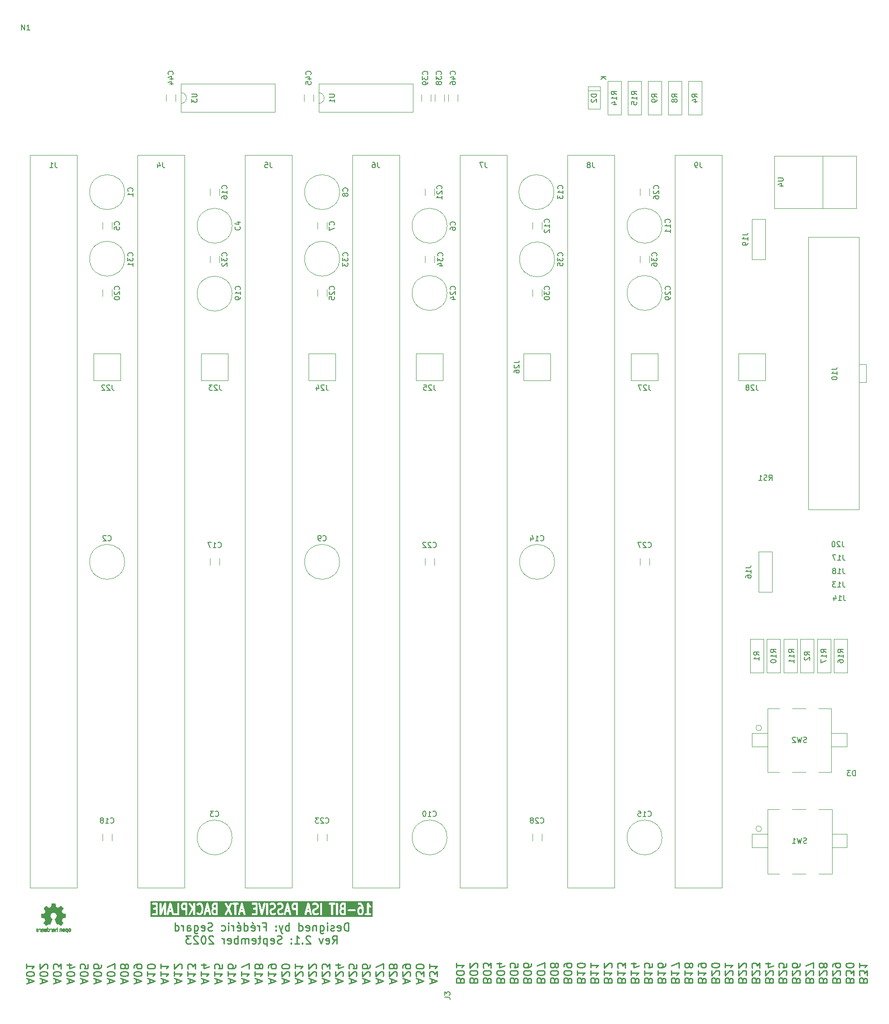
<source format=gbr>
G04 #@! TF.GenerationSoftware,KiCad,Pcbnew,7.0.7*
G04 #@! TF.CreationDate,2023-09-16T11:57:45-04:00*
G04 #@! TF.ProjectId,1 - ATX 16 bit ISA passive backplane,31202d20-4154-4582-9031-362062697420,2*
G04 #@! TF.SameCoordinates,Original*
G04 #@! TF.FileFunction,Legend,Bot*
G04 #@! TF.FilePolarity,Positive*
%FSLAX46Y46*%
G04 Gerber Fmt 4.6, Leading zero omitted, Abs format (unit mm)*
G04 Created by KiCad (PCBNEW 7.0.7) date 2023-09-16 11:57:45*
%MOMM*%
%LPD*%
G01*
G04 APERTURE LIST*
%ADD10C,0.100000*%
%ADD11C,0.250000*%
%ADD12C,0.220000*%
%ADD13C,0.375000*%
%ADD14C,0.150000*%
%ADD15C,0.010000*%
%ADD16C,1.600000*%
%ADD17O,1.600000X1.600000*%
%ADD18R,1.600000X1.600000*%
%ADD19R,1.635000X1.635000*%
%ADD20C,1.635000*%
%ADD21C,0.900000*%
%ADD22C,8.000000*%
%ADD23C,0.001000*%
%ADD24C,2.000000*%
%ADD25R,1.800000X1.800000*%
%ADD26C,1.800000*%
%ADD27O,3.500000X3.500000*%
%ADD28R,2.000000X1.905000*%
%ADD29O,2.000000X1.905000*%
%ADD30R,1.700000X1.700000*%
%ADD31O,1.700000X1.700000*%
%ADD32R,1.500000X1.500000*%
%ADD33C,1.500000*%
%ADD34O,2.500000X2.400000*%
%ADD35C,2.400000*%
G04 APERTURE END LIST*
D10*
X76200000Y-22733000D02*
X93980000Y-22733000D01*
X93980000Y-28067000D01*
X76200000Y-28067000D01*
X76200000Y-22733000D01*
X116586000Y-164465000D02*
X116586000Y-165735000D01*
X118364000Y-61595000D02*
X118364000Y-62865000D01*
X35306000Y-48895000D02*
X35306000Y-50165000D01*
X173101000Y-145415000D02*
X176022000Y-145415000D01*
X176022000Y-147955000D01*
X173101000Y-147955000D01*
X173101000Y-145415000D01*
X55626000Y-55245000D02*
X55626000Y-56515000D01*
X77724000Y-48895000D02*
X77724000Y-50165000D01*
X53975000Y-73660000D02*
X59055000Y-73660000D01*
X59055000Y-78740000D01*
X53975000Y-78740000D01*
X53975000Y-73660000D01*
X96266000Y-112395000D02*
X96266000Y-113665000D01*
X33655000Y-73660000D02*
X38735000Y-73660000D01*
X38735000Y-78740000D01*
X33655000Y-78740000D01*
X33655000Y-73660000D01*
X159923815Y-144399000D02*
G75*
G03*
X159923815Y-144399000I-538815J0D01*
G01*
X76200000Y-26416000D02*
G75*
G03*
X76200000Y-24384000I0J1016000D01*
G01*
X118364000Y-48895000D02*
X118364000Y-50165000D01*
X120777000Y-55880000D02*
G75*
G03*
X120777000Y-55880000I-3302000J0D01*
G01*
X100457000Y-62230000D02*
G75*
G03*
X100457000Y-62230000I-3302000J0D01*
G01*
X138684000Y-42545000D02*
X138684000Y-43815000D01*
X57404000Y-112395000D02*
X57404000Y-113665000D01*
X96266000Y-55245000D02*
X96266000Y-56515000D01*
X74295000Y-73660000D02*
X79375000Y-73660000D01*
X79375000Y-78740000D01*
X74295000Y-78740000D01*
X74295000Y-73660000D01*
X143510000Y-36195000D02*
X152400000Y-36195000D01*
X152400000Y-174625000D01*
X143510000Y-174625000D01*
X143510000Y-36195000D01*
X55626000Y-112395000D02*
X55626000Y-113665000D01*
X57404000Y-42545000D02*
X57404000Y-43815000D01*
X99949000Y-24765000D02*
X99949000Y-26035000D01*
X62230000Y-36195000D02*
X71120000Y-36195000D01*
X71120000Y-174625000D01*
X62230000Y-174625000D01*
X62230000Y-36195000D01*
X130810000Y-22225000D02*
X133350000Y-22225000D01*
X133350000Y-28575000D01*
X130810000Y-28575000D01*
X130810000Y-22225000D01*
X98044000Y-112395000D02*
X98044000Y-113665000D01*
X100457000Y-49530000D02*
G75*
G03*
X100457000Y-49530000I-3302000J0D01*
G01*
X95631000Y-24765000D02*
X95631000Y-26035000D01*
X136906000Y-55245000D02*
X136906000Y-56515000D01*
X37084000Y-164465000D02*
X37084000Y-165735000D01*
X168783000Y-51689000D02*
X178308000Y-51689000D01*
X178308000Y-103124000D01*
X168783000Y-103124000D01*
X168783000Y-51689000D01*
X37084000Y-48895000D02*
X37084000Y-50165000D01*
X155575000Y-73660000D02*
X160655000Y-73660000D01*
X160655000Y-78740000D01*
X155575000Y-78740000D01*
X155575000Y-73660000D01*
X164084000Y-127635000D02*
X166624000Y-127635000D01*
X166624000Y-133985000D01*
X164084000Y-133985000D01*
X164084000Y-127635000D01*
X41910000Y-36195000D02*
X50800000Y-36195000D01*
X50800000Y-174625000D01*
X41910000Y-174625000D01*
X41910000Y-36195000D01*
X98044000Y-55245000D02*
X98044000Y-56515000D01*
X136906000Y-42545000D02*
X136906000Y-43815000D01*
X102489000Y-24765000D02*
X102489000Y-26035000D01*
X35306000Y-164465000D02*
X35306000Y-165735000D01*
X37084000Y-61595000D02*
X37084000Y-62865000D01*
X35306000Y-61595000D02*
X35306000Y-62865000D01*
X158115000Y-164465000D02*
X161036000Y-164465000D01*
X161036000Y-167005000D01*
X158115000Y-167005000D01*
X158115000Y-164465000D01*
X80137000Y-43180000D02*
G75*
G03*
X80137000Y-43180000I-3302000J0D01*
G01*
X114935000Y-73660000D02*
X120015000Y-73660000D01*
X120015000Y-78740000D01*
X114935000Y-78740000D01*
X114935000Y-73660000D01*
X50165000Y-22733000D02*
X67945000Y-22733000D01*
X67945000Y-28067000D01*
X50165000Y-28067000D01*
X50165000Y-22733000D01*
X120777000Y-113030000D02*
G75*
G03*
X120777000Y-113030000I-3302000J0D01*
G01*
X158129853Y-145415000D02*
X161036000Y-145415000D01*
X161036000Y-147940147D01*
X158129853Y-147940147D01*
X158129853Y-145415000D01*
X157734000Y-127635000D02*
X160274000Y-127635000D01*
X160274000Y-133985000D01*
X157734000Y-133985000D01*
X157734000Y-127635000D01*
X80137000Y-55753000D02*
G75*
G03*
X80137000Y-55753000I-3302000J0D01*
G01*
X171450000Y-46228000D02*
X171450000Y-36322000D01*
X160909000Y-127635000D02*
X163449000Y-127635000D01*
X163449000Y-133985000D01*
X160909000Y-133985000D01*
X160909000Y-127635000D01*
X138684000Y-55245000D02*
X138684000Y-56515000D01*
X120650000Y-43180000D02*
G75*
G03*
X120650000Y-43180000I-3302000J0D01*
G01*
X98171000Y-24765000D02*
X98171000Y-26035000D01*
X138684000Y-112395000D02*
X138684000Y-113665000D01*
X75184000Y-24765000D02*
X75184000Y-26035000D01*
X39497000Y-55753000D02*
G75*
G03*
X39497000Y-55753000I-3302000J0D01*
G01*
X161036000Y-159766000D02*
X173228000Y-159766000D01*
X173228000Y-171958000D01*
X161036000Y-171958000D01*
X161036000Y-159766000D01*
X178308000Y-75692000D02*
X179705000Y-75692000D01*
X179705000Y-79121000D01*
X178308000Y-79121000D01*
X178308000Y-75692000D01*
X141097000Y-62230000D02*
G75*
G03*
X141097000Y-62230000I-3302000J0D01*
G01*
X170434000Y-127635000D02*
X172974000Y-127635000D01*
X172974000Y-133985000D01*
X170434000Y-133985000D01*
X170434000Y-127635000D01*
X75946000Y-48895000D02*
X75946000Y-50165000D01*
X94615000Y-73660000D02*
X99695000Y-73660000D01*
X99695000Y-78740000D01*
X94615000Y-78740000D01*
X94615000Y-73660000D01*
X116586000Y-48895000D02*
X116586000Y-50165000D01*
X138430000Y-22225000D02*
X140970000Y-22225000D01*
X140970000Y-28575000D01*
X138430000Y-28575000D01*
X138430000Y-22225000D01*
X102870000Y-36195000D02*
X111760000Y-36195000D01*
X111760000Y-174625000D01*
X102870000Y-174625000D01*
X102870000Y-36195000D01*
X59817000Y-49530000D02*
G75*
G03*
X59817000Y-49530000I-3302000J0D01*
G01*
X100711000Y-24765000D02*
X100711000Y-26035000D01*
X123190000Y-36195000D02*
X132080000Y-36195000D01*
X132080000Y-174625000D01*
X123190000Y-174625000D01*
X123190000Y-36195000D01*
X39497000Y-43180000D02*
G75*
G03*
X39497000Y-43180000I-3302000J0D01*
G01*
X73406000Y-24765000D02*
X73406000Y-26035000D01*
X55626000Y-42545000D02*
X55626000Y-43815000D01*
X136906000Y-112395000D02*
X136906000Y-113665000D01*
X141097000Y-49530000D02*
G75*
G03*
X141097000Y-49530000I-3302000J0D01*
G01*
X159923815Y-163449000D02*
G75*
G03*
X159923815Y-163449000I-538815J0D01*
G01*
X75946000Y-61595000D02*
X75946000Y-62865000D01*
X59817000Y-165100000D02*
G75*
G03*
X59817000Y-165100000I-3302000J0D01*
G01*
X116586000Y-61595000D02*
X116586000Y-62865000D01*
X173228000Y-164465000D02*
X176022000Y-164465000D01*
X176022000Y-167005000D01*
X173228000Y-167005000D01*
X173228000Y-164465000D01*
X39497000Y-113030000D02*
G75*
G03*
X39497000Y-113030000I-3302000J0D01*
G01*
X129413000Y-24003000D02*
X127127000Y-24003000D01*
X173609000Y-127635000D02*
X176149000Y-127635000D01*
X176149000Y-133985000D01*
X173609000Y-133985000D01*
X173609000Y-127635000D01*
X80137000Y-113030000D02*
G75*
G03*
X80137000Y-113030000I-3302000J0D01*
G01*
X162306000Y-36322000D02*
X177800000Y-36322000D01*
X177800000Y-46228000D01*
X162306000Y-46228000D01*
X162306000Y-36322000D01*
X77724000Y-164465000D02*
X77724000Y-165735000D01*
X146050000Y-22225000D02*
X148590000Y-22225000D01*
X148590000Y-28575000D01*
X146050000Y-28575000D01*
X146050000Y-22225000D01*
X142240000Y-22225000D02*
X144780000Y-22225000D01*
X144780000Y-28575000D01*
X142240000Y-28575000D01*
X142240000Y-22225000D01*
X21590000Y-36195000D02*
X30480000Y-36195000D01*
X30480000Y-174625000D01*
X21590000Y-174625000D01*
X21590000Y-36195000D01*
X49149000Y-24765000D02*
X49149000Y-26035000D01*
X127127000Y-23241000D02*
X129413000Y-23241000D01*
X129413000Y-27432000D01*
X127127000Y-27432000D01*
X127127000Y-23241000D01*
X167259000Y-127635000D02*
X169799000Y-127635000D01*
X169799000Y-133985000D01*
X167259000Y-133985000D01*
X167259000Y-127635000D01*
X59817000Y-62357000D02*
G75*
G03*
X59817000Y-62357000I-3302000J0D01*
G01*
X47371000Y-24765000D02*
X47371000Y-26035000D01*
X135255000Y-73660000D02*
X140335000Y-73660000D01*
X140335000Y-78740000D01*
X135255000Y-78740000D01*
X135255000Y-73660000D01*
X159385000Y-111125000D02*
X161925000Y-111125000D01*
X161925000Y-118745000D01*
X159385000Y-118745000D01*
X159385000Y-111125000D01*
X134620000Y-22225000D02*
X137160000Y-22225000D01*
X137160000Y-28575000D01*
X134620000Y-28575000D01*
X134620000Y-22225000D01*
X50165000Y-26423906D02*
G75*
G03*
X50165000Y-24376094I0J1023906D01*
G01*
X118364000Y-164465000D02*
X118364000Y-165735000D01*
X141097000Y-165100000D02*
G75*
G03*
X141097000Y-165100000I-3302000J0D01*
G01*
X161036000Y-140716000D02*
X173101000Y-140716000D01*
X173101000Y-152781000D01*
X161036000Y-152781000D01*
X161036000Y-140716000D01*
X82550000Y-36195000D02*
X91440000Y-36195000D01*
X91440000Y-174625000D01*
X82550000Y-174625000D01*
X82550000Y-36195000D01*
X96266000Y-42545000D02*
X96266000Y-43815000D01*
X75946000Y-164465000D02*
X75946000Y-165735000D01*
X98044000Y-42545000D02*
X98044000Y-43815000D01*
X97409000Y-24765000D02*
X97409000Y-26035000D01*
X100457000Y-165100000D02*
G75*
G03*
X100457000Y-165100000I-3302000J0D01*
G01*
X57404000Y-55245000D02*
X57404000Y-56515000D01*
X158115000Y-48260000D02*
X160655000Y-48260000D01*
X160655000Y-55880000D01*
X158115000Y-55880000D01*
X158115000Y-48260000D01*
X77724000Y-61595000D02*
X77724000Y-62865000D01*
D11*
X87377642Y-192589812D02*
X87377642Y-191875527D01*
X86949071Y-192732669D02*
X88449071Y-192232669D01*
X88449071Y-192232669D02*
X86949071Y-191732669D01*
X88306214Y-191304098D02*
X88377642Y-191232670D01*
X88377642Y-191232670D02*
X88449071Y-191089813D01*
X88449071Y-191089813D02*
X88449071Y-190732670D01*
X88449071Y-190732670D02*
X88377642Y-190589813D01*
X88377642Y-190589813D02*
X88306214Y-190518384D01*
X88306214Y-190518384D02*
X88163357Y-190446955D01*
X88163357Y-190446955D02*
X88020500Y-190446955D01*
X88020500Y-190446955D02*
X87806214Y-190518384D01*
X87806214Y-190518384D02*
X86949071Y-191375527D01*
X86949071Y-191375527D02*
X86949071Y-190446955D01*
X88449071Y-189946956D02*
X88449071Y-188946956D01*
X88449071Y-188946956D02*
X86949071Y-189589813D01*
X176634785Y-192018384D02*
X176563357Y-191804098D01*
X176563357Y-191804098D02*
X176491928Y-191732669D01*
X176491928Y-191732669D02*
X176349071Y-191661241D01*
X176349071Y-191661241D02*
X176134785Y-191661241D01*
X176134785Y-191661241D02*
X175991928Y-191732669D01*
X175991928Y-191732669D02*
X175920500Y-191804098D01*
X175920500Y-191804098D02*
X175849071Y-191946955D01*
X175849071Y-191946955D02*
X175849071Y-192518384D01*
X175849071Y-192518384D02*
X177349071Y-192518384D01*
X177349071Y-192518384D02*
X177349071Y-192018384D01*
X177349071Y-192018384D02*
X177277642Y-191875527D01*
X177277642Y-191875527D02*
X177206214Y-191804098D01*
X177206214Y-191804098D02*
X177063357Y-191732669D01*
X177063357Y-191732669D02*
X176920500Y-191732669D01*
X176920500Y-191732669D02*
X176777642Y-191804098D01*
X176777642Y-191804098D02*
X176706214Y-191875527D01*
X176706214Y-191875527D02*
X176634785Y-192018384D01*
X176634785Y-192018384D02*
X176634785Y-192518384D01*
X177349071Y-191161241D02*
X177349071Y-190232669D01*
X177349071Y-190232669D02*
X176777642Y-190732669D01*
X176777642Y-190732669D02*
X176777642Y-190518384D01*
X176777642Y-190518384D02*
X176706214Y-190375527D01*
X176706214Y-190375527D02*
X176634785Y-190304098D01*
X176634785Y-190304098D02*
X176491928Y-190232669D01*
X176491928Y-190232669D02*
X176134785Y-190232669D01*
X176134785Y-190232669D02*
X175991928Y-190304098D01*
X175991928Y-190304098D02*
X175920500Y-190375527D01*
X175920500Y-190375527D02*
X175849071Y-190518384D01*
X175849071Y-190518384D02*
X175849071Y-190946955D01*
X175849071Y-190946955D02*
X175920500Y-191089812D01*
X175920500Y-191089812D02*
X175991928Y-191161241D01*
X177349071Y-189304098D02*
X177349071Y-189161241D01*
X177349071Y-189161241D02*
X177277642Y-189018384D01*
X177277642Y-189018384D02*
X177206214Y-188946956D01*
X177206214Y-188946956D02*
X177063357Y-188875527D01*
X177063357Y-188875527D02*
X176777642Y-188804098D01*
X176777642Y-188804098D02*
X176420500Y-188804098D01*
X176420500Y-188804098D02*
X176134785Y-188875527D01*
X176134785Y-188875527D02*
X175991928Y-188946956D01*
X175991928Y-188946956D02*
X175920500Y-189018384D01*
X175920500Y-189018384D02*
X175849071Y-189161241D01*
X175849071Y-189161241D02*
X175849071Y-189304098D01*
X175849071Y-189304098D02*
X175920500Y-189446956D01*
X175920500Y-189446956D02*
X175991928Y-189518384D01*
X175991928Y-189518384D02*
X176134785Y-189589813D01*
X176134785Y-189589813D02*
X176420500Y-189661241D01*
X176420500Y-189661241D02*
X176777642Y-189661241D01*
X176777642Y-189661241D02*
X177063357Y-189589813D01*
X177063357Y-189589813D02*
X177206214Y-189518384D01*
X177206214Y-189518384D02*
X177277642Y-189446956D01*
X177277642Y-189446956D02*
X177349071Y-189304098D01*
X44197642Y-192589812D02*
X44197642Y-191875527D01*
X43769071Y-192732669D02*
X45269071Y-192232669D01*
X45269071Y-192232669D02*
X43769071Y-191732669D01*
X43769071Y-190446955D02*
X43769071Y-191304098D01*
X43769071Y-190875527D02*
X45269071Y-190875527D01*
X45269071Y-190875527D02*
X45054785Y-191018384D01*
X45054785Y-191018384D02*
X44911928Y-191161241D01*
X44911928Y-191161241D02*
X44840500Y-191304098D01*
X45269071Y-189518384D02*
X45269071Y-189375527D01*
X45269071Y-189375527D02*
X45197642Y-189232670D01*
X45197642Y-189232670D02*
X45126214Y-189161242D01*
X45126214Y-189161242D02*
X44983357Y-189089813D01*
X44983357Y-189089813D02*
X44697642Y-189018384D01*
X44697642Y-189018384D02*
X44340500Y-189018384D01*
X44340500Y-189018384D02*
X44054785Y-189089813D01*
X44054785Y-189089813D02*
X43911928Y-189161242D01*
X43911928Y-189161242D02*
X43840500Y-189232670D01*
X43840500Y-189232670D02*
X43769071Y-189375527D01*
X43769071Y-189375527D02*
X43769071Y-189518384D01*
X43769071Y-189518384D02*
X43840500Y-189661242D01*
X43840500Y-189661242D02*
X43911928Y-189732670D01*
X43911928Y-189732670D02*
X44054785Y-189804099D01*
X44054785Y-189804099D02*
X44340500Y-189875527D01*
X44340500Y-189875527D02*
X44697642Y-189875527D01*
X44697642Y-189875527D02*
X44983357Y-189804099D01*
X44983357Y-189804099D02*
X45126214Y-189732670D01*
X45126214Y-189732670D02*
X45197642Y-189661242D01*
X45197642Y-189661242D02*
X45269071Y-189518384D01*
X54357642Y-192589812D02*
X54357642Y-191875527D01*
X53929071Y-192732669D02*
X55429071Y-192232669D01*
X55429071Y-192232669D02*
X53929071Y-191732669D01*
X53929071Y-190446955D02*
X53929071Y-191304098D01*
X53929071Y-190875527D02*
X55429071Y-190875527D01*
X55429071Y-190875527D02*
X55214785Y-191018384D01*
X55214785Y-191018384D02*
X55071928Y-191161241D01*
X55071928Y-191161241D02*
X55000500Y-191304098D01*
X54929071Y-189161242D02*
X53929071Y-189161242D01*
X55500500Y-189518384D02*
X54429071Y-189875527D01*
X54429071Y-189875527D02*
X54429071Y-188946956D01*
X56897642Y-192589812D02*
X56897642Y-191875527D01*
X56469071Y-192732669D02*
X57969071Y-192232669D01*
X57969071Y-192232669D02*
X56469071Y-191732669D01*
X56469071Y-190446955D02*
X56469071Y-191304098D01*
X56469071Y-190875527D02*
X57969071Y-190875527D01*
X57969071Y-190875527D02*
X57754785Y-191018384D01*
X57754785Y-191018384D02*
X57611928Y-191161241D01*
X57611928Y-191161241D02*
X57540500Y-191304098D01*
X57969071Y-189089813D02*
X57969071Y-189804099D01*
X57969071Y-189804099D02*
X57254785Y-189875527D01*
X57254785Y-189875527D02*
X57326214Y-189804099D01*
X57326214Y-189804099D02*
X57397642Y-189661242D01*
X57397642Y-189661242D02*
X57397642Y-189304099D01*
X57397642Y-189304099D02*
X57326214Y-189161242D01*
X57326214Y-189161242D02*
X57254785Y-189089813D01*
X57254785Y-189089813D02*
X57111928Y-189018384D01*
X57111928Y-189018384D02*
X56754785Y-189018384D01*
X56754785Y-189018384D02*
X56611928Y-189089813D01*
X56611928Y-189089813D02*
X56540500Y-189161242D01*
X56540500Y-189161242D02*
X56469071Y-189304099D01*
X56469071Y-189304099D02*
X56469071Y-189661242D01*
X56469071Y-189661242D02*
X56540500Y-189804099D01*
X56540500Y-189804099D02*
X56611928Y-189875527D01*
X89917642Y-192589812D02*
X89917642Y-191875527D01*
X89489071Y-192732669D02*
X90989071Y-192232669D01*
X90989071Y-192232669D02*
X89489071Y-191732669D01*
X90846214Y-191304098D02*
X90917642Y-191232670D01*
X90917642Y-191232670D02*
X90989071Y-191089813D01*
X90989071Y-191089813D02*
X90989071Y-190732670D01*
X90989071Y-190732670D02*
X90917642Y-190589813D01*
X90917642Y-190589813D02*
X90846214Y-190518384D01*
X90846214Y-190518384D02*
X90703357Y-190446955D01*
X90703357Y-190446955D02*
X90560500Y-190446955D01*
X90560500Y-190446955D02*
X90346214Y-190518384D01*
X90346214Y-190518384D02*
X89489071Y-191375527D01*
X89489071Y-191375527D02*
X89489071Y-190446955D01*
X90346214Y-189589813D02*
X90417642Y-189732670D01*
X90417642Y-189732670D02*
X90489071Y-189804099D01*
X90489071Y-189804099D02*
X90631928Y-189875527D01*
X90631928Y-189875527D02*
X90703357Y-189875527D01*
X90703357Y-189875527D02*
X90846214Y-189804099D01*
X90846214Y-189804099D02*
X90917642Y-189732670D01*
X90917642Y-189732670D02*
X90989071Y-189589813D01*
X90989071Y-189589813D02*
X90989071Y-189304099D01*
X90989071Y-189304099D02*
X90917642Y-189161242D01*
X90917642Y-189161242D02*
X90846214Y-189089813D01*
X90846214Y-189089813D02*
X90703357Y-189018384D01*
X90703357Y-189018384D02*
X90631928Y-189018384D01*
X90631928Y-189018384D02*
X90489071Y-189089813D01*
X90489071Y-189089813D02*
X90417642Y-189161242D01*
X90417642Y-189161242D02*
X90346214Y-189304099D01*
X90346214Y-189304099D02*
X90346214Y-189589813D01*
X90346214Y-189589813D02*
X90274785Y-189732670D01*
X90274785Y-189732670D02*
X90203357Y-189804099D01*
X90203357Y-189804099D02*
X90060500Y-189875527D01*
X90060500Y-189875527D02*
X89774785Y-189875527D01*
X89774785Y-189875527D02*
X89631928Y-189804099D01*
X89631928Y-189804099D02*
X89560500Y-189732670D01*
X89560500Y-189732670D02*
X89489071Y-189589813D01*
X89489071Y-189589813D02*
X89489071Y-189304099D01*
X89489071Y-189304099D02*
X89560500Y-189161242D01*
X89560500Y-189161242D02*
X89631928Y-189089813D01*
X89631928Y-189089813D02*
X89774785Y-189018384D01*
X89774785Y-189018384D02*
X90060500Y-189018384D01*
X90060500Y-189018384D02*
X90203357Y-189089813D01*
X90203357Y-189089813D02*
X90274785Y-189161242D01*
X90274785Y-189161242D02*
X90346214Y-189304099D01*
X59437642Y-192589812D02*
X59437642Y-191875527D01*
X59009071Y-192732669D02*
X60509071Y-192232669D01*
X60509071Y-192232669D02*
X59009071Y-191732669D01*
X59009071Y-190446955D02*
X59009071Y-191304098D01*
X59009071Y-190875527D02*
X60509071Y-190875527D01*
X60509071Y-190875527D02*
X60294785Y-191018384D01*
X60294785Y-191018384D02*
X60151928Y-191161241D01*
X60151928Y-191161241D02*
X60080500Y-191304098D01*
X60509071Y-189161242D02*
X60509071Y-189446956D01*
X60509071Y-189446956D02*
X60437642Y-189589813D01*
X60437642Y-189589813D02*
X60366214Y-189661242D01*
X60366214Y-189661242D02*
X60151928Y-189804099D01*
X60151928Y-189804099D02*
X59866214Y-189875527D01*
X59866214Y-189875527D02*
X59294785Y-189875527D01*
X59294785Y-189875527D02*
X59151928Y-189804099D01*
X59151928Y-189804099D02*
X59080500Y-189732670D01*
X59080500Y-189732670D02*
X59009071Y-189589813D01*
X59009071Y-189589813D02*
X59009071Y-189304099D01*
X59009071Y-189304099D02*
X59080500Y-189161242D01*
X59080500Y-189161242D02*
X59151928Y-189089813D01*
X59151928Y-189089813D02*
X59294785Y-189018384D01*
X59294785Y-189018384D02*
X59651928Y-189018384D01*
X59651928Y-189018384D02*
X59794785Y-189089813D01*
X59794785Y-189089813D02*
X59866214Y-189161242D01*
X59866214Y-189161242D02*
X59937642Y-189304099D01*
X59937642Y-189304099D02*
X59937642Y-189589813D01*
X59937642Y-189589813D02*
X59866214Y-189732670D01*
X59866214Y-189732670D02*
X59794785Y-189804099D01*
X59794785Y-189804099D02*
X59651928Y-189875527D01*
X141074785Y-192018384D02*
X141003357Y-191804098D01*
X141003357Y-191804098D02*
X140931928Y-191732669D01*
X140931928Y-191732669D02*
X140789071Y-191661241D01*
X140789071Y-191661241D02*
X140574785Y-191661241D01*
X140574785Y-191661241D02*
X140431928Y-191732669D01*
X140431928Y-191732669D02*
X140360500Y-191804098D01*
X140360500Y-191804098D02*
X140289071Y-191946955D01*
X140289071Y-191946955D02*
X140289071Y-192518384D01*
X140289071Y-192518384D02*
X141789071Y-192518384D01*
X141789071Y-192518384D02*
X141789071Y-192018384D01*
X141789071Y-192018384D02*
X141717642Y-191875527D01*
X141717642Y-191875527D02*
X141646214Y-191804098D01*
X141646214Y-191804098D02*
X141503357Y-191732669D01*
X141503357Y-191732669D02*
X141360500Y-191732669D01*
X141360500Y-191732669D02*
X141217642Y-191804098D01*
X141217642Y-191804098D02*
X141146214Y-191875527D01*
X141146214Y-191875527D02*
X141074785Y-192018384D01*
X141074785Y-192018384D02*
X141074785Y-192518384D01*
X140289071Y-190232669D02*
X140289071Y-191089812D01*
X140289071Y-190661241D02*
X141789071Y-190661241D01*
X141789071Y-190661241D02*
X141574785Y-190804098D01*
X141574785Y-190804098D02*
X141431928Y-190946955D01*
X141431928Y-190946955D02*
X141360500Y-191089812D01*
X141789071Y-188946956D02*
X141789071Y-189232670D01*
X141789071Y-189232670D02*
X141717642Y-189375527D01*
X141717642Y-189375527D02*
X141646214Y-189446956D01*
X141646214Y-189446956D02*
X141431928Y-189589813D01*
X141431928Y-189589813D02*
X141146214Y-189661241D01*
X141146214Y-189661241D02*
X140574785Y-189661241D01*
X140574785Y-189661241D02*
X140431928Y-189589813D01*
X140431928Y-189589813D02*
X140360500Y-189518384D01*
X140360500Y-189518384D02*
X140289071Y-189375527D01*
X140289071Y-189375527D02*
X140289071Y-189089813D01*
X140289071Y-189089813D02*
X140360500Y-188946956D01*
X140360500Y-188946956D02*
X140431928Y-188875527D01*
X140431928Y-188875527D02*
X140574785Y-188804098D01*
X140574785Y-188804098D02*
X140931928Y-188804098D01*
X140931928Y-188804098D02*
X141074785Y-188875527D01*
X141074785Y-188875527D02*
X141146214Y-188946956D01*
X141146214Y-188946956D02*
X141217642Y-189089813D01*
X141217642Y-189089813D02*
X141217642Y-189375527D01*
X141217642Y-189375527D02*
X141146214Y-189518384D01*
X141146214Y-189518384D02*
X141074785Y-189589813D01*
X141074785Y-189589813D02*
X140931928Y-189661241D01*
X128374785Y-192018384D02*
X128303357Y-191804098D01*
X128303357Y-191804098D02*
X128231928Y-191732669D01*
X128231928Y-191732669D02*
X128089071Y-191661241D01*
X128089071Y-191661241D02*
X127874785Y-191661241D01*
X127874785Y-191661241D02*
X127731928Y-191732669D01*
X127731928Y-191732669D02*
X127660500Y-191804098D01*
X127660500Y-191804098D02*
X127589071Y-191946955D01*
X127589071Y-191946955D02*
X127589071Y-192518384D01*
X127589071Y-192518384D02*
X129089071Y-192518384D01*
X129089071Y-192518384D02*
X129089071Y-192018384D01*
X129089071Y-192018384D02*
X129017642Y-191875527D01*
X129017642Y-191875527D02*
X128946214Y-191804098D01*
X128946214Y-191804098D02*
X128803357Y-191732669D01*
X128803357Y-191732669D02*
X128660500Y-191732669D01*
X128660500Y-191732669D02*
X128517642Y-191804098D01*
X128517642Y-191804098D02*
X128446214Y-191875527D01*
X128446214Y-191875527D02*
X128374785Y-192018384D01*
X128374785Y-192018384D02*
X128374785Y-192518384D01*
X127589071Y-190232669D02*
X127589071Y-191089812D01*
X127589071Y-190661241D02*
X129089071Y-190661241D01*
X129089071Y-190661241D02*
X128874785Y-190804098D01*
X128874785Y-190804098D02*
X128731928Y-190946955D01*
X128731928Y-190946955D02*
X128660500Y-191089812D01*
X127589071Y-188804098D02*
X127589071Y-189661241D01*
X127589071Y-189232670D02*
X129089071Y-189232670D01*
X129089071Y-189232670D02*
X128874785Y-189375527D01*
X128874785Y-189375527D02*
X128731928Y-189518384D01*
X128731928Y-189518384D02*
X128660500Y-189661241D01*
X26417642Y-192589812D02*
X26417642Y-191875527D01*
X25989071Y-192732669D02*
X27489071Y-192232669D01*
X27489071Y-192232669D02*
X25989071Y-191732669D01*
X27489071Y-190946955D02*
X27489071Y-190804098D01*
X27489071Y-190804098D02*
X27417642Y-190661241D01*
X27417642Y-190661241D02*
X27346214Y-190589813D01*
X27346214Y-190589813D02*
X27203357Y-190518384D01*
X27203357Y-190518384D02*
X26917642Y-190446955D01*
X26917642Y-190446955D02*
X26560500Y-190446955D01*
X26560500Y-190446955D02*
X26274785Y-190518384D01*
X26274785Y-190518384D02*
X26131928Y-190589813D01*
X26131928Y-190589813D02*
X26060500Y-190661241D01*
X26060500Y-190661241D02*
X25989071Y-190804098D01*
X25989071Y-190804098D02*
X25989071Y-190946955D01*
X25989071Y-190946955D02*
X26060500Y-191089813D01*
X26060500Y-191089813D02*
X26131928Y-191161241D01*
X26131928Y-191161241D02*
X26274785Y-191232670D01*
X26274785Y-191232670D02*
X26560500Y-191304098D01*
X26560500Y-191304098D02*
X26917642Y-191304098D01*
X26917642Y-191304098D02*
X27203357Y-191232670D01*
X27203357Y-191232670D02*
X27346214Y-191161241D01*
X27346214Y-191161241D02*
X27417642Y-191089813D01*
X27417642Y-191089813D02*
X27489071Y-190946955D01*
X27489071Y-189946956D02*
X27489071Y-189018384D01*
X27489071Y-189018384D02*
X26917642Y-189518384D01*
X26917642Y-189518384D02*
X26917642Y-189304099D01*
X26917642Y-189304099D02*
X26846214Y-189161242D01*
X26846214Y-189161242D02*
X26774785Y-189089813D01*
X26774785Y-189089813D02*
X26631928Y-189018384D01*
X26631928Y-189018384D02*
X26274785Y-189018384D01*
X26274785Y-189018384D02*
X26131928Y-189089813D01*
X26131928Y-189089813D02*
X26060500Y-189161242D01*
X26060500Y-189161242D02*
X25989071Y-189304099D01*
X25989071Y-189304099D02*
X25989071Y-189732670D01*
X25989071Y-189732670D02*
X26060500Y-189875527D01*
X26060500Y-189875527D02*
X26131928Y-189946956D01*
X156314785Y-192018384D02*
X156243357Y-191804098D01*
X156243357Y-191804098D02*
X156171928Y-191732669D01*
X156171928Y-191732669D02*
X156029071Y-191661241D01*
X156029071Y-191661241D02*
X155814785Y-191661241D01*
X155814785Y-191661241D02*
X155671928Y-191732669D01*
X155671928Y-191732669D02*
X155600500Y-191804098D01*
X155600500Y-191804098D02*
X155529071Y-191946955D01*
X155529071Y-191946955D02*
X155529071Y-192518384D01*
X155529071Y-192518384D02*
X157029071Y-192518384D01*
X157029071Y-192518384D02*
X157029071Y-192018384D01*
X157029071Y-192018384D02*
X156957642Y-191875527D01*
X156957642Y-191875527D02*
X156886214Y-191804098D01*
X156886214Y-191804098D02*
X156743357Y-191732669D01*
X156743357Y-191732669D02*
X156600500Y-191732669D01*
X156600500Y-191732669D02*
X156457642Y-191804098D01*
X156457642Y-191804098D02*
X156386214Y-191875527D01*
X156386214Y-191875527D02*
X156314785Y-192018384D01*
X156314785Y-192018384D02*
X156314785Y-192518384D01*
X156886214Y-191089812D02*
X156957642Y-191018384D01*
X156957642Y-191018384D02*
X157029071Y-190875527D01*
X157029071Y-190875527D02*
X157029071Y-190518384D01*
X157029071Y-190518384D02*
X156957642Y-190375527D01*
X156957642Y-190375527D02*
X156886214Y-190304098D01*
X156886214Y-190304098D02*
X156743357Y-190232669D01*
X156743357Y-190232669D02*
X156600500Y-190232669D01*
X156600500Y-190232669D02*
X156386214Y-190304098D01*
X156386214Y-190304098D02*
X155529071Y-191161241D01*
X155529071Y-191161241D02*
X155529071Y-190232669D01*
X156886214Y-189661241D02*
X156957642Y-189589813D01*
X156957642Y-189589813D02*
X157029071Y-189446956D01*
X157029071Y-189446956D02*
X157029071Y-189089813D01*
X157029071Y-189089813D02*
X156957642Y-188946956D01*
X156957642Y-188946956D02*
X156886214Y-188875527D01*
X156886214Y-188875527D02*
X156743357Y-188804098D01*
X156743357Y-188804098D02*
X156600500Y-188804098D01*
X156600500Y-188804098D02*
X156386214Y-188875527D01*
X156386214Y-188875527D02*
X155529071Y-189732670D01*
X155529071Y-189732670D02*
X155529071Y-188804098D01*
X125834785Y-192018384D02*
X125763357Y-191804098D01*
X125763357Y-191804098D02*
X125691928Y-191732669D01*
X125691928Y-191732669D02*
X125549071Y-191661241D01*
X125549071Y-191661241D02*
X125334785Y-191661241D01*
X125334785Y-191661241D02*
X125191928Y-191732669D01*
X125191928Y-191732669D02*
X125120500Y-191804098D01*
X125120500Y-191804098D02*
X125049071Y-191946955D01*
X125049071Y-191946955D02*
X125049071Y-192518384D01*
X125049071Y-192518384D02*
X126549071Y-192518384D01*
X126549071Y-192518384D02*
X126549071Y-192018384D01*
X126549071Y-192018384D02*
X126477642Y-191875527D01*
X126477642Y-191875527D02*
X126406214Y-191804098D01*
X126406214Y-191804098D02*
X126263357Y-191732669D01*
X126263357Y-191732669D02*
X126120500Y-191732669D01*
X126120500Y-191732669D02*
X125977642Y-191804098D01*
X125977642Y-191804098D02*
X125906214Y-191875527D01*
X125906214Y-191875527D02*
X125834785Y-192018384D01*
X125834785Y-192018384D02*
X125834785Y-192518384D01*
X125049071Y-190232669D02*
X125049071Y-191089812D01*
X125049071Y-190661241D02*
X126549071Y-190661241D01*
X126549071Y-190661241D02*
X126334785Y-190804098D01*
X126334785Y-190804098D02*
X126191928Y-190946955D01*
X126191928Y-190946955D02*
X126120500Y-191089812D01*
X126549071Y-189304098D02*
X126549071Y-189161241D01*
X126549071Y-189161241D02*
X126477642Y-189018384D01*
X126477642Y-189018384D02*
X126406214Y-188946956D01*
X126406214Y-188946956D02*
X126263357Y-188875527D01*
X126263357Y-188875527D02*
X125977642Y-188804098D01*
X125977642Y-188804098D02*
X125620500Y-188804098D01*
X125620500Y-188804098D02*
X125334785Y-188875527D01*
X125334785Y-188875527D02*
X125191928Y-188946956D01*
X125191928Y-188946956D02*
X125120500Y-189018384D01*
X125120500Y-189018384D02*
X125049071Y-189161241D01*
X125049071Y-189161241D02*
X125049071Y-189304098D01*
X125049071Y-189304098D02*
X125120500Y-189446956D01*
X125120500Y-189446956D02*
X125191928Y-189518384D01*
X125191928Y-189518384D02*
X125334785Y-189589813D01*
X125334785Y-189589813D02*
X125620500Y-189661241D01*
X125620500Y-189661241D02*
X125977642Y-189661241D01*
X125977642Y-189661241D02*
X126263357Y-189589813D01*
X126263357Y-189589813D02*
X126406214Y-189518384D01*
X126406214Y-189518384D02*
X126477642Y-189446956D01*
X126477642Y-189446956D02*
X126549071Y-189304098D01*
X113134785Y-192018384D02*
X113063357Y-191804098D01*
X113063357Y-191804098D02*
X112991928Y-191732669D01*
X112991928Y-191732669D02*
X112849071Y-191661241D01*
X112849071Y-191661241D02*
X112634785Y-191661241D01*
X112634785Y-191661241D02*
X112491928Y-191732669D01*
X112491928Y-191732669D02*
X112420500Y-191804098D01*
X112420500Y-191804098D02*
X112349071Y-191946955D01*
X112349071Y-191946955D02*
X112349071Y-192518384D01*
X112349071Y-192518384D02*
X113849071Y-192518384D01*
X113849071Y-192518384D02*
X113849071Y-192018384D01*
X113849071Y-192018384D02*
X113777642Y-191875527D01*
X113777642Y-191875527D02*
X113706214Y-191804098D01*
X113706214Y-191804098D02*
X113563357Y-191732669D01*
X113563357Y-191732669D02*
X113420500Y-191732669D01*
X113420500Y-191732669D02*
X113277642Y-191804098D01*
X113277642Y-191804098D02*
X113206214Y-191875527D01*
X113206214Y-191875527D02*
X113134785Y-192018384D01*
X113134785Y-192018384D02*
X113134785Y-192518384D01*
X113849071Y-190732669D02*
X113849071Y-190589812D01*
X113849071Y-190589812D02*
X113777642Y-190446955D01*
X113777642Y-190446955D02*
X113706214Y-190375527D01*
X113706214Y-190375527D02*
X113563357Y-190304098D01*
X113563357Y-190304098D02*
X113277642Y-190232669D01*
X113277642Y-190232669D02*
X112920500Y-190232669D01*
X112920500Y-190232669D02*
X112634785Y-190304098D01*
X112634785Y-190304098D02*
X112491928Y-190375527D01*
X112491928Y-190375527D02*
X112420500Y-190446955D01*
X112420500Y-190446955D02*
X112349071Y-190589812D01*
X112349071Y-190589812D02*
X112349071Y-190732669D01*
X112349071Y-190732669D02*
X112420500Y-190875527D01*
X112420500Y-190875527D02*
X112491928Y-190946955D01*
X112491928Y-190946955D02*
X112634785Y-191018384D01*
X112634785Y-191018384D02*
X112920500Y-191089812D01*
X112920500Y-191089812D02*
X113277642Y-191089812D01*
X113277642Y-191089812D02*
X113563357Y-191018384D01*
X113563357Y-191018384D02*
X113706214Y-190946955D01*
X113706214Y-190946955D02*
X113777642Y-190875527D01*
X113777642Y-190875527D02*
X113849071Y-190732669D01*
X113849071Y-188875527D02*
X113849071Y-189589813D01*
X113849071Y-189589813D02*
X113134785Y-189661241D01*
X113134785Y-189661241D02*
X113206214Y-189589813D01*
X113206214Y-189589813D02*
X113277642Y-189446956D01*
X113277642Y-189446956D02*
X113277642Y-189089813D01*
X113277642Y-189089813D02*
X113206214Y-188946956D01*
X113206214Y-188946956D02*
X113134785Y-188875527D01*
X113134785Y-188875527D02*
X112991928Y-188804098D01*
X112991928Y-188804098D02*
X112634785Y-188804098D01*
X112634785Y-188804098D02*
X112491928Y-188875527D01*
X112491928Y-188875527D02*
X112420500Y-188946956D01*
X112420500Y-188946956D02*
X112349071Y-189089813D01*
X112349071Y-189089813D02*
X112349071Y-189446956D01*
X112349071Y-189446956D02*
X112420500Y-189589813D01*
X112420500Y-189589813D02*
X112491928Y-189661241D01*
X174094785Y-192018384D02*
X174023357Y-191804098D01*
X174023357Y-191804098D02*
X173951928Y-191732669D01*
X173951928Y-191732669D02*
X173809071Y-191661241D01*
X173809071Y-191661241D02*
X173594785Y-191661241D01*
X173594785Y-191661241D02*
X173451928Y-191732669D01*
X173451928Y-191732669D02*
X173380500Y-191804098D01*
X173380500Y-191804098D02*
X173309071Y-191946955D01*
X173309071Y-191946955D02*
X173309071Y-192518384D01*
X173309071Y-192518384D02*
X174809071Y-192518384D01*
X174809071Y-192518384D02*
X174809071Y-192018384D01*
X174809071Y-192018384D02*
X174737642Y-191875527D01*
X174737642Y-191875527D02*
X174666214Y-191804098D01*
X174666214Y-191804098D02*
X174523357Y-191732669D01*
X174523357Y-191732669D02*
X174380500Y-191732669D01*
X174380500Y-191732669D02*
X174237642Y-191804098D01*
X174237642Y-191804098D02*
X174166214Y-191875527D01*
X174166214Y-191875527D02*
X174094785Y-192018384D01*
X174094785Y-192018384D02*
X174094785Y-192518384D01*
X174666214Y-191089812D02*
X174737642Y-191018384D01*
X174737642Y-191018384D02*
X174809071Y-190875527D01*
X174809071Y-190875527D02*
X174809071Y-190518384D01*
X174809071Y-190518384D02*
X174737642Y-190375527D01*
X174737642Y-190375527D02*
X174666214Y-190304098D01*
X174666214Y-190304098D02*
X174523357Y-190232669D01*
X174523357Y-190232669D02*
X174380500Y-190232669D01*
X174380500Y-190232669D02*
X174166214Y-190304098D01*
X174166214Y-190304098D02*
X173309071Y-191161241D01*
X173309071Y-191161241D02*
X173309071Y-190232669D01*
X173309071Y-189518384D02*
X173309071Y-189232670D01*
X173309071Y-189232670D02*
X173380500Y-189089813D01*
X173380500Y-189089813D02*
X173451928Y-189018384D01*
X173451928Y-189018384D02*
X173666214Y-188875527D01*
X173666214Y-188875527D02*
X173951928Y-188804098D01*
X173951928Y-188804098D02*
X174523357Y-188804098D01*
X174523357Y-188804098D02*
X174666214Y-188875527D01*
X174666214Y-188875527D02*
X174737642Y-188946956D01*
X174737642Y-188946956D02*
X174809071Y-189089813D01*
X174809071Y-189089813D02*
X174809071Y-189375527D01*
X174809071Y-189375527D02*
X174737642Y-189518384D01*
X174737642Y-189518384D02*
X174666214Y-189589813D01*
X174666214Y-189589813D02*
X174523357Y-189661241D01*
X174523357Y-189661241D02*
X174166214Y-189661241D01*
X174166214Y-189661241D02*
X174023357Y-189589813D01*
X174023357Y-189589813D02*
X173951928Y-189518384D01*
X173951928Y-189518384D02*
X173880500Y-189375527D01*
X173880500Y-189375527D02*
X173880500Y-189089813D01*
X173880500Y-189089813D02*
X173951928Y-188946956D01*
X173951928Y-188946956D02*
X174023357Y-188875527D01*
X174023357Y-188875527D02*
X174166214Y-188804098D01*
D12*
X81797856Y-182735988D02*
X81797856Y-181235988D01*
X81797856Y-181235988D02*
X81440713Y-181235988D01*
X81440713Y-181235988D02*
X81226427Y-181307417D01*
X81226427Y-181307417D02*
X81083570Y-181450274D01*
X81083570Y-181450274D02*
X81012141Y-181593131D01*
X81012141Y-181593131D02*
X80940713Y-181878845D01*
X80940713Y-181878845D02*
X80940713Y-182093131D01*
X80940713Y-182093131D02*
X81012141Y-182378845D01*
X81012141Y-182378845D02*
X81083570Y-182521702D01*
X81083570Y-182521702D02*
X81226427Y-182664560D01*
X81226427Y-182664560D02*
X81440713Y-182735988D01*
X81440713Y-182735988D02*
X81797856Y-182735988D01*
X79726427Y-182664560D02*
X79869284Y-182735988D01*
X79869284Y-182735988D02*
X80154999Y-182735988D01*
X80154999Y-182735988D02*
X80297856Y-182664560D01*
X80297856Y-182664560D02*
X80369284Y-182521702D01*
X80369284Y-182521702D02*
X80369284Y-181950274D01*
X80369284Y-181950274D02*
X80297856Y-181807417D01*
X80297856Y-181807417D02*
X80154999Y-181735988D01*
X80154999Y-181735988D02*
X79869284Y-181735988D01*
X79869284Y-181735988D02*
X79726427Y-181807417D01*
X79726427Y-181807417D02*
X79654999Y-181950274D01*
X79654999Y-181950274D02*
X79654999Y-182093131D01*
X79654999Y-182093131D02*
X80369284Y-182235988D01*
X79083570Y-182664560D02*
X78940713Y-182735988D01*
X78940713Y-182735988D02*
X78654999Y-182735988D01*
X78654999Y-182735988D02*
X78512142Y-182664560D01*
X78512142Y-182664560D02*
X78440713Y-182521702D01*
X78440713Y-182521702D02*
X78440713Y-182450274D01*
X78440713Y-182450274D02*
X78512142Y-182307417D01*
X78512142Y-182307417D02*
X78654999Y-182235988D01*
X78654999Y-182235988D02*
X78869285Y-182235988D01*
X78869285Y-182235988D02*
X79012142Y-182164560D01*
X79012142Y-182164560D02*
X79083570Y-182021702D01*
X79083570Y-182021702D02*
X79083570Y-181950274D01*
X79083570Y-181950274D02*
X79012142Y-181807417D01*
X79012142Y-181807417D02*
X78869285Y-181735988D01*
X78869285Y-181735988D02*
X78654999Y-181735988D01*
X78654999Y-181735988D02*
X78512142Y-181807417D01*
X77797856Y-182735988D02*
X77797856Y-181735988D01*
X77797856Y-181235988D02*
X77869284Y-181307417D01*
X77869284Y-181307417D02*
X77797856Y-181378845D01*
X77797856Y-181378845D02*
X77726427Y-181307417D01*
X77726427Y-181307417D02*
X77797856Y-181235988D01*
X77797856Y-181235988D02*
X77797856Y-181378845D01*
X76440713Y-181735988D02*
X76440713Y-182950274D01*
X76440713Y-182950274D02*
X76512141Y-183093131D01*
X76512141Y-183093131D02*
X76583570Y-183164560D01*
X76583570Y-183164560D02*
X76726427Y-183235988D01*
X76726427Y-183235988D02*
X76940713Y-183235988D01*
X76940713Y-183235988D02*
X77083570Y-183164560D01*
X76440713Y-182664560D02*
X76583570Y-182735988D01*
X76583570Y-182735988D02*
X76869284Y-182735988D01*
X76869284Y-182735988D02*
X77012141Y-182664560D01*
X77012141Y-182664560D02*
X77083570Y-182593131D01*
X77083570Y-182593131D02*
X77154998Y-182450274D01*
X77154998Y-182450274D02*
X77154998Y-182021702D01*
X77154998Y-182021702D02*
X77083570Y-181878845D01*
X77083570Y-181878845D02*
X77012141Y-181807417D01*
X77012141Y-181807417D02*
X76869284Y-181735988D01*
X76869284Y-181735988D02*
X76583570Y-181735988D01*
X76583570Y-181735988D02*
X76440713Y-181807417D01*
X75726427Y-181735988D02*
X75726427Y-182735988D01*
X75726427Y-181878845D02*
X75654998Y-181807417D01*
X75654998Y-181807417D02*
X75512141Y-181735988D01*
X75512141Y-181735988D02*
X75297855Y-181735988D01*
X75297855Y-181735988D02*
X75154998Y-181807417D01*
X75154998Y-181807417D02*
X75083570Y-181950274D01*
X75083570Y-181950274D02*
X75083570Y-182735988D01*
X73797855Y-182664560D02*
X73940712Y-182735988D01*
X73940712Y-182735988D02*
X74226427Y-182735988D01*
X74226427Y-182735988D02*
X74369284Y-182664560D01*
X74369284Y-182664560D02*
X74440712Y-182521702D01*
X74440712Y-182521702D02*
X74440712Y-181950274D01*
X74440712Y-181950274D02*
X74369284Y-181807417D01*
X74369284Y-181807417D02*
X74226427Y-181735988D01*
X74226427Y-181735988D02*
X73940712Y-181735988D01*
X73940712Y-181735988D02*
X73797855Y-181807417D01*
X73797855Y-181807417D02*
X73726427Y-181950274D01*
X73726427Y-181950274D02*
X73726427Y-182093131D01*
X73726427Y-182093131D02*
X74440712Y-182235988D01*
X72440713Y-182735988D02*
X72440713Y-181235988D01*
X72440713Y-182664560D02*
X72583570Y-182735988D01*
X72583570Y-182735988D02*
X72869284Y-182735988D01*
X72869284Y-182735988D02*
X73012141Y-182664560D01*
X73012141Y-182664560D02*
X73083570Y-182593131D01*
X73083570Y-182593131D02*
X73154998Y-182450274D01*
X73154998Y-182450274D02*
X73154998Y-182021702D01*
X73154998Y-182021702D02*
X73083570Y-181878845D01*
X73083570Y-181878845D02*
X73012141Y-181807417D01*
X73012141Y-181807417D02*
X72869284Y-181735988D01*
X72869284Y-181735988D02*
X72583570Y-181735988D01*
X72583570Y-181735988D02*
X72440713Y-181807417D01*
X70583570Y-182735988D02*
X70583570Y-181235988D01*
X70583570Y-181807417D02*
X70440713Y-181735988D01*
X70440713Y-181735988D02*
X70154998Y-181735988D01*
X70154998Y-181735988D02*
X70012141Y-181807417D01*
X70012141Y-181807417D02*
X69940713Y-181878845D01*
X69940713Y-181878845D02*
X69869284Y-182021702D01*
X69869284Y-182021702D02*
X69869284Y-182450274D01*
X69869284Y-182450274D02*
X69940713Y-182593131D01*
X69940713Y-182593131D02*
X70012141Y-182664560D01*
X70012141Y-182664560D02*
X70154998Y-182735988D01*
X70154998Y-182735988D02*
X70440713Y-182735988D01*
X70440713Y-182735988D02*
X70583570Y-182664560D01*
X69369284Y-181735988D02*
X69012141Y-182735988D01*
X68654998Y-181735988D02*
X69012141Y-182735988D01*
X69012141Y-182735988D02*
X69154998Y-183093131D01*
X69154998Y-183093131D02*
X69226427Y-183164560D01*
X69226427Y-183164560D02*
X69369284Y-183235988D01*
X68083570Y-182593131D02*
X68012141Y-182664560D01*
X68012141Y-182664560D02*
X68083570Y-182735988D01*
X68083570Y-182735988D02*
X68154998Y-182664560D01*
X68154998Y-182664560D02*
X68083570Y-182593131D01*
X68083570Y-182593131D02*
X68083570Y-182735988D01*
X68083570Y-181807417D02*
X68012141Y-181878845D01*
X68012141Y-181878845D02*
X68083570Y-181950274D01*
X68083570Y-181950274D02*
X68154998Y-181878845D01*
X68154998Y-181878845D02*
X68083570Y-181807417D01*
X68083570Y-181807417D02*
X68083570Y-181950274D01*
X65726427Y-181950274D02*
X66226427Y-181950274D01*
X66226427Y-182735988D02*
X66226427Y-181235988D01*
X66226427Y-181235988D02*
X65512141Y-181235988D01*
X64940713Y-182735988D02*
X64940713Y-181735988D01*
X64940713Y-182021702D02*
X64869284Y-181878845D01*
X64869284Y-181878845D02*
X64797856Y-181807417D01*
X64797856Y-181807417D02*
X64654998Y-181735988D01*
X64654998Y-181735988D02*
X64512141Y-181735988D01*
X63440713Y-182664560D02*
X63583570Y-182735988D01*
X63583570Y-182735988D02*
X63869285Y-182735988D01*
X63869285Y-182735988D02*
X64012142Y-182664560D01*
X64012142Y-182664560D02*
X64083570Y-182521702D01*
X64083570Y-182521702D02*
X64083570Y-181950274D01*
X64083570Y-181950274D02*
X64012142Y-181807417D01*
X64012142Y-181807417D02*
X63869285Y-181735988D01*
X63869285Y-181735988D02*
X63583570Y-181735988D01*
X63583570Y-181735988D02*
X63440713Y-181807417D01*
X63440713Y-181807417D02*
X63369285Y-181950274D01*
X63369285Y-181950274D02*
X63369285Y-182093131D01*
X63369285Y-182093131D02*
X64083570Y-182235988D01*
X63583570Y-181164560D02*
X63797856Y-181378845D01*
X62083571Y-182735988D02*
X62083571Y-181235988D01*
X62083571Y-182664560D02*
X62226428Y-182735988D01*
X62226428Y-182735988D02*
X62512142Y-182735988D01*
X62512142Y-182735988D02*
X62654999Y-182664560D01*
X62654999Y-182664560D02*
X62726428Y-182593131D01*
X62726428Y-182593131D02*
X62797856Y-182450274D01*
X62797856Y-182450274D02*
X62797856Y-182021702D01*
X62797856Y-182021702D02*
X62726428Y-181878845D01*
X62726428Y-181878845D02*
X62654999Y-181807417D01*
X62654999Y-181807417D02*
X62512142Y-181735988D01*
X62512142Y-181735988D02*
X62226428Y-181735988D01*
X62226428Y-181735988D02*
X62083571Y-181807417D01*
X60797856Y-182664560D02*
X60940713Y-182735988D01*
X60940713Y-182735988D02*
X61226428Y-182735988D01*
X61226428Y-182735988D02*
X61369285Y-182664560D01*
X61369285Y-182664560D02*
X61440713Y-182521702D01*
X61440713Y-182521702D02*
X61440713Y-181950274D01*
X61440713Y-181950274D02*
X61369285Y-181807417D01*
X61369285Y-181807417D02*
X61226428Y-181735988D01*
X61226428Y-181735988D02*
X60940713Y-181735988D01*
X60940713Y-181735988D02*
X60797856Y-181807417D01*
X60797856Y-181807417D02*
X60726428Y-181950274D01*
X60726428Y-181950274D02*
X60726428Y-182093131D01*
X60726428Y-182093131D02*
X61440713Y-182235988D01*
X60940713Y-181164560D02*
X61154999Y-181378845D01*
X60083571Y-182735988D02*
X60083571Y-181735988D01*
X60083571Y-182021702D02*
X60012142Y-181878845D01*
X60012142Y-181878845D02*
X59940714Y-181807417D01*
X59940714Y-181807417D02*
X59797856Y-181735988D01*
X59797856Y-181735988D02*
X59654999Y-181735988D01*
X59155000Y-182735988D02*
X59155000Y-181735988D01*
X59155000Y-181235988D02*
X59226428Y-181307417D01*
X59226428Y-181307417D02*
X59155000Y-181378845D01*
X59155000Y-181378845D02*
X59083571Y-181307417D01*
X59083571Y-181307417D02*
X59155000Y-181235988D01*
X59155000Y-181235988D02*
X59155000Y-181378845D01*
X57797857Y-182664560D02*
X57940714Y-182735988D01*
X57940714Y-182735988D02*
X58226428Y-182735988D01*
X58226428Y-182735988D02*
X58369285Y-182664560D01*
X58369285Y-182664560D02*
X58440714Y-182593131D01*
X58440714Y-182593131D02*
X58512142Y-182450274D01*
X58512142Y-182450274D02*
X58512142Y-182021702D01*
X58512142Y-182021702D02*
X58440714Y-181878845D01*
X58440714Y-181878845D02*
X58369285Y-181807417D01*
X58369285Y-181807417D02*
X58226428Y-181735988D01*
X58226428Y-181735988D02*
X57940714Y-181735988D01*
X57940714Y-181735988D02*
X57797857Y-181807417D01*
X56083571Y-182664560D02*
X55869286Y-182735988D01*
X55869286Y-182735988D02*
X55512143Y-182735988D01*
X55512143Y-182735988D02*
X55369286Y-182664560D01*
X55369286Y-182664560D02*
X55297857Y-182593131D01*
X55297857Y-182593131D02*
X55226428Y-182450274D01*
X55226428Y-182450274D02*
X55226428Y-182307417D01*
X55226428Y-182307417D02*
X55297857Y-182164560D01*
X55297857Y-182164560D02*
X55369286Y-182093131D01*
X55369286Y-182093131D02*
X55512143Y-182021702D01*
X55512143Y-182021702D02*
X55797857Y-181950274D01*
X55797857Y-181950274D02*
X55940714Y-181878845D01*
X55940714Y-181878845D02*
X56012143Y-181807417D01*
X56012143Y-181807417D02*
X56083571Y-181664560D01*
X56083571Y-181664560D02*
X56083571Y-181521702D01*
X56083571Y-181521702D02*
X56012143Y-181378845D01*
X56012143Y-181378845D02*
X55940714Y-181307417D01*
X55940714Y-181307417D02*
X55797857Y-181235988D01*
X55797857Y-181235988D02*
X55440714Y-181235988D01*
X55440714Y-181235988D02*
X55226428Y-181307417D01*
X54012143Y-182664560D02*
X54155000Y-182735988D01*
X54155000Y-182735988D02*
X54440715Y-182735988D01*
X54440715Y-182735988D02*
X54583572Y-182664560D01*
X54583572Y-182664560D02*
X54655000Y-182521702D01*
X54655000Y-182521702D02*
X54655000Y-181950274D01*
X54655000Y-181950274D02*
X54583572Y-181807417D01*
X54583572Y-181807417D02*
X54440715Y-181735988D01*
X54440715Y-181735988D02*
X54155000Y-181735988D01*
X54155000Y-181735988D02*
X54012143Y-181807417D01*
X54012143Y-181807417D02*
X53940715Y-181950274D01*
X53940715Y-181950274D02*
X53940715Y-182093131D01*
X53940715Y-182093131D02*
X54655000Y-182235988D01*
X52655001Y-181735988D02*
X52655001Y-182950274D01*
X52655001Y-182950274D02*
X52726429Y-183093131D01*
X52726429Y-183093131D02*
X52797858Y-183164560D01*
X52797858Y-183164560D02*
X52940715Y-183235988D01*
X52940715Y-183235988D02*
X53155001Y-183235988D01*
X53155001Y-183235988D02*
X53297858Y-183164560D01*
X52655001Y-182664560D02*
X52797858Y-182735988D01*
X52797858Y-182735988D02*
X53083572Y-182735988D01*
X53083572Y-182735988D02*
X53226429Y-182664560D01*
X53226429Y-182664560D02*
X53297858Y-182593131D01*
X53297858Y-182593131D02*
X53369286Y-182450274D01*
X53369286Y-182450274D02*
X53369286Y-182021702D01*
X53369286Y-182021702D02*
X53297858Y-181878845D01*
X53297858Y-181878845D02*
X53226429Y-181807417D01*
X53226429Y-181807417D02*
X53083572Y-181735988D01*
X53083572Y-181735988D02*
X52797858Y-181735988D01*
X52797858Y-181735988D02*
X52655001Y-181807417D01*
X51297858Y-182735988D02*
X51297858Y-181950274D01*
X51297858Y-181950274D02*
X51369286Y-181807417D01*
X51369286Y-181807417D02*
X51512143Y-181735988D01*
X51512143Y-181735988D02*
X51797858Y-181735988D01*
X51797858Y-181735988D02*
X51940715Y-181807417D01*
X51297858Y-182664560D02*
X51440715Y-182735988D01*
X51440715Y-182735988D02*
X51797858Y-182735988D01*
X51797858Y-182735988D02*
X51940715Y-182664560D01*
X51940715Y-182664560D02*
X52012143Y-182521702D01*
X52012143Y-182521702D02*
X52012143Y-182378845D01*
X52012143Y-182378845D02*
X51940715Y-182235988D01*
X51940715Y-182235988D02*
X51797858Y-182164560D01*
X51797858Y-182164560D02*
X51440715Y-182164560D01*
X51440715Y-182164560D02*
X51297858Y-182093131D01*
X50583572Y-182735988D02*
X50583572Y-181735988D01*
X50583572Y-182021702D02*
X50512143Y-181878845D01*
X50512143Y-181878845D02*
X50440715Y-181807417D01*
X50440715Y-181807417D02*
X50297857Y-181735988D01*
X50297857Y-181735988D02*
X50155000Y-181735988D01*
X49012144Y-182735988D02*
X49012144Y-181235988D01*
X49012144Y-182664560D02*
X49155001Y-182735988D01*
X49155001Y-182735988D02*
X49440715Y-182735988D01*
X49440715Y-182735988D02*
X49583572Y-182664560D01*
X49583572Y-182664560D02*
X49655001Y-182593131D01*
X49655001Y-182593131D02*
X49726429Y-182450274D01*
X49726429Y-182450274D02*
X49726429Y-182021702D01*
X49726429Y-182021702D02*
X49655001Y-181878845D01*
X49655001Y-181878845D02*
X49583572Y-181807417D01*
X49583572Y-181807417D02*
X49440715Y-181735988D01*
X49440715Y-181735988D02*
X49155001Y-181735988D01*
X49155001Y-181735988D02*
X49012144Y-181807417D01*
X78762140Y-185150988D02*
X79262140Y-184436702D01*
X79619283Y-185150988D02*
X79619283Y-183650988D01*
X79619283Y-183650988D02*
X79047854Y-183650988D01*
X79047854Y-183650988D02*
X78904997Y-183722417D01*
X78904997Y-183722417D02*
X78833568Y-183793845D01*
X78833568Y-183793845D02*
X78762140Y-183936702D01*
X78762140Y-183936702D02*
X78762140Y-184150988D01*
X78762140Y-184150988D02*
X78833568Y-184293845D01*
X78833568Y-184293845D02*
X78904997Y-184365274D01*
X78904997Y-184365274D02*
X79047854Y-184436702D01*
X79047854Y-184436702D02*
X79619283Y-184436702D01*
X77547854Y-185079560D02*
X77690711Y-185150988D01*
X77690711Y-185150988D02*
X77976426Y-185150988D01*
X77976426Y-185150988D02*
X78119283Y-185079560D01*
X78119283Y-185079560D02*
X78190711Y-184936702D01*
X78190711Y-184936702D02*
X78190711Y-184365274D01*
X78190711Y-184365274D02*
X78119283Y-184222417D01*
X78119283Y-184222417D02*
X77976426Y-184150988D01*
X77976426Y-184150988D02*
X77690711Y-184150988D01*
X77690711Y-184150988D02*
X77547854Y-184222417D01*
X77547854Y-184222417D02*
X77476426Y-184365274D01*
X77476426Y-184365274D02*
X77476426Y-184508131D01*
X77476426Y-184508131D02*
X78190711Y-184650988D01*
X76976426Y-184150988D02*
X76619283Y-185150988D01*
X76619283Y-185150988D02*
X76262140Y-184150988D01*
X74619283Y-183793845D02*
X74547855Y-183722417D01*
X74547855Y-183722417D02*
X74404998Y-183650988D01*
X74404998Y-183650988D02*
X74047855Y-183650988D01*
X74047855Y-183650988D02*
X73904998Y-183722417D01*
X73904998Y-183722417D02*
X73833569Y-183793845D01*
X73833569Y-183793845D02*
X73762140Y-183936702D01*
X73762140Y-183936702D02*
X73762140Y-184079560D01*
X73762140Y-184079560D02*
X73833569Y-184293845D01*
X73833569Y-184293845D02*
X74690712Y-185150988D01*
X74690712Y-185150988D02*
X73762140Y-185150988D01*
X73119284Y-185008131D02*
X73047855Y-185079560D01*
X73047855Y-185079560D02*
X73119284Y-185150988D01*
X73119284Y-185150988D02*
X73190712Y-185079560D01*
X73190712Y-185079560D02*
X73119284Y-185008131D01*
X73119284Y-185008131D02*
X73119284Y-185150988D01*
X71619283Y-185150988D02*
X72476426Y-185150988D01*
X72047855Y-185150988D02*
X72047855Y-183650988D01*
X72047855Y-183650988D02*
X72190712Y-183865274D01*
X72190712Y-183865274D02*
X72333569Y-184008131D01*
X72333569Y-184008131D02*
X72476426Y-184079560D01*
X70976427Y-185008131D02*
X70904998Y-185079560D01*
X70904998Y-185079560D02*
X70976427Y-185150988D01*
X70976427Y-185150988D02*
X71047855Y-185079560D01*
X71047855Y-185079560D02*
X70976427Y-185008131D01*
X70976427Y-185008131D02*
X70976427Y-185150988D01*
X70976427Y-184222417D02*
X70904998Y-184293845D01*
X70904998Y-184293845D02*
X70976427Y-184365274D01*
X70976427Y-184365274D02*
X71047855Y-184293845D01*
X71047855Y-184293845D02*
X70976427Y-184222417D01*
X70976427Y-184222417D02*
X70976427Y-184365274D01*
X69190712Y-185079560D02*
X68976427Y-185150988D01*
X68976427Y-185150988D02*
X68619284Y-185150988D01*
X68619284Y-185150988D02*
X68476427Y-185079560D01*
X68476427Y-185079560D02*
X68404998Y-185008131D01*
X68404998Y-185008131D02*
X68333569Y-184865274D01*
X68333569Y-184865274D02*
X68333569Y-184722417D01*
X68333569Y-184722417D02*
X68404998Y-184579560D01*
X68404998Y-184579560D02*
X68476427Y-184508131D01*
X68476427Y-184508131D02*
X68619284Y-184436702D01*
X68619284Y-184436702D02*
X68904998Y-184365274D01*
X68904998Y-184365274D02*
X69047855Y-184293845D01*
X69047855Y-184293845D02*
X69119284Y-184222417D01*
X69119284Y-184222417D02*
X69190712Y-184079560D01*
X69190712Y-184079560D02*
X69190712Y-183936702D01*
X69190712Y-183936702D02*
X69119284Y-183793845D01*
X69119284Y-183793845D02*
X69047855Y-183722417D01*
X69047855Y-183722417D02*
X68904998Y-183650988D01*
X68904998Y-183650988D02*
X68547855Y-183650988D01*
X68547855Y-183650988D02*
X68333569Y-183722417D01*
X67119284Y-185079560D02*
X67262141Y-185150988D01*
X67262141Y-185150988D02*
X67547856Y-185150988D01*
X67547856Y-185150988D02*
X67690713Y-185079560D01*
X67690713Y-185079560D02*
X67762141Y-184936702D01*
X67762141Y-184936702D02*
X67762141Y-184365274D01*
X67762141Y-184365274D02*
X67690713Y-184222417D01*
X67690713Y-184222417D02*
X67547856Y-184150988D01*
X67547856Y-184150988D02*
X67262141Y-184150988D01*
X67262141Y-184150988D02*
X67119284Y-184222417D01*
X67119284Y-184222417D02*
X67047856Y-184365274D01*
X67047856Y-184365274D02*
X67047856Y-184508131D01*
X67047856Y-184508131D02*
X67762141Y-184650988D01*
X66404999Y-184150988D02*
X66404999Y-185650988D01*
X66404999Y-184222417D02*
X66262142Y-184150988D01*
X66262142Y-184150988D02*
X65976427Y-184150988D01*
X65976427Y-184150988D02*
X65833570Y-184222417D01*
X65833570Y-184222417D02*
X65762142Y-184293845D01*
X65762142Y-184293845D02*
X65690713Y-184436702D01*
X65690713Y-184436702D02*
X65690713Y-184865274D01*
X65690713Y-184865274D02*
X65762142Y-185008131D01*
X65762142Y-185008131D02*
X65833570Y-185079560D01*
X65833570Y-185079560D02*
X65976427Y-185150988D01*
X65976427Y-185150988D02*
X66262142Y-185150988D01*
X66262142Y-185150988D02*
X66404999Y-185079560D01*
X65262141Y-184150988D02*
X64690713Y-184150988D01*
X65047856Y-183650988D02*
X65047856Y-184936702D01*
X65047856Y-184936702D02*
X64976427Y-185079560D01*
X64976427Y-185079560D02*
X64833570Y-185150988D01*
X64833570Y-185150988D02*
X64690713Y-185150988D01*
X63619284Y-185079560D02*
X63762141Y-185150988D01*
X63762141Y-185150988D02*
X64047856Y-185150988D01*
X64047856Y-185150988D02*
X64190713Y-185079560D01*
X64190713Y-185079560D02*
X64262141Y-184936702D01*
X64262141Y-184936702D02*
X64262141Y-184365274D01*
X64262141Y-184365274D02*
X64190713Y-184222417D01*
X64190713Y-184222417D02*
X64047856Y-184150988D01*
X64047856Y-184150988D02*
X63762141Y-184150988D01*
X63762141Y-184150988D02*
X63619284Y-184222417D01*
X63619284Y-184222417D02*
X63547856Y-184365274D01*
X63547856Y-184365274D02*
X63547856Y-184508131D01*
X63547856Y-184508131D02*
X64262141Y-184650988D01*
X62904999Y-185150988D02*
X62904999Y-184150988D01*
X62904999Y-184293845D02*
X62833570Y-184222417D01*
X62833570Y-184222417D02*
X62690713Y-184150988D01*
X62690713Y-184150988D02*
X62476427Y-184150988D01*
X62476427Y-184150988D02*
X62333570Y-184222417D01*
X62333570Y-184222417D02*
X62262142Y-184365274D01*
X62262142Y-184365274D02*
X62262142Y-185150988D01*
X62262142Y-184365274D02*
X62190713Y-184222417D01*
X62190713Y-184222417D02*
X62047856Y-184150988D01*
X62047856Y-184150988D02*
X61833570Y-184150988D01*
X61833570Y-184150988D02*
X61690713Y-184222417D01*
X61690713Y-184222417D02*
X61619284Y-184365274D01*
X61619284Y-184365274D02*
X61619284Y-185150988D01*
X60904999Y-185150988D02*
X60904999Y-183650988D01*
X60904999Y-184222417D02*
X60762142Y-184150988D01*
X60762142Y-184150988D02*
X60476427Y-184150988D01*
X60476427Y-184150988D02*
X60333570Y-184222417D01*
X60333570Y-184222417D02*
X60262142Y-184293845D01*
X60262142Y-184293845D02*
X60190713Y-184436702D01*
X60190713Y-184436702D02*
X60190713Y-184865274D01*
X60190713Y-184865274D02*
X60262142Y-185008131D01*
X60262142Y-185008131D02*
X60333570Y-185079560D01*
X60333570Y-185079560D02*
X60476427Y-185150988D01*
X60476427Y-185150988D02*
X60762142Y-185150988D01*
X60762142Y-185150988D02*
X60904999Y-185079560D01*
X58976427Y-185079560D02*
X59119284Y-185150988D01*
X59119284Y-185150988D02*
X59404999Y-185150988D01*
X59404999Y-185150988D02*
X59547856Y-185079560D01*
X59547856Y-185079560D02*
X59619284Y-184936702D01*
X59619284Y-184936702D02*
X59619284Y-184365274D01*
X59619284Y-184365274D02*
X59547856Y-184222417D01*
X59547856Y-184222417D02*
X59404999Y-184150988D01*
X59404999Y-184150988D02*
X59119284Y-184150988D01*
X59119284Y-184150988D02*
X58976427Y-184222417D01*
X58976427Y-184222417D02*
X58904999Y-184365274D01*
X58904999Y-184365274D02*
X58904999Y-184508131D01*
X58904999Y-184508131D02*
X59619284Y-184650988D01*
X58262142Y-185150988D02*
X58262142Y-184150988D01*
X58262142Y-184436702D02*
X58190713Y-184293845D01*
X58190713Y-184293845D02*
X58119285Y-184222417D01*
X58119285Y-184222417D02*
X57976427Y-184150988D01*
X57976427Y-184150988D02*
X57833570Y-184150988D01*
X56262142Y-183793845D02*
X56190714Y-183722417D01*
X56190714Y-183722417D02*
X56047857Y-183650988D01*
X56047857Y-183650988D02*
X55690714Y-183650988D01*
X55690714Y-183650988D02*
X55547857Y-183722417D01*
X55547857Y-183722417D02*
X55476428Y-183793845D01*
X55476428Y-183793845D02*
X55404999Y-183936702D01*
X55404999Y-183936702D02*
X55404999Y-184079560D01*
X55404999Y-184079560D02*
X55476428Y-184293845D01*
X55476428Y-184293845D02*
X56333571Y-185150988D01*
X56333571Y-185150988D02*
X55404999Y-185150988D01*
X54476428Y-183650988D02*
X54333571Y-183650988D01*
X54333571Y-183650988D02*
X54190714Y-183722417D01*
X54190714Y-183722417D02*
X54119286Y-183793845D01*
X54119286Y-183793845D02*
X54047857Y-183936702D01*
X54047857Y-183936702D02*
X53976428Y-184222417D01*
X53976428Y-184222417D02*
X53976428Y-184579560D01*
X53976428Y-184579560D02*
X54047857Y-184865274D01*
X54047857Y-184865274D02*
X54119286Y-185008131D01*
X54119286Y-185008131D02*
X54190714Y-185079560D01*
X54190714Y-185079560D02*
X54333571Y-185150988D01*
X54333571Y-185150988D02*
X54476428Y-185150988D01*
X54476428Y-185150988D02*
X54619286Y-185079560D01*
X54619286Y-185079560D02*
X54690714Y-185008131D01*
X54690714Y-185008131D02*
X54762143Y-184865274D01*
X54762143Y-184865274D02*
X54833571Y-184579560D01*
X54833571Y-184579560D02*
X54833571Y-184222417D01*
X54833571Y-184222417D02*
X54762143Y-183936702D01*
X54762143Y-183936702D02*
X54690714Y-183793845D01*
X54690714Y-183793845D02*
X54619286Y-183722417D01*
X54619286Y-183722417D02*
X54476428Y-183650988D01*
X53405000Y-183793845D02*
X53333572Y-183722417D01*
X53333572Y-183722417D02*
X53190715Y-183650988D01*
X53190715Y-183650988D02*
X52833572Y-183650988D01*
X52833572Y-183650988D02*
X52690715Y-183722417D01*
X52690715Y-183722417D02*
X52619286Y-183793845D01*
X52619286Y-183793845D02*
X52547857Y-183936702D01*
X52547857Y-183936702D02*
X52547857Y-184079560D01*
X52547857Y-184079560D02*
X52619286Y-184293845D01*
X52619286Y-184293845D02*
X53476429Y-185150988D01*
X53476429Y-185150988D02*
X52547857Y-185150988D01*
X52047858Y-183650988D02*
X51119286Y-183650988D01*
X51119286Y-183650988D02*
X51619286Y-184222417D01*
X51619286Y-184222417D02*
X51405001Y-184222417D01*
X51405001Y-184222417D02*
X51262144Y-184293845D01*
X51262144Y-184293845D02*
X51190715Y-184365274D01*
X51190715Y-184365274D02*
X51119286Y-184508131D01*
X51119286Y-184508131D02*
X51119286Y-184865274D01*
X51119286Y-184865274D02*
X51190715Y-185008131D01*
X51190715Y-185008131D02*
X51262144Y-185079560D01*
X51262144Y-185079560D02*
X51405001Y-185150988D01*
X51405001Y-185150988D02*
X51833572Y-185150988D01*
X51833572Y-185150988D02*
X51976429Y-185079560D01*
X51976429Y-185079560D02*
X52047858Y-185008131D01*
D11*
X84837642Y-192589812D02*
X84837642Y-191875527D01*
X84409071Y-192732669D02*
X85909071Y-192232669D01*
X85909071Y-192232669D02*
X84409071Y-191732669D01*
X85766214Y-191304098D02*
X85837642Y-191232670D01*
X85837642Y-191232670D02*
X85909071Y-191089813D01*
X85909071Y-191089813D02*
X85909071Y-190732670D01*
X85909071Y-190732670D02*
X85837642Y-190589813D01*
X85837642Y-190589813D02*
X85766214Y-190518384D01*
X85766214Y-190518384D02*
X85623357Y-190446955D01*
X85623357Y-190446955D02*
X85480500Y-190446955D01*
X85480500Y-190446955D02*
X85266214Y-190518384D01*
X85266214Y-190518384D02*
X84409071Y-191375527D01*
X84409071Y-191375527D02*
X84409071Y-190446955D01*
X85909071Y-189161242D02*
X85909071Y-189446956D01*
X85909071Y-189446956D02*
X85837642Y-189589813D01*
X85837642Y-189589813D02*
X85766214Y-189661242D01*
X85766214Y-189661242D02*
X85551928Y-189804099D01*
X85551928Y-189804099D02*
X85266214Y-189875527D01*
X85266214Y-189875527D02*
X84694785Y-189875527D01*
X84694785Y-189875527D02*
X84551928Y-189804099D01*
X84551928Y-189804099D02*
X84480500Y-189732670D01*
X84480500Y-189732670D02*
X84409071Y-189589813D01*
X84409071Y-189589813D02*
X84409071Y-189304099D01*
X84409071Y-189304099D02*
X84480500Y-189161242D01*
X84480500Y-189161242D02*
X84551928Y-189089813D01*
X84551928Y-189089813D02*
X84694785Y-189018384D01*
X84694785Y-189018384D02*
X85051928Y-189018384D01*
X85051928Y-189018384D02*
X85194785Y-189089813D01*
X85194785Y-189089813D02*
X85266214Y-189161242D01*
X85266214Y-189161242D02*
X85337642Y-189304099D01*
X85337642Y-189304099D02*
X85337642Y-189589813D01*
X85337642Y-189589813D02*
X85266214Y-189732670D01*
X85266214Y-189732670D02*
X85194785Y-189804099D01*
X85194785Y-189804099D02*
X85051928Y-189875527D01*
X138534785Y-192018384D02*
X138463357Y-191804098D01*
X138463357Y-191804098D02*
X138391928Y-191732669D01*
X138391928Y-191732669D02*
X138249071Y-191661241D01*
X138249071Y-191661241D02*
X138034785Y-191661241D01*
X138034785Y-191661241D02*
X137891928Y-191732669D01*
X137891928Y-191732669D02*
X137820500Y-191804098D01*
X137820500Y-191804098D02*
X137749071Y-191946955D01*
X137749071Y-191946955D02*
X137749071Y-192518384D01*
X137749071Y-192518384D02*
X139249071Y-192518384D01*
X139249071Y-192518384D02*
X139249071Y-192018384D01*
X139249071Y-192018384D02*
X139177642Y-191875527D01*
X139177642Y-191875527D02*
X139106214Y-191804098D01*
X139106214Y-191804098D02*
X138963357Y-191732669D01*
X138963357Y-191732669D02*
X138820500Y-191732669D01*
X138820500Y-191732669D02*
X138677642Y-191804098D01*
X138677642Y-191804098D02*
X138606214Y-191875527D01*
X138606214Y-191875527D02*
X138534785Y-192018384D01*
X138534785Y-192018384D02*
X138534785Y-192518384D01*
X137749071Y-190232669D02*
X137749071Y-191089812D01*
X137749071Y-190661241D02*
X139249071Y-190661241D01*
X139249071Y-190661241D02*
X139034785Y-190804098D01*
X139034785Y-190804098D02*
X138891928Y-190946955D01*
X138891928Y-190946955D02*
X138820500Y-191089812D01*
X139249071Y-188875527D02*
X139249071Y-189589813D01*
X139249071Y-189589813D02*
X138534785Y-189661241D01*
X138534785Y-189661241D02*
X138606214Y-189589813D01*
X138606214Y-189589813D02*
X138677642Y-189446956D01*
X138677642Y-189446956D02*
X138677642Y-189089813D01*
X138677642Y-189089813D02*
X138606214Y-188946956D01*
X138606214Y-188946956D02*
X138534785Y-188875527D01*
X138534785Y-188875527D02*
X138391928Y-188804098D01*
X138391928Y-188804098D02*
X138034785Y-188804098D01*
X138034785Y-188804098D02*
X137891928Y-188875527D01*
X137891928Y-188875527D02*
X137820500Y-188946956D01*
X137820500Y-188946956D02*
X137749071Y-189089813D01*
X137749071Y-189089813D02*
X137749071Y-189446956D01*
X137749071Y-189446956D02*
X137820500Y-189589813D01*
X137820500Y-189589813D02*
X137891928Y-189661241D01*
D13*
G36*
X48271998Y-178835809D02*
G01*
X48038004Y-178835809D01*
X48155000Y-178367821D01*
X48271998Y-178835809D01*
G37*
G36*
X56753216Y-179407238D02*
G01*
X56426057Y-179407238D01*
X56357159Y-179361306D01*
X56321127Y-179313262D01*
X56271073Y-179179784D01*
X56271073Y-178962071D01*
X56321126Y-178828595D01*
X56347159Y-178793884D01*
X56480507Y-178734619D01*
X56753216Y-178734619D01*
X56753216Y-179407238D01*
G37*
G36*
X56753216Y-178359619D02*
G01*
X56497487Y-178359619D01*
X56428588Y-178313686D01*
X56392555Y-178265641D01*
X56342501Y-178132164D01*
X56342501Y-178009691D01*
X56392555Y-177876214D01*
X56428589Y-177828168D01*
X56497485Y-177782238D01*
X56753216Y-177782238D01*
X56753216Y-178359619D01*
G37*
G36*
X80967499Y-179407238D02*
G01*
X80640340Y-179407238D01*
X80571442Y-179361306D01*
X80535410Y-179313262D01*
X80485356Y-179179784D01*
X80485356Y-178962071D01*
X80535409Y-178828595D01*
X80561442Y-178793884D01*
X80694790Y-178734619D01*
X80967499Y-178734619D01*
X80967499Y-179407238D01*
G37*
G36*
X80967499Y-178359619D02*
G01*
X80711770Y-178359619D01*
X80642871Y-178313686D01*
X80606838Y-178265641D01*
X80556784Y-178132164D01*
X80556784Y-178009691D01*
X80606838Y-177876214D01*
X80642872Y-177828168D01*
X80711768Y-177782238D01*
X80967499Y-177782238D01*
X80967499Y-178359619D01*
G37*
G36*
X84238554Y-178590074D02*
G01*
X84274587Y-178638118D01*
X84324641Y-178771595D01*
X84324641Y-179179784D01*
X84274587Y-179313261D01*
X84238554Y-179361305D01*
X84169657Y-179407238D01*
X83997483Y-179407238D01*
X83928585Y-179361306D01*
X83892553Y-179313262D01*
X83842498Y-179179783D01*
X83842498Y-178771596D01*
X83892553Y-178638117D01*
X83928585Y-178590073D01*
X83997482Y-178544142D01*
X84169657Y-178544142D01*
X84238554Y-178590074D01*
G37*
G36*
X55271998Y-178835809D02*
G01*
X55038004Y-178835809D01*
X55155000Y-178367821D01*
X55271998Y-178835809D01*
G37*
G36*
X61771997Y-178835809D02*
G01*
X61538003Y-178835809D01*
X61654999Y-178367821D01*
X61771997Y-178835809D01*
G37*
G36*
X70414853Y-178835809D02*
G01*
X70180859Y-178835809D01*
X70297855Y-178367821D01*
X70414853Y-178835809D01*
G37*
G36*
X74343424Y-178835809D02*
G01*
X74109430Y-178835809D01*
X74226426Y-178367821D01*
X74343424Y-178835809D01*
G37*
G36*
X50967502Y-178454857D02*
G01*
X50640343Y-178454857D01*
X50571445Y-178408925D01*
X50535413Y-178360881D01*
X50485359Y-178227403D01*
X50485359Y-178009690D01*
X50535412Y-177876214D01*
X50571446Y-177828168D01*
X50640342Y-177782238D01*
X50967502Y-177782238D01*
X50967502Y-178454857D01*
G37*
G36*
X71896071Y-178454857D02*
G01*
X71568912Y-178454857D01*
X71500014Y-178408925D01*
X71463982Y-178360881D01*
X71413928Y-178227403D01*
X71413928Y-178009690D01*
X71463981Y-177876214D01*
X71500015Y-177828168D01*
X71568911Y-177782238D01*
X71896071Y-177782238D01*
X71896071Y-178454857D01*
G37*
G36*
X86413246Y-180067952D02*
G01*
X44400774Y-180067952D01*
X44400774Y-179636461D01*
X44686488Y-179636461D01*
X44722694Y-179711642D01*
X44787934Y-179763670D01*
X44869287Y-179782238D01*
X45583573Y-179782238D01*
X45604170Y-179777537D01*
X45625296Y-179777537D01*
X45644328Y-179768371D01*
X45664926Y-179763670D01*
X45681444Y-179750496D01*
X45700477Y-179741331D01*
X45713649Y-179724814D01*
X45730166Y-179711642D01*
X45739331Y-179692609D01*
X45752505Y-179676091D01*
X45757206Y-179655493D01*
X45766372Y-179636461D01*
X45766372Y-179615334D01*
X45771073Y-179594738D01*
X46110359Y-179594738D01*
X46111293Y-179598832D01*
X46110539Y-179602968D01*
X46120536Y-179639330D01*
X46128927Y-179676091D01*
X46131547Y-179679376D01*
X46132661Y-179683427D01*
X46157445Y-179711850D01*
X46180955Y-179741331D01*
X46184738Y-179743153D01*
X46187501Y-179746321D01*
X46222163Y-179761176D01*
X46256136Y-179777537D01*
X46260338Y-179777537D01*
X46264200Y-179779192D01*
X46301866Y-179777537D01*
X46339582Y-179777537D01*
X46343368Y-179775713D01*
X46347565Y-179775529D01*
X46380788Y-179757692D01*
X46414763Y-179741331D01*
X46417381Y-179738047D01*
X46421085Y-179736059D01*
X46443283Y-179705567D01*
X46466791Y-179676091D01*
X46467725Y-179671994D01*
X46470199Y-179668598D01*
X46967502Y-178508224D01*
X46967502Y-179594738D01*
X46986070Y-179676091D01*
X47038098Y-179741331D01*
X47113279Y-179777537D01*
X47196725Y-179777537D01*
X47271906Y-179741331D01*
X47323934Y-179676091D01*
X47333840Y-179632690D01*
X47471382Y-179632690D01*
X47506033Y-179708601D01*
X47570188Y-179761960D01*
X47651143Y-179782198D01*
X47732861Y-179765307D01*
X47799158Y-179714634D01*
X47836903Y-179640213D01*
X47944254Y-179210809D01*
X48365748Y-179210809D01*
X48473099Y-179640214D01*
X48510844Y-179714634D01*
X48577142Y-179765308D01*
X48658859Y-179782199D01*
X48739814Y-179761960D01*
X48797282Y-179714161D01*
X48859363Y-179763670D01*
X48940716Y-179782238D01*
X49655002Y-179782238D01*
X49675599Y-179777537D01*
X49696725Y-179777537D01*
X49715757Y-179768371D01*
X49736355Y-179763670D01*
X49752873Y-179750496D01*
X49771906Y-179741331D01*
X49785078Y-179724814D01*
X49801595Y-179711642D01*
X49810760Y-179692609D01*
X49823934Y-179676091D01*
X49828635Y-179655493D01*
X49837801Y-179636461D01*
X49837801Y-179615334D01*
X49842502Y-179594738D01*
X49842502Y-178261404D01*
X50110359Y-178261404D01*
X50117810Y-178294051D01*
X50122297Y-178327239D01*
X50193725Y-178517715D01*
X50208424Y-178539997D01*
X50219287Y-178564380D01*
X50290716Y-178659619D01*
X50314909Y-178680117D01*
X50336710Y-178703128D01*
X50479567Y-178798367D01*
X50491902Y-178803061D01*
X50502220Y-178811289D01*
X50530468Y-178817736D01*
X50557556Y-178828044D01*
X50570707Y-178826920D01*
X50583573Y-178829857D01*
X50967502Y-178829857D01*
X50967502Y-179594738D01*
X50986070Y-179676091D01*
X51038098Y-179741331D01*
X51113279Y-179777537D01*
X51196725Y-179777537D01*
X51271906Y-179741331D01*
X51323934Y-179676091D01*
X51342502Y-179594738D01*
X51342502Y-179582823D01*
X51610738Y-179582823D01*
X51624099Y-179665191D01*
X51671875Y-179733606D01*
X51744605Y-179774516D01*
X51827881Y-179779818D01*
X51905212Y-179748464D01*
X51961279Y-179686662D01*
X52463199Y-178794358D01*
X52467502Y-178800095D01*
X52467502Y-179594738D01*
X52486070Y-179676091D01*
X52538098Y-179741331D01*
X52613279Y-179777537D01*
X52696725Y-179777537D01*
X52771906Y-179741331D01*
X52823934Y-179676091D01*
X52842502Y-179594738D01*
X52842502Y-179440536D01*
X53113901Y-179440536D01*
X53147858Y-179516760D01*
X53219286Y-179611999D01*
X53223679Y-179615721D01*
X53226336Y-179620832D01*
X53255327Y-179642535D01*
X53282952Y-179665941D01*
X53288525Y-179667388D01*
X53293136Y-179670840D01*
X53507422Y-179766078D01*
X53545631Y-179773578D01*
X53583573Y-179782238D01*
X53726430Y-179782238D01*
X53764371Y-179773578D01*
X53802581Y-179766078D01*
X54016867Y-179670840D01*
X54021477Y-179667388D01*
X54027050Y-179665941D01*
X54054677Y-179642533D01*
X54067825Y-179632690D01*
X54471382Y-179632690D01*
X54506033Y-179708601D01*
X54570188Y-179761960D01*
X54651143Y-179782198D01*
X54732861Y-179765307D01*
X54799158Y-179714634D01*
X54836903Y-179640213D01*
X54944254Y-179210809D01*
X55365748Y-179210809D01*
X55473099Y-179640214D01*
X55510844Y-179714634D01*
X55577142Y-179765308D01*
X55658859Y-179782199D01*
X55739814Y-179761960D01*
X55803969Y-179708601D01*
X55838620Y-179632690D01*
X55836903Y-179549263D01*
X55753033Y-179213785D01*
X55896073Y-179213785D01*
X55903524Y-179246432D01*
X55908011Y-179279620D01*
X55979439Y-179470096D01*
X55994138Y-179492378D01*
X56005001Y-179516761D01*
X56076430Y-179612000D01*
X56100623Y-179632498D01*
X56122424Y-179655509D01*
X56265281Y-179750748D01*
X56277616Y-179755442D01*
X56287934Y-179763670D01*
X56316182Y-179770117D01*
X56343270Y-179780425D01*
X56356421Y-179779301D01*
X56369287Y-179782238D01*
X56940716Y-179782238D01*
X56961313Y-179777537D01*
X56982439Y-179777537D01*
X57001471Y-179768371D01*
X57022069Y-179763670D01*
X57038587Y-179750496D01*
X57057620Y-179741331D01*
X57070792Y-179724814D01*
X57087309Y-179711642D01*
X57096474Y-179692609D01*
X57109648Y-179676091D01*
X57114349Y-179655493D01*
X57123515Y-179636461D01*
X57123515Y-179615334D01*
X57128216Y-179594738D01*
X57128216Y-179591954D01*
X58467521Y-179591954D01*
X58484881Y-179673574D01*
X58535933Y-179739579D01*
X58610569Y-179776897D01*
X58694005Y-179778136D01*
X58769716Y-179743051D01*
X58822706Y-179678591D01*
X59155000Y-179014001D01*
X59487296Y-179678591D01*
X59540286Y-179743051D01*
X59615997Y-179778136D01*
X59699433Y-179776898D01*
X59774069Y-179739579D01*
X59825122Y-179673574D01*
X59842481Y-179591954D01*
X59822706Y-179510885D01*
X59364632Y-178594738D01*
X59822706Y-177678591D01*
X59831759Y-177641474D01*
X59865551Y-177711642D01*
X59930791Y-177763670D01*
X60012144Y-177782238D01*
X60253215Y-177782238D01*
X60253215Y-179594738D01*
X60271783Y-179676091D01*
X60323811Y-179741331D01*
X60398992Y-179777537D01*
X60482438Y-179777537D01*
X60557619Y-179741331D01*
X60609647Y-179676091D01*
X60619553Y-179632690D01*
X60971381Y-179632690D01*
X61006032Y-179708601D01*
X61070187Y-179761960D01*
X61151142Y-179782198D01*
X61232860Y-179765307D01*
X61299157Y-179714634D01*
X61336902Y-179640213D01*
X61444253Y-179210809D01*
X61865747Y-179210809D01*
X61973098Y-179640214D01*
X62010843Y-179714634D01*
X62077141Y-179765308D01*
X62158858Y-179782199D01*
X62239813Y-179761960D01*
X62303968Y-179708601D01*
X62336898Y-179636461D01*
X63543630Y-179636461D01*
X63579836Y-179711642D01*
X63645076Y-179763670D01*
X63726429Y-179782238D01*
X64440715Y-179782238D01*
X64461312Y-179777537D01*
X64482438Y-179777537D01*
X64501470Y-179768371D01*
X64522068Y-179763670D01*
X64538586Y-179750496D01*
X64557619Y-179741331D01*
X64570791Y-179724814D01*
X64587308Y-179711642D01*
X64596473Y-179692609D01*
X64609647Y-179676091D01*
X64614348Y-179655493D01*
X64623514Y-179636461D01*
X64623514Y-179615334D01*
X64628215Y-179594738D01*
X64628215Y-177594738D01*
X64623514Y-177574141D01*
X64623514Y-177556786D01*
X64757095Y-177556786D01*
X64758812Y-177640213D01*
X65258812Y-179640214D01*
X65275986Y-179674075D01*
X65291746Y-179708601D01*
X65294774Y-179711120D01*
X65296557Y-179714634D01*
X65326706Y-179737678D01*
X65355901Y-179761960D01*
X65359725Y-179762916D01*
X65362855Y-179765308D01*
X65400036Y-179772993D01*
X65436856Y-179782198D01*
X65440711Y-179781401D01*
X65444572Y-179782199D01*
X65481424Y-179772985D01*
X65518574Y-179765307D01*
X65521701Y-179762916D01*
X65525527Y-179761960D01*
X65554722Y-179737677D01*
X65584871Y-179714634D01*
X65586653Y-179711120D01*
X65589682Y-179708601D01*
X65605444Y-179674070D01*
X65622616Y-179640213D01*
X65633985Y-179594738D01*
X66253215Y-179594738D01*
X66271783Y-179676091D01*
X66323811Y-179741331D01*
X66398992Y-179777537D01*
X66482438Y-179777537D01*
X66557619Y-179741331D01*
X66609647Y-179676091D01*
X66628215Y-179594738D01*
X66628215Y-179213785D01*
X66896071Y-179213785D01*
X66903522Y-179246431D01*
X66908009Y-179279621D01*
X66979439Y-179470097D01*
X66994137Y-179492378D01*
X67005000Y-179516761D01*
X67076429Y-179612000D01*
X67100622Y-179632498D01*
X67122423Y-179655509D01*
X67265280Y-179750748D01*
X67277615Y-179755442D01*
X67287933Y-179763670D01*
X67316181Y-179770117D01*
X67343269Y-179780425D01*
X67356420Y-179779301D01*
X67369286Y-179782238D01*
X67726429Y-179782238D01*
X67764367Y-179773578D01*
X67802580Y-179766078D01*
X68016865Y-179670840D01*
X68083665Y-179620831D01*
X68122152Y-179546791D01*
X68124703Y-179463385D01*
X68090812Y-179387131D01*
X68027193Y-179333135D01*
X67946445Y-179312087D01*
X67864563Y-179328160D01*
X67686638Y-179407238D01*
X67426056Y-179407238D01*
X67357158Y-179361306D01*
X67321126Y-179313262D01*
X67283822Y-179213785D01*
X68324642Y-179213785D01*
X68332093Y-179246431D01*
X68336580Y-179279621D01*
X68408010Y-179470097D01*
X68422708Y-179492378D01*
X68433571Y-179516761D01*
X68505000Y-179612000D01*
X68529193Y-179632498D01*
X68550994Y-179655509D01*
X68693851Y-179750748D01*
X68706186Y-179755442D01*
X68716504Y-179763670D01*
X68744752Y-179770117D01*
X68771840Y-179780425D01*
X68784991Y-179779301D01*
X68797857Y-179782238D01*
X69155000Y-179782238D01*
X69192938Y-179773578D01*
X69231151Y-179766078D01*
X69445436Y-179670840D01*
X69496395Y-179632690D01*
X69614237Y-179632690D01*
X69648888Y-179708601D01*
X69713043Y-179761960D01*
X69793998Y-179782198D01*
X69875716Y-179765307D01*
X69942013Y-179714634D01*
X69979758Y-179640213D01*
X70087109Y-179210809D01*
X70508603Y-179210809D01*
X70615954Y-179640214D01*
X70653699Y-179714634D01*
X70719997Y-179765308D01*
X70801714Y-179782199D01*
X70882669Y-179761960D01*
X70946824Y-179708601D01*
X70981475Y-179632690D01*
X70979758Y-179549263D01*
X70657793Y-178261404D01*
X71038928Y-178261404D01*
X71046379Y-178294051D01*
X71050866Y-178327239D01*
X71122294Y-178517715D01*
X71136993Y-178539997D01*
X71147856Y-178564380D01*
X71219285Y-178659619D01*
X71243478Y-178680117D01*
X71265279Y-178703128D01*
X71408136Y-178798367D01*
X71420471Y-178803061D01*
X71430789Y-178811289D01*
X71459037Y-178817736D01*
X71486125Y-178828044D01*
X71499276Y-178826920D01*
X71512142Y-178829857D01*
X71896071Y-178829857D01*
X71896071Y-179594738D01*
X71914639Y-179676091D01*
X71966667Y-179741331D01*
X72041848Y-179777537D01*
X72125294Y-179777537D01*
X72200475Y-179741331D01*
X72252503Y-179676091D01*
X72262409Y-179632690D01*
X73542808Y-179632690D01*
X73577459Y-179708601D01*
X73641614Y-179761960D01*
X73722569Y-179782198D01*
X73804287Y-179765307D01*
X73870584Y-179714634D01*
X73908329Y-179640213D01*
X74015680Y-179210809D01*
X74437174Y-179210809D01*
X74544525Y-179640214D01*
X74582270Y-179714634D01*
X74648568Y-179765308D01*
X74730285Y-179782199D01*
X74811240Y-179761960D01*
X74875395Y-179708601D01*
X74910046Y-179632690D01*
X74908329Y-179549263D01*
X74824459Y-179213785D01*
X74967498Y-179213785D01*
X74974949Y-179246431D01*
X74979436Y-179279621D01*
X75050866Y-179470097D01*
X75065564Y-179492378D01*
X75076427Y-179516761D01*
X75147856Y-179612000D01*
X75172049Y-179632498D01*
X75193850Y-179655509D01*
X75336707Y-179750748D01*
X75349042Y-179755442D01*
X75359360Y-179763670D01*
X75387608Y-179770117D01*
X75414696Y-179780425D01*
X75427847Y-179779301D01*
X75440713Y-179782238D01*
X75797856Y-179782238D01*
X75835794Y-179773578D01*
X75874007Y-179766078D01*
X76088292Y-179670840D01*
X76155092Y-179620831D01*
X76168655Y-179594738D01*
X76467499Y-179594738D01*
X76486067Y-179676091D01*
X76538095Y-179741331D01*
X76613276Y-179777537D01*
X76696722Y-179777537D01*
X76771903Y-179741331D01*
X76823931Y-179676091D01*
X76842499Y-179594738D01*
X76842499Y-177636461D01*
X78115057Y-177636461D01*
X78151263Y-177711642D01*
X78216503Y-177763670D01*
X78297856Y-177782238D01*
X78538927Y-177782238D01*
X78538927Y-179594738D01*
X78557495Y-179676091D01*
X78609523Y-179741331D01*
X78684704Y-179777537D01*
X78768150Y-179777537D01*
X78843331Y-179741331D01*
X78895359Y-179676091D01*
X78913927Y-179594738D01*
X79467499Y-179594738D01*
X79486067Y-179676091D01*
X79538095Y-179741331D01*
X79613276Y-179777537D01*
X79696722Y-179777537D01*
X79771903Y-179741331D01*
X79823931Y-179676091D01*
X79842499Y-179594738D01*
X79842499Y-179213785D01*
X80110356Y-179213785D01*
X80117807Y-179246432D01*
X80122294Y-179279620D01*
X80193722Y-179470096D01*
X80208421Y-179492378D01*
X80219284Y-179516761D01*
X80290713Y-179612000D01*
X80314906Y-179632498D01*
X80336707Y-179655509D01*
X80479564Y-179750748D01*
X80491899Y-179755442D01*
X80502217Y-179763670D01*
X80530465Y-179770117D01*
X80557553Y-179780425D01*
X80570704Y-179779301D01*
X80583570Y-179782238D01*
X81154999Y-179782238D01*
X81175596Y-179777537D01*
X81196722Y-179777537D01*
X81215754Y-179768371D01*
X81236352Y-179763670D01*
X81252870Y-179750496D01*
X81271903Y-179741331D01*
X81285075Y-179724814D01*
X81301592Y-179711642D01*
X81310757Y-179692609D01*
X81323931Y-179676091D01*
X81328632Y-179655493D01*
X81337798Y-179636461D01*
X81337798Y-179615334D01*
X81342499Y-179594738D01*
X81342499Y-179213785D01*
X83467498Y-179213785D01*
X83474949Y-179246431D01*
X83479436Y-179279621D01*
X83550866Y-179470097D01*
X83565564Y-179492378D01*
X83576427Y-179516761D01*
X83647856Y-179612000D01*
X83672049Y-179632498D01*
X83693850Y-179655509D01*
X83836707Y-179750748D01*
X83849042Y-179755442D01*
X83859360Y-179763670D01*
X83887608Y-179770117D01*
X83914696Y-179780425D01*
X83927847Y-179779301D01*
X83940713Y-179782238D01*
X84226427Y-179782238D01*
X84239295Y-179779300D01*
X84252444Y-179780424D01*
X84279525Y-179770118D01*
X84307780Y-179763670D01*
X84318099Y-179755440D01*
X84330433Y-179750747D01*
X84473290Y-179655509D01*
X84491336Y-179636461D01*
X84900770Y-179636461D01*
X84936976Y-179711642D01*
X85002216Y-179763670D01*
X85083569Y-179782238D01*
X85940712Y-179782238D01*
X86022065Y-179763670D01*
X86087305Y-179711642D01*
X86123511Y-179636461D01*
X86123511Y-179553015D01*
X86087305Y-179477834D01*
X86022065Y-179425806D01*
X85940712Y-179407238D01*
X85699641Y-179407238D01*
X85699641Y-178230798D01*
X85836706Y-178322176D01*
X85914695Y-178351853D01*
X85997838Y-178344751D01*
X86069666Y-178302280D01*
X86115954Y-178232849D01*
X86127532Y-178150211D01*
X86102109Y-178070733D01*
X86044718Y-178010157D01*
X85928585Y-177932735D01*
X85815142Y-177781478D01*
X85679846Y-177510885D01*
X85654197Y-177479684D01*
X85629045Y-177448145D01*
X85627762Y-177447527D01*
X85626856Y-177446425D01*
X85590227Y-177429451D01*
X85553864Y-177411939D01*
X85552438Y-177411939D01*
X85551145Y-177411340D01*
X85510807Y-177411939D01*
X85470418Y-177411939D01*
X85469132Y-177412557D01*
X85467709Y-177412579D01*
X85431619Y-177430623D01*
X85395237Y-177448145D01*
X85394348Y-177449259D01*
X85393073Y-177449897D01*
X85368391Y-177481807D01*
X85343209Y-177513385D01*
X85342891Y-177514776D01*
X85342021Y-177515902D01*
X85333627Y-177555364D01*
X85324641Y-177594738D01*
X85324641Y-179407238D01*
X85083569Y-179407238D01*
X85002216Y-179425806D01*
X84936976Y-179477834D01*
X84900770Y-179553015D01*
X84900770Y-179636461D01*
X84491336Y-179636461D01*
X84495093Y-179632495D01*
X84519284Y-179612000D01*
X84590713Y-179516760D01*
X84601575Y-179492378D01*
X84616275Y-179470096D01*
X84687703Y-179279621D01*
X84692189Y-179246431D01*
X84699641Y-179213785D01*
X84699641Y-178451880D01*
X84695745Y-178434814D01*
X84696429Y-178417326D01*
X84625002Y-178036374D01*
X84614603Y-178012432D01*
X84608418Y-177987075D01*
X84465561Y-177701361D01*
X84454770Y-177688234D01*
X84447856Y-177672714D01*
X84376427Y-177577475D01*
X84352233Y-177556977D01*
X84330433Y-177533967D01*
X84187576Y-177438729D01*
X84175242Y-177434035D01*
X84164923Y-177425806D01*
X84136668Y-177419357D01*
X84109587Y-177409052D01*
X84096438Y-177410175D01*
X84083570Y-177407238D01*
X83797856Y-177407238D01*
X83716503Y-177425806D01*
X83651263Y-177477834D01*
X83615057Y-177553015D01*
X83615057Y-177636461D01*
X83651263Y-177711642D01*
X83716503Y-177763670D01*
X83797856Y-177782238D01*
X84026800Y-177782238D01*
X84095696Y-177828169D01*
X84137713Y-177884191D01*
X84261263Y-178131291D01*
X84269949Y-178177617D01*
X84252444Y-178170956D01*
X84239295Y-178172079D01*
X84226427Y-178169142D01*
X83940713Y-178169142D01*
X83927847Y-178172078D01*
X83914696Y-178170955D01*
X83887608Y-178181262D01*
X83859360Y-178187710D01*
X83849042Y-178195937D01*
X83836707Y-178200632D01*
X83693850Y-178295871D01*
X83672049Y-178318881D01*
X83647856Y-178339380D01*
X83576427Y-178434619D01*
X83565564Y-178459001D01*
X83550866Y-178481283D01*
X83479436Y-178671759D01*
X83474949Y-178704948D01*
X83467498Y-178737595D01*
X83467498Y-179213785D01*
X81342499Y-179213785D01*
X81342499Y-178874556D01*
X81686486Y-178874556D01*
X81722692Y-178949737D01*
X81787932Y-179001765D01*
X81869285Y-179020333D01*
X83012142Y-179020333D01*
X83093495Y-179001765D01*
X83158735Y-178949737D01*
X83194941Y-178874556D01*
X83194941Y-178791110D01*
X83158735Y-178715929D01*
X83093495Y-178663901D01*
X83012142Y-178645333D01*
X81869285Y-178645333D01*
X81787932Y-178663901D01*
X81722692Y-178715929D01*
X81686486Y-178791110D01*
X81686486Y-178874556D01*
X81342499Y-178874556D01*
X81342499Y-177594738D01*
X81337798Y-177574141D01*
X81337798Y-177553015D01*
X81328632Y-177533982D01*
X81323931Y-177513385D01*
X81310757Y-177496866D01*
X81301592Y-177477834D01*
X81285075Y-177464661D01*
X81271903Y-177448145D01*
X81252870Y-177438979D01*
X81236352Y-177425806D01*
X81215754Y-177421104D01*
X81196722Y-177411939D01*
X81175596Y-177411939D01*
X81154999Y-177407238D01*
X80654999Y-177407238D01*
X80642133Y-177410174D01*
X80628982Y-177409051D01*
X80601894Y-177419358D01*
X80573646Y-177425806D01*
X80563328Y-177434033D01*
X80550993Y-177438728D01*
X80408136Y-177533967D01*
X80386337Y-177556975D01*
X80362142Y-177577475D01*
X80290713Y-177672713D01*
X80279849Y-177697098D01*
X80265152Y-177719378D01*
X80193722Y-177909854D01*
X80189235Y-177943043D01*
X80181784Y-177975690D01*
X80181784Y-178166166D01*
X80189235Y-178198812D01*
X80193722Y-178232002D01*
X80265152Y-178422478D01*
X80279849Y-178444757D01*
X80290713Y-178469143D01*
X80318167Y-178505748D01*
X80297762Y-178521025D01*
X80295106Y-178526133D01*
X80290713Y-178529856D01*
X80219284Y-178625094D01*
X80208420Y-178649479D01*
X80193722Y-178671760D01*
X80122294Y-178862236D01*
X80117807Y-178895423D01*
X80110356Y-178928071D01*
X80110356Y-179213785D01*
X79842499Y-179213785D01*
X79842499Y-177594738D01*
X79823931Y-177513385D01*
X79771903Y-177448145D01*
X79696722Y-177411939D01*
X79613276Y-177411939D01*
X79538095Y-177448145D01*
X79486067Y-177513385D01*
X79467499Y-177594738D01*
X79467499Y-179594738D01*
X78913927Y-179594738D01*
X78913927Y-177782238D01*
X79154998Y-177782238D01*
X79236351Y-177763670D01*
X79301591Y-177711642D01*
X79337797Y-177636461D01*
X79337797Y-177553015D01*
X79301591Y-177477834D01*
X79236351Y-177425806D01*
X79154998Y-177407238D01*
X78297856Y-177407238D01*
X78216503Y-177425806D01*
X78151263Y-177477834D01*
X78115057Y-177553015D01*
X78115057Y-177636461D01*
X76842499Y-177636461D01*
X76842499Y-177594738D01*
X76823931Y-177513385D01*
X76771903Y-177448145D01*
X76696722Y-177411939D01*
X76613276Y-177411939D01*
X76538095Y-177448145D01*
X76486067Y-177513385D01*
X76467499Y-177594738D01*
X76467499Y-179594738D01*
X76168655Y-179594738D01*
X76193579Y-179546791D01*
X76196130Y-179463385D01*
X76162239Y-179387131D01*
X76098620Y-179333135D01*
X76017872Y-179312087D01*
X75935990Y-179328160D01*
X75758065Y-179407238D01*
X75497483Y-179407238D01*
X75428585Y-179361306D01*
X75392553Y-179313262D01*
X75342498Y-179179783D01*
X75342498Y-179057310D01*
X75392552Y-178923833D01*
X75428586Y-178875787D01*
X75523825Y-178812295D01*
X75785720Y-178724997D01*
X75807076Y-178712016D01*
X75830434Y-178703128D01*
X75973291Y-178607889D01*
X75995093Y-178584875D01*
X76019284Y-178564381D01*
X76090713Y-178469142D01*
X76101575Y-178444758D01*
X76116275Y-178422477D01*
X76187703Y-178232002D01*
X76192189Y-178198812D01*
X76199641Y-178166166D01*
X76199641Y-177975690D01*
X76192189Y-177943043D01*
X76187703Y-177909854D01*
X76116275Y-177719379D01*
X76101575Y-177697097D01*
X76090713Y-177672714D01*
X76019284Y-177577475D01*
X75995090Y-177556977D01*
X75973290Y-177533967D01*
X75830433Y-177438729D01*
X75818099Y-177434035D01*
X75807780Y-177425806D01*
X75779525Y-177419357D01*
X75752444Y-177409052D01*
X75739295Y-177410175D01*
X75726427Y-177407238D01*
X75369284Y-177407238D01*
X75331342Y-177415897D01*
X75293133Y-177423398D01*
X75078847Y-177518636D01*
X75012047Y-177568644D01*
X74973560Y-177642685D01*
X74971009Y-177726091D01*
X75004899Y-177802345D01*
X75068519Y-177856341D01*
X75149266Y-177877389D01*
X75231149Y-177861316D01*
X75409075Y-177782238D01*
X75669657Y-177782238D01*
X75738553Y-177828169D01*
X75774588Y-177876215D01*
X75824641Y-178009690D01*
X75824641Y-178132165D01*
X75774588Y-178265640D01*
X75738552Y-178313687D01*
X75643312Y-178377181D01*
X75381420Y-178464479D01*
X75360066Y-178477458D01*
X75336707Y-178486347D01*
X75193850Y-178581586D01*
X75172051Y-178604594D01*
X75147856Y-178625094D01*
X75076427Y-178720332D01*
X75065563Y-178744717D01*
X75050866Y-178766997D01*
X74979436Y-178957473D01*
X74974949Y-178990662D01*
X74967498Y-179023309D01*
X74967498Y-179213785D01*
X74824459Y-179213785D01*
X74408329Y-177549263D01*
X74391157Y-177515405D01*
X74375395Y-177480875D01*
X74372366Y-177478355D01*
X74370584Y-177474842D01*
X74340435Y-177451798D01*
X74311240Y-177427516D01*
X74307414Y-177426559D01*
X74304287Y-177424169D01*
X74267137Y-177416490D01*
X74230285Y-177407277D01*
X74226424Y-177408074D01*
X74222569Y-177407278D01*
X74185749Y-177416482D01*
X74148568Y-177424168D01*
X74145438Y-177426559D01*
X74141614Y-177427516D01*
X74112419Y-177451797D01*
X74082270Y-177474842D01*
X74080487Y-177478355D01*
X74077459Y-177480875D01*
X74061699Y-177515400D01*
X74044525Y-177549262D01*
X73544525Y-179549263D01*
X73542808Y-179632690D01*
X72262409Y-179632690D01*
X72271071Y-179594738D01*
X72271071Y-177594738D01*
X72266370Y-177574141D01*
X72266370Y-177553015D01*
X72257204Y-177533982D01*
X72252503Y-177513385D01*
X72239329Y-177496866D01*
X72230164Y-177477834D01*
X72213647Y-177464661D01*
X72200475Y-177448145D01*
X72181442Y-177438979D01*
X72164924Y-177425806D01*
X72144326Y-177421104D01*
X72125294Y-177411939D01*
X72104168Y-177411939D01*
X72083571Y-177407238D01*
X71512142Y-177407238D01*
X71499276Y-177410174D01*
X71486125Y-177409051D01*
X71459037Y-177419358D01*
X71430789Y-177425806D01*
X71420471Y-177434033D01*
X71408136Y-177438728D01*
X71265279Y-177533967D01*
X71243480Y-177556975D01*
X71219285Y-177577475D01*
X71147856Y-177672713D01*
X71136992Y-177697098D01*
X71122294Y-177719379D01*
X71050866Y-177909855D01*
X71046379Y-177943042D01*
X71038928Y-177975690D01*
X71038928Y-178261404D01*
X70657793Y-178261404D01*
X70479758Y-177549263D01*
X70462586Y-177515405D01*
X70446824Y-177480875D01*
X70443795Y-177478355D01*
X70442013Y-177474842D01*
X70411864Y-177451798D01*
X70382669Y-177427516D01*
X70378843Y-177426559D01*
X70375716Y-177424169D01*
X70338566Y-177416490D01*
X70301714Y-177407277D01*
X70297853Y-177408074D01*
X70293998Y-177407278D01*
X70257178Y-177416482D01*
X70219997Y-177424168D01*
X70216867Y-177426559D01*
X70213043Y-177427516D01*
X70183848Y-177451797D01*
X70153699Y-177474842D01*
X70151916Y-177478355D01*
X70148888Y-177480875D01*
X70133128Y-177515400D01*
X70115954Y-177549262D01*
X69615954Y-179549263D01*
X69614237Y-179632690D01*
X69496395Y-179632690D01*
X69512236Y-179620831D01*
X69550723Y-179546791D01*
X69553274Y-179463385D01*
X69519383Y-179387131D01*
X69455764Y-179333135D01*
X69375016Y-179312087D01*
X69293134Y-179328160D01*
X69115209Y-179407238D01*
X68854627Y-179407238D01*
X68785729Y-179361306D01*
X68749697Y-179313262D01*
X68699642Y-179179783D01*
X68699642Y-179057310D01*
X68749696Y-178923833D01*
X68785730Y-178875787D01*
X68880969Y-178812295D01*
X69142864Y-178724997D01*
X69164220Y-178712016D01*
X69187578Y-178703128D01*
X69330435Y-178607889D01*
X69352237Y-178584875D01*
X69376428Y-178564381D01*
X69447857Y-178469142D01*
X69458719Y-178444758D01*
X69473419Y-178422477D01*
X69544847Y-178232002D01*
X69549333Y-178198812D01*
X69556785Y-178166166D01*
X69556785Y-177975690D01*
X69549333Y-177943043D01*
X69544847Y-177909854D01*
X69473419Y-177719379D01*
X69458719Y-177697097D01*
X69447857Y-177672714D01*
X69376428Y-177577475D01*
X69352234Y-177556977D01*
X69330434Y-177533967D01*
X69187577Y-177438729D01*
X69175243Y-177434035D01*
X69164924Y-177425806D01*
X69136669Y-177419357D01*
X69109588Y-177409052D01*
X69096439Y-177410175D01*
X69083571Y-177407238D01*
X68726428Y-177407238D01*
X68688486Y-177415897D01*
X68650277Y-177423398D01*
X68435991Y-177518636D01*
X68369191Y-177568644D01*
X68330704Y-177642685D01*
X68328153Y-177726091D01*
X68362043Y-177802345D01*
X68425663Y-177856341D01*
X68506410Y-177877389D01*
X68588293Y-177861316D01*
X68766219Y-177782238D01*
X69026801Y-177782238D01*
X69095697Y-177828169D01*
X69131732Y-177876215D01*
X69181785Y-178009690D01*
X69181785Y-178132165D01*
X69131732Y-178265640D01*
X69095696Y-178313687D01*
X69000456Y-178377181D01*
X68738564Y-178464479D01*
X68717210Y-178477458D01*
X68693851Y-178486347D01*
X68550994Y-178581586D01*
X68529195Y-178604594D01*
X68505000Y-178625094D01*
X68433571Y-178720332D01*
X68422707Y-178744717D01*
X68408010Y-178766997D01*
X68336580Y-178957473D01*
X68332093Y-178990662D01*
X68324642Y-179023309D01*
X68324642Y-179213785D01*
X67283822Y-179213785D01*
X67271071Y-179179783D01*
X67271071Y-179057310D01*
X67321125Y-178923833D01*
X67357159Y-178875787D01*
X67452398Y-178812295D01*
X67714293Y-178724997D01*
X67735649Y-178712016D01*
X67759007Y-178703128D01*
X67901864Y-178607889D01*
X67923666Y-178584875D01*
X67947857Y-178564381D01*
X68019286Y-178469142D01*
X68030148Y-178444758D01*
X68044848Y-178422477D01*
X68116276Y-178232002D01*
X68120762Y-178198812D01*
X68128214Y-178166166D01*
X68128214Y-177975690D01*
X68120762Y-177943043D01*
X68116276Y-177909854D01*
X68044848Y-177719379D01*
X68030148Y-177697097D01*
X68019286Y-177672714D01*
X67947857Y-177577475D01*
X67923663Y-177556977D01*
X67901863Y-177533967D01*
X67759006Y-177438729D01*
X67746672Y-177434035D01*
X67736353Y-177425806D01*
X67708098Y-177419357D01*
X67681017Y-177409052D01*
X67667868Y-177410175D01*
X67655000Y-177407238D01*
X67297857Y-177407238D01*
X67259915Y-177415897D01*
X67221706Y-177423398D01*
X67007420Y-177518636D01*
X66940620Y-177568644D01*
X66902133Y-177642685D01*
X66899582Y-177726091D01*
X66933472Y-177802345D01*
X66997092Y-177856341D01*
X67077839Y-177877389D01*
X67159722Y-177861316D01*
X67337648Y-177782238D01*
X67598230Y-177782238D01*
X67667126Y-177828169D01*
X67703161Y-177876215D01*
X67753214Y-178009690D01*
X67753214Y-178132165D01*
X67703161Y-178265640D01*
X67667125Y-178313687D01*
X67571885Y-178377181D01*
X67309993Y-178464479D01*
X67288639Y-178477458D01*
X67265280Y-178486347D01*
X67122423Y-178581586D01*
X67100624Y-178604594D01*
X67076429Y-178625094D01*
X67005000Y-178720332D01*
X66994136Y-178744717D01*
X66979439Y-178766997D01*
X66908009Y-178957473D01*
X66903522Y-178990662D01*
X66896071Y-179023309D01*
X66896071Y-179213785D01*
X66628215Y-179213785D01*
X66628215Y-177594738D01*
X66609647Y-177513385D01*
X66557619Y-177448145D01*
X66482438Y-177411939D01*
X66398992Y-177411939D01*
X66323811Y-177448145D01*
X66271783Y-177513385D01*
X66253215Y-177594738D01*
X66253215Y-179594738D01*
X65633985Y-179594738D01*
X66122616Y-177640213D01*
X66124333Y-177556786D01*
X66089682Y-177480875D01*
X66025527Y-177427516D01*
X65944572Y-177407277D01*
X65862855Y-177424168D01*
X65796557Y-177474842D01*
X65758812Y-177549262D01*
X65440713Y-178821654D01*
X65122616Y-177549263D01*
X65084871Y-177474842D01*
X65018574Y-177424169D01*
X64936856Y-177407278D01*
X64855901Y-177427516D01*
X64791746Y-177480875D01*
X64757095Y-177556786D01*
X64623514Y-177556786D01*
X64623514Y-177553015D01*
X64614348Y-177533982D01*
X64609647Y-177513385D01*
X64596473Y-177496866D01*
X64587308Y-177477834D01*
X64570791Y-177464661D01*
X64557619Y-177448145D01*
X64538586Y-177438979D01*
X64522068Y-177425806D01*
X64501470Y-177421104D01*
X64482438Y-177411939D01*
X64461312Y-177411939D01*
X64440715Y-177407238D01*
X63726429Y-177407238D01*
X63645076Y-177425806D01*
X63579836Y-177477834D01*
X63543630Y-177553015D01*
X63543630Y-177636461D01*
X63579836Y-177711642D01*
X63645076Y-177763670D01*
X63726429Y-177782238D01*
X64253215Y-177782238D01*
X64253215Y-178359619D01*
X63940715Y-178359619D01*
X63859362Y-178378187D01*
X63794122Y-178430215D01*
X63757916Y-178505396D01*
X63757916Y-178588842D01*
X63794122Y-178664023D01*
X63859362Y-178716051D01*
X63940715Y-178734619D01*
X64253215Y-178734619D01*
X64253215Y-179407238D01*
X63726429Y-179407238D01*
X63645076Y-179425806D01*
X63579836Y-179477834D01*
X63543630Y-179553015D01*
X63543630Y-179636461D01*
X62336898Y-179636461D01*
X62338619Y-179632690D01*
X62336902Y-179549263D01*
X61836902Y-177549263D01*
X61819730Y-177515405D01*
X61803968Y-177480875D01*
X61800939Y-177478355D01*
X61799157Y-177474842D01*
X61769008Y-177451798D01*
X61739813Y-177427516D01*
X61735987Y-177426559D01*
X61732860Y-177424169D01*
X61695710Y-177416490D01*
X61658858Y-177407277D01*
X61654997Y-177408074D01*
X61651142Y-177407278D01*
X61614322Y-177416482D01*
X61577141Y-177424168D01*
X61574011Y-177426559D01*
X61570187Y-177427516D01*
X61540992Y-177451797D01*
X61510843Y-177474842D01*
X61509060Y-177478355D01*
X61506032Y-177480875D01*
X61490272Y-177515400D01*
X61473098Y-177549262D01*
X60973098Y-179549263D01*
X60971381Y-179632690D01*
X60619553Y-179632690D01*
X60628215Y-179594738D01*
X60628215Y-177782238D01*
X60869286Y-177782238D01*
X60950639Y-177763670D01*
X61015879Y-177711642D01*
X61052085Y-177636461D01*
X61052085Y-177553015D01*
X61015879Y-177477834D01*
X60950639Y-177425806D01*
X60869286Y-177407238D01*
X60012144Y-177407238D01*
X59930791Y-177425806D01*
X59865551Y-177477834D01*
X59831890Y-177547728D01*
X59825122Y-177515902D01*
X59774069Y-177449897D01*
X59699433Y-177412578D01*
X59615997Y-177411340D01*
X59540286Y-177446425D01*
X59487296Y-177510885D01*
X59155000Y-178175475D01*
X58822706Y-177510885D01*
X58769716Y-177446425D01*
X58694005Y-177411340D01*
X58610569Y-177412579D01*
X58535933Y-177449897D01*
X58484881Y-177515902D01*
X58467521Y-177597522D01*
X58487296Y-177678591D01*
X58945369Y-178594738D01*
X58487296Y-179510885D01*
X58467521Y-179591954D01*
X57128216Y-179591954D01*
X57128216Y-177594738D01*
X57123515Y-177574141D01*
X57123515Y-177553015D01*
X57114349Y-177533982D01*
X57109648Y-177513385D01*
X57096474Y-177496866D01*
X57087309Y-177477834D01*
X57070792Y-177464661D01*
X57057620Y-177448145D01*
X57038587Y-177438979D01*
X57022069Y-177425806D01*
X57001471Y-177421104D01*
X56982439Y-177411939D01*
X56961313Y-177411939D01*
X56940716Y-177407238D01*
X56440716Y-177407238D01*
X56427850Y-177410174D01*
X56414699Y-177409051D01*
X56387611Y-177419358D01*
X56359363Y-177425806D01*
X56349045Y-177434033D01*
X56336710Y-177438728D01*
X56193853Y-177533967D01*
X56172054Y-177556975D01*
X56147859Y-177577475D01*
X56076430Y-177672713D01*
X56065566Y-177697098D01*
X56050869Y-177719378D01*
X55979439Y-177909854D01*
X55974952Y-177943043D01*
X55967501Y-177975690D01*
X55967501Y-178166166D01*
X55974952Y-178198812D01*
X55979439Y-178232002D01*
X56050869Y-178422478D01*
X56065566Y-178444757D01*
X56076430Y-178469143D01*
X56103884Y-178505748D01*
X56083479Y-178521025D01*
X56080823Y-178526133D01*
X56076430Y-178529856D01*
X56005001Y-178625094D01*
X55994137Y-178649479D01*
X55979439Y-178671760D01*
X55908011Y-178862236D01*
X55903524Y-178895423D01*
X55896073Y-178928071D01*
X55896073Y-179213785D01*
X55753033Y-179213785D01*
X55336903Y-177549263D01*
X55319731Y-177515405D01*
X55303969Y-177480875D01*
X55300940Y-177478355D01*
X55299158Y-177474842D01*
X55269009Y-177451798D01*
X55239814Y-177427516D01*
X55235988Y-177426559D01*
X55232861Y-177424169D01*
X55195711Y-177416490D01*
X55158859Y-177407277D01*
X55154998Y-177408074D01*
X55151143Y-177407278D01*
X55114323Y-177416482D01*
X55077142Y-177424168D01*
X55074012Y-177426559D01*
X55070188Y-177427516D01*
X55040993Y-177451797D01*
X55010844Y-177474842D01*
X55009061Y-177478355D01*
X55006033Y-177480875D01*
X54990273Y-177515400D01*
X54973099Y-177549262D01*
X54473099Y-179549263D01*
X54471382Y-179632690D01*
X54067825Y-179632690D01*
X54083667Y-179620831D01*
X54086322Y-179615722D01*
X54090716Y-179612000D01*
X54233573Y-179421522D01*
X54244434Y-179397142D01*
X54259135Y-179374859D01*
X54330564Y-179184383D01*
X54332760Y-179168137D01*
X54339291Y-179153101D01*
X54410718Y-178772149D01*
X54410034Y-178754660D01*
X54413930Y-178737595D01*
X54413930Y-178451880D01*
X54410034Y-178434814D01*
X54410718Y-178417326D01*
X54339291Y-178036374D01*
X54332760Y-178021337D01*
X54330564Y-178005092D01*
X54259135Y-177814616D01*
X54244434Y-177792333D01*
X54233573Y-177767952D01*
X54090716Y-177577476D01*
X54086322Y-177573753D01*
X54083667Y-177568645D01*
X54054682Y-177546946D01*
X54027050Y-177523534D01*
X54021475Y-177522086D01*
X54016867Y-177518636D01*
X53802581Y-177423398D01*
X53764371Y-177415897D01*
X53726430Y-177407238D01*
X53583573Y-177407238D01*
X53545631Y-177415897D01*
X53507422Y-177423398D01*
X53293136Y-177518636D01*
X53288525Y-177522087D01*
X53282953Y-177523535D01*
X53255335Y-177546934D01*
X53226336Y-177568644D01*
X53223678Y-177573756D01*
X53219287Y-177577477D01*
X53147859Y-177672715D01*
X53113901Y-177748938D01*
X53116380Y-177832347D01*
X53154802Y-177906420D01*
X53221559Y-177956487D01*
X53303427Y-177972631D01*
X53384193Y-177951655D01*
X53447859Y-177897713D01*
X53490016Y-177841503D01*
X53623364Y-177782238D01*
X53686639Y-177782238D01*
X53819986Y-177841503D01*
X53917447Y-177971451D01*
X53973715Y-178121497D01*
X54038930Y-178469307D01*
X54038930Y-178720167D01*
X53973715Y-179067977D01*
X53917447Y-179218024D01*
X53819986Y-179347972D01*
X53686639Y-179407238D01*
X53623364Y-179407238D01*
X53490017Y-179347973D01*
X53447860Y-179291762D01*
X53384194Y-179237820D01*
X53303428Y-179216844D01*
X53221559Y-179232987D01*
X53154802Y-179283054D01*
X53116380Y-179357127D01*
X53113901Y-179440536D01*
X52842502Y-179440536D01*
X52842502Y-177594738D01*
X52823934Y-177513385D01*
X52771906Y-177448145D01*
X52696725Y-177411939D01*
X52613279Y-177411939D01*
X52538098Y-177448145D01*
X52486070Y-177513385D01*
X52467502Y-177594738D01*
X52467502Y-178175095D01*
X51947859Y-177482238D01*
X51884193Y-177428296D01*
X51803426Y-177407321D01*
X51721558Y-177423465D01*
X51654801Y-177473533D01*
X51616380Y-177547606D01*
X51613902Y-177631015D01*
X51647859Y-177707238D01*
X52217339Y-178466545D01*
X51634439Y-179502814D01*
X51610738Y-179582823D01*
X51342502Y-179582823D01*
X51342502Y-177594738D01*
X51337801Y-177574141D01*
X51337801Y-177553015D01*
X51328635Y-177533982D01*
X51323934Y-177513385D01*
X51310760Y-177496866D01*
X51301595Y-177477834D01*
X51285078Y-177464661D01*
X51271906Y-177448145D01*
X51252873Y-177438979D01*
X51236355Y-177425806D01*
X51215757Y-177421104D01*
X51196725Y-177411939D01*
X51175599Y-177411939D01*
X51155002Y-177407238D01*
X50583573Y-177407238D01*
X50570707Y-177410174D01*
X50557556Y-177409051D01*
X50530468Y-177419358D01*
X50502220Y-177425806D01*
X50491902Y-177434033D01*
X50479567Y-177438728D01*
X50336710Y-177533967D01*
X50314911Y-177556975D01*
X50290716Y-177577475D01*
X50219287Y-177672713D01*
X50208423Y-177697098D01*
X50193725Y-177719379D01*
X50122297Y-177909855D01*
X50117810Y-177943042D01*
X50110359Y-177975690D01*
X50110359Y-178261404D01*
X49842502Y-178261404D01*
X49842502Y-177594738D01*
X49823934Y-177513385D01*
X49771906Y-177448145D01*
X49696725Y-177411939D01*
X49613279Y-177411939D01*
X49538098Y-177448145D01*
X49486070Y-177513385D01*
X49467502Y-177594738D01*
X49467502Y-179407238D01*
X48940716Y-179407238D01*
X48859363Y-179425806D01*
X48814902Y-179461262D01*
X48336903Y-177549263D01*
X48319731Y-177515405D01*
X48303969Y-177480875D01*
X48300940Y-177478355D01*
X48299158Y-177474842D01*
X48269009Y-177451798D01*
X48239814Y-177427516D01*
X48235988Y-177426559D01*
X48232861Y-177424169D01*
X48195711Y-177416490D01*
X48158859Y-177407277D01*
X48154998Y-177408074D01*
X48151143Y-177407278D01*
X48114323Y-177416482D01*
X48077142Y-177424168D01*
X48074012Y-177426559D01*
X48070188Y-177427516D01*
X48040993Y-177451797D01*
X48010844Y-177474842D01*
X48009061Y-177478355D01*
X48006033Y-177480875D01*
X47990273Y-177515400D01*
X47973099Y-177549262D01*
X47473099Y-179549263D01*
X47471382Y-179632690D01*
X47333840Y-179632690D01*
X47342502Y-179594738D01*
X47342502Y-177594738D01*
X47341566Y-177590641D01*
X47342321Y-177586509D01*
X47332329Y-177550169D01*
X47323934Y-177513385D01*
X47321312Y-177510097D01*
X47320199Y-177506049D01*
X47295426Y-177477638D01*
X47271906Y-177448145D01*
X47268120Y-177446321D01*
X47265359Y-177443155D01*
X47230705Y-177428303D01*
X47196725Y-177411939D01*
X47192522Y-177411939D01*
X47188660Y-177410284D01*
X47150995Y-177411939D01*
X47113279Y-177411939D01*
X47109492Y-177413762D01*
X47105296Y-177413947D01*
X47072067Y-177431785D01*
X47038098Y-177448145D01*
X47035479Y-177451428D01*
X47031775Y-177453417D01*
X47009570Y-177483916D01*
X46986070Y-177513385D01*
X46985135Y-177517480D01*
X46982662Y-177520878D01*
X46485359Y-178681251D01*
X46485359Y-177594738D01*
X46466791Y-177513385D01*
X46414763Y-177448145D01*
X46339582Y-177411939D01*
X46256136Y-177411939D01*
X46180955Y-177448145D01*
X46128927Y-177513385D01*
X46110359Y-177594738D01*
X46110359Y-179594738D01*
X45771073Y-179594738D01*
X45771073Y-177594738D01*
X45766372Y-177574141D01*
X45766372Y-177553015D01*
X45757206Y-177533982D01*
X45752505Y-177513385D01*
X45739331Y-177496866D01*
X45730166Y-177477834D01*
X45713649Y-177464661D01*
X45700477Y-177448145D01*
X45681444Y-177438979D01*
X45664926Y-177425806D01*
X45644328Y-177421104D01*
X45625296Y-177411939D01*
X45604170Y-177411939D01*
X45583573Y-177407238D01*
X44869287Y-177407238D01*
X44787934Y-177425806D01*
X44722694Y-177477834D01*
X44686488Y-177553015D01*
X44686488Y-177636461D01*
X44722694Y-177711642D01*
X44787934Y-177763670D01*
X44869287Y-177782238D01*
X45396073Y-177782238D01*
X45396073Y-178359619D01*
X45083573Y-178359619D01*
X45002220Y-178378187D01*
X44936980Y-178430215D01*
X44900774Y-178505396D01*
X44900774Y-178588842D01*
X44936980Y-178664023D01*
X45002220Y-178716051D01*
X45083573Y-178734619D01*
X45396073Y-178734619D01*
X45396073Y-179407238D01*
X44869287Y-179407238D01*
X44787934Y-179425806D01*
X44722694Y-179477834D01*
X44686488Y-179553015D01*
X44686488Y-179636461D01*
X44400774Y-179636461D01*
X44400774Y-177121524D01*
X86413246Y-177121524D01*
X86413246Y-180067952D01*
G37*
D11*
X67057642Y-192589812D02*
X67057642Y-191875527D01*
X66629071Y-192732669D02*
X68129071Y-192232669D01*
X68129071Y-192232669D02*
X66629071Y-191732669D01*
X66629071Y-190446955D02*
X66629071Y-191304098D01*
X66629071Y-190875527D02*
X68129071Y-190875527D01*
X68129071Y-190875527D02*
X67914785Y-191018384D01*
X67914785Y-191018384D02*
X67771928Y-191161241D01*
X67771928Y-191161241D02*
X67700500Y-191304098D01*
X66629071Y-189732670D02*
X66629071Y-189446956D01*
X66629071Y-189446956D02*
X66700500Y-189304099D01*
X66700500Y-189304099D02*
X66771928Y-189232670D01*
X66771928Y-189232670D02*
X66986214Y-189089813D01*
X66986214Y-189089813D02*
X67271928Y-189018384D01*
X67271928Y-189018384D02*
X67843357Y-189018384D01*
X67843357Y-189018384D02*
X67986214Y-189089813D01*
X67986214Y-189089813D02*
X68057642Y-189161242D01*
X68057642Y-189161242D02*
X68129071Y-189304099D01*
X68129071Y-189304099D02*
X68129071Y-189589813D01*
X68129071Y-189589813D02*
X68057642Y-189732670D01*
X68057642Y-189732670D02*
X67986214Y-189804099D01*
X67986214Y-189804099D02*
X67843357Y-189875527D01*
X67843357Y-189875527D02*
X67486214Y-189875527D01*
X67486214Y-189875527D02*
X67343357Y-189804099D01*
X67343357Y-189804099D02*
X67271928Y-189732670D01*
X67271928Y-189732670D02*
X67200500Y-189589813D01*
X67200500Y-189589813D02*
X67200500Y-189304099D01*
X67200500Y-189304099D02*
X67271928Y-189161242D01*
X67271928Y-189161242D02*
X67343357Y-189089813D01*
X67343357Y-189089813D02*
X67486214Y-189018384D01*
X151234785Y-192018384D02*
X151163357Y-191804098D01*
X151163357Y-191804098D02*
X151091928Y-191732669D01*
X151091928Y-191732669D02*
X150949071Y-191661241D01*
X150949071Y-191661241D02*
X150734785Y-191661241D01*
X150734785Y-191661241D02*
X150591928Y-191732669D01*
X150591928Y-191732669D02*
X150520500Y-191804098D01*
X150520500Y-191804098D02*
X150449071Y-191946955D01*
X150449071Y-191946955D02*
X150449071Y-192518384D01*
X150449071Y-192518384D02*
X151949071Y-192518384D01*
X151949071Y-192518384D02*
X151949071Y-192018384D01*
X151949071Y-192018384D02*
X151877642Y-191875527D01*
X151877642Y-191875527D02*
X151806214Y-191804098D01*
X151806214Y-191804098D02*
X151663357Y-191732669D01*
X151663357Y-191732669D02*
X151520500Y-191732669D01*
X151520500Y-191732669D02*
X151377642Y-191804098D01*
X151377642Y-191804098D02*
X151306214Y-191875527D01*
X151306214Y-191875527D02*
X151234785Y-192018384D01*
X151234785Y-192018384D02*
X151234785Y-192518384D01*
X151806214Y-191089812D02*
X151877642Y-191018384D01*
X151877642Y-191018384D02*
X151949071Y-190875527D01*
X151949071Y-190875527D02*
X151949071Y-190518384D01*
X151949071Y-190518384D02*
X151877642Y-190375527D01*
X151877642Y-190375527D02*
X151806214Y-190304098D01*
X151806214Y-190304098D02*
X151663357Y-190232669D01*
X151663357Y-190232669D02*
X151520500Y-190232669D01*
X151520500Y-190232669D02*
X151306214Y-190304098D01*
X151306214Y-190304098D02*
X150449071Y-191161241D01*
X150449071Y-191161241D02*
X150449071Y-190232669D01*
X151949071Y-189304098D02*
X151949071Y-189161241D01*
X151949071Y-189161241D02*
X151877642Y-189018384D01*
X151877642Y-189018384D02*
X151806214Y-188946956D01*
X151806214Y-188946956D02*
X151663357Y-188875527D01*
X151663357Y-188875527D02*
X151377642Y-188804098D01*
X151377642Y-188804098D02*
X151020500Y-188804098D01*
X151020500Y-188804098D02*
X150734785Y-188875527D01*
X150734785Y-188875527D02*
X150591928Y-188946956D01*
X150591928Y-188946956D02*
X150520500Y-189018384D01*
X150520500Y-189018384D02*
X150449071Y-189161241D01*
X150449071Y-189161241D02*
X150449071Y-189304098D01*
X150449071Y-189304098D02*
X150520500Y-189446956D01*
X150520500Y-189446956D02*
X150591928Y-189518384D01*
X150591928Y-189518384D02*
X150734785Y-189589813D01*
X150734785Y-189589813D02*
X151020500Y-189661241D01*
X151020500Y-189661241D02*
X151377642Y-189661241D01*
X151377642Y-189661241D02*
X151663357Y-189589813D01*
X151663357Y-189589813D02*
X151806214Y-189518384D01*
X151806214Y-189518384D02*
X151877642Y-189446956D01*
X151877642Y-189446956D02*
X151949071Y-189304098D01*
X77217642Y-192589812D02*
X77217642Y-191875527D01*
X76789071Y-192732669D02*
X78289071Y-192232669D01*
X78289071Y-192232669D02*
X76789071Y-191732669D01*
X78146214Y-191304098D02*
X78217642Y-191232670D01*
X78217642Y-191232670D02*
X78289071Y-191089813D01*
X78289071Y-191089813D02*
X78289071Y-190732670D01*
X78289071Y-190732670D02*
X78217642Y-190589813D01*
X78217642Y-190589813D02*
X78146214Y-190518384D01*
X78146214Y-190518384D02*
X78003357Y-190446955D01*
X78003357Y-190446955D02*
X77860500Y-190446955D01*
X77860500Y-190446955D02*
X77646214Y-190518384D01*
X77646214Y-190518384D02*
X76789071Y-191375527D01*
X76789071Y-191375527D02*
X76789071Y-190446955D01*
X78289071Y-189946956D02*
X78289071Y-189018384D01*
X78289071Y-189018384D02*
X77717642Y-189518384D01*
X77717642Y-189518384D02*
X77717642Y-189304099D01*
X77717642Y-189304099D02*
X77646214Y-189161242D01*
X77646214Y-189161242D02*
X77574785Y-189089813D01*
X77574785Y-189089813D02*
X77431928Y-189018384D01*
X77431928Y-189018384D02*
X77074785Y-189018384D01*
X77074785Y-189018384D02*
X76931928Y-189089813D01*
X76931928Y-189089813D02*
X76860500Y-189161242D01*
X76860500Y-189161242D02*
X76789071Y-189304099D01*
X76789071Y-189304099D02*
X76789071Y-189732670D01*
X76789071Y-189732670D02*
X76860500Y-189875527D01*
X76860500Y-189875527D02*
X76931928Y-189946956D01*
X72137642Y-192589812D02*
X72137642Y-191875527D01*
X71709071Y-192732669D02*
X73209071Y-192232669D01*
X73209071Y-192232669D02*
X71709071Y-191732669D01*
X73066214Y-191304098D02*
X73137642Y-191232670D01*
X73137642Y-191232670D02*
X73209071Y-191089813D01*
X73209071Y-191089813D02*
X73209071Y-190732670D01*
X73209071Y-190732670D02*
X73137642Y-190589813D01*
X73137642Y-190589813D02*
X73066214Y-190518384D01*
X73066214Y-190518384D02*
X72923357Y-190446955D01*
X72923357Y-190446955D02*
X72780500Y-190446955D01*
X72780500Y-190446955D02*
X72566214Y-190518384D01*
X72566214Y-190518384D02*
X71709071Y-191375527D01*
X71709071Y-191375527D02*
X71709071Y-190446955D01*
X71709071Y-189018384D02*
X71709071Y-189875527D01*
X71709071Y-189446956D02*
X73209071Y-189446956D01*
X73209071Y-189446956D02*
X72994785Y-189589813D01*
X72994785Y-189589813D02*
X72851928Y-189732670D01*
X72851928Y-189732670D02*
X72780500Y-189875527D01*
X94997642Y-192589812D02*
X94997642Y-191875527D01*
X94569071Y-192732669D02*
X96069071Y-192232669D01*
X96069071Y-192232669D02*
X94569071Y-191732669D01*
X96069071Y-191375527D02*
X96069071Y-190446955D01*
X96069071Y-190446955D02*
X95497642Y-190946955D01*
X95497642Y-190946955D02*
X95497642Y-190732670D01*
X95497642Y-190732670D02*
X95426214Y-190589813D01*
X95426214Y-190589813D02*
X95354785Y-190518384D01*
X95354785Y-190518384D02*
X95211928Y-190446955D01*
X95211928Y-190446955D02*
X94854785Y-190446955D01*
X94854785Y-190446955D02*
X94711928Y-190518384D01*
X94711928Y-190518384D02*
X94640500Y-190589813D01*
X94640500Y-190589813D02*
X94569071Y-190732670D01*
X94569071Y-190732670D02*
X94569071Y-191161241D01*
X94569071Y-191161241D02*
X94640500Y-191304098D01*
X94640500Y-191304098D02*
X94711928Y-191375527D01*
X96069071Y-189518384D02*
X96069071Y-189375527D01*
X96069071Y-189375527D02*
X95997642Y-189232670D01*
X95997642Y-189232670D02*
X95926214Y-189161242D01*
X95926214Y-189161242D02*
X95783357Y-189089813D01*
X95783357Y-189089813D02*
X95497642Y-189018384D01*
X95497642Y-189018384D02*
X95140500Y-189018384D01*
X95140500Y-189018384D02*
X94854785Y-189089813D01*
X94854785Y-189089813D02*
X94711928Y-189161242D01*
X94711928Y-189161242D02*
X94640500Y-189232670D01*
X94640500Y-189232670D02*
X94569071Y-189375527D01*
X94569071Y-189375527D02*
X94569071Y-189518384D01*
X94569071Y-189518384D02*
X94640500Y-189661242D01*
X94640500Y-189661242D02*
X94711928Y-189732670D01*
X94711928Y-189732670D02*
X94854785Y-189804099D01*
X94854785Y-189804099D02*
X95140500Y-189875527D01*
X95140500Y-189875527D02*
X95497642Y-189875527D01*
X95497642Y-189875527D02*
X95783357Y-189804099D01*
X95783357Y-189804099D02*
X95926214Y-189732670D01*
X95926214Y-189732670D02*
X95997642Y-189661242D01*
X95997642Y-189661242D02*
X96069071Y-189518384D01*
X41657642Y-192589812D02*
X41657642Y-191875527D01*
X41229071Y-192732669D02*
X42729071Y-192232669D01*
X42729071Y-192232669D02*
X41229071Y-191732669D01*
X42729071Y-190946955D02*
X42729071Y-190804098D01*
X42729071Y-190804098D02*
X42657642Y-190661241D01*
X42657642Y-190661241D02*
X42586214Y-190589813D01*
X42586214Y-190589813D02*
X42443357Y-190518384D01*
X42443357Y-190518384D02*
X42157642Y-190446955D01*
X42157642Y-190446955D02*
X41800500Y-190446955D01*
X41800500Y-190446955D02*
X41514785Y-190518384D01*
X41514785Y-190518384D02*
X41371928Y-190589813D01*
X41371928Y-190589813D02*
X41300500Y-190661241D01*
X41300500Y-190661241D02*
X41229071Y-190804098D01*
X41229071Y-190804098D02*
X41229071Y-190946955D01*
X41229071Y-190946955D02*
X41300500Y-191089813D01*
X41300500Y-191089813D02*
X41371928Y-191161241D01*
X41371928Y-191161241D02*
X41514785Y-191232670D01*
X41514785Y-191232670D02*
X41800500Y-191304098D01*
X41800500Y-191304098D02*
X42157642Y-191304098D01*
X42157642Y-191304098D02*
X42443357Y-191232670D01*
X42443357Y-191232670D02*
X42586214Y-191161241D01*
X42586214Y-191161241D02*
X42657642Y-191089813D01*
X42657642Y-191089813D02*
X42729071Y-190946955D01*
X41229071Y-189732670D02*
X41229071Y-189446956D01*
X41229071Y-189446956D02*
X41300500Y-189304099D01*
X41300500Y-189304099D02*
X41371928Y-189232670D01*
X41371928Y-189232670D02*
X41586214Y-189089813D01*
X41586214Y-189089813D02*
X41871928Y-189018384D01*
X41871928Y-189018384D02*
X42443357Y-189018384D01*
X42443357Y-189018384D02*
X42586214Y-189089813D01*
X42586214Y-189089813D02*
X42657642Y-189161242D01*
X42657642Y-189161242D02*
X42729071Y-189304099D01*
X42729071Y-189304099D02*
X42729071Y-189589813D01*
X42729071Y-189589813D02*
X42657642Y-189732670D01*
X42657642Y-189732670D02*
X42586214Y-189804099D01*
X42586214Y-189804099D02*
X42443357Y-189875527D01*
X42443357Y-189875527D02*
X42086214Y-189875527D01*
X42086214Y-189875527D02*
X41943357Y-189804099D01*
X41943357Y-189804099D02*
X41871928Y-189732670D01*
X41871928Y-189732670D02*
X41800500Y-189589813D01*
X41800500Y-189589813D02*
X41800500Y-189304099D01*
X41800500Y-189304099D02*
X41871928Y-189161242D01*
X41871928Y-189161242D02*
X41943357Y-189089813D01*
X41943357Y-189089813D02*
X42086214Y-189018384D01*
X64517642Y-192589812D02*
X64517642Y-191875527D01*
X64089071Y-192732669D02*
X65589071Y-192232669D01*
X65589071Y-192232669D02*
X64089071Y-191732669D01*
X64089071Y-190446955D02*
X64089071Y-191304098D01*
X64089071Y-190875527D02*
X65589071Y-190875527D01*
X65589071Y-190875527D02*
X65374785Y-191018384D01*
X65374785Y-191018384D02*
X65231928Y-191161241D01*
X65231928Y-191161241D02*
X65160500Y-191304098D01*
X64946214Y-189589813D02*
X65017642Y-189732670D01*
X65017642Y-189732670D02*
X65089071Y-189804099D01*
X65089071Y-189804099D02*
X65231928Y-189875527D01*
X65231928Y-189875527D02*
X65303357Y-189875527D01*
X65303357Y-189875527D02*
X65446214Y-189804099D01*
X65446214Y-189804099D02*
X65517642Y-189732670D01*
X65517642Y-189732670D02*
X65589071Y-189589813D01*
X65589071Y-189589813D02*
X65589071Y-189304099D01*
X65589071Y-189304099D02*
X65517642Y-189161242D01*
X65517642Y-189161242D02*
X65446214Y-189089813D01*
X65446214Y-189089813D02*
X65303357Y-189018384D01*
X65303357Y-189018384D02*
X65231928Y-189018384D01*
X65231928Y-189018384D02*
X65089071Y-189089813D01*
X65089071Y-189089813D02*
X65017642Y-189161242D01*
X65017642Y-189161242D02*
X64946214Y-189304099D01*
X64946214Y-189304099D02*
X64946214Y-189589813D01*
X64946214Y-189589813D02*
X64874785Y-189732670D01*
X64874785Y-189732670D02*
X64803357Y-189804099D01*
X64803357Y-189804099D02*
X64660500Y-189875527D01*
X64660500Y-189875527D02*
X64374785Y-189875527D01*
X64374785Y-189875527D02*
X64231928Y-189804099D01*
X64231928Y-189804099D02*
X64160500Y-189732670D01*
X64160500Y-189732670D02*
X64089071Y-189589813D01*
X64089071Y-189589813D02*
X64089071Y-189304099D01*
X64089071Y-189304099D02*
X64160500Y-189161242D01*
X64160500Y-189161242D02*
X64231928Y-189089813D01*
X64231928Y-189089813D02*
X64374785Y-189018384D01*
X64374785Y-189018384D02*
X64660500Y-189018384D01*
X64660500Y-189018384D02*
X64803357Y-189089813D01*
X64803357Y-189089813D02*
X64874785Y-189161242D01*
X64874785Y-189161242D02*
X64946214Y-189304099D01*
X74677642Y-192589812D02*
X74677642Y-191875527D01*
X74249071Y-192732669D02*
X75749071Y-192232669D01*
X75749071Y-192232669D02*
X74249071Y-191732669D01*
X75606214Y-191304098D02*
X75677642Y-191232670D01*
X75677642Y-191232670D02*
X75749071Y-191089813D01*
X75749071Y-191089813D02*
X75749071Y-190732670D01*
X75749071Y-190732670D02*
X75677642Y-190589813D01*
X75677642Y-190589813D02*
X75606214Y-190518384D01*
X75606214Y-190518384D02*
X75463357Y-190446955D01*
X75463357Y-190446955D02*
X75320500Y-190446955D01*
X75320500Y-190446955D02*
X75106214Y-190518384D01*
X75106214Y-190518384D02*
X74249071Y-191375527D01*
X74249071Y-191375527D02*
X74249071Y-190446955D01*
X75606214Y-189875527D02*
X75677642Y-189804099D01*
X75677642Y-189804099D02*
X75749071Y-189661242D01*
X75749071Y-189661242D02*
X75749071Y-189304099D01*
X75749071Y-189304099D02*
X75677642Y-189161242D01*
X75677642Y-189161242D02*
X75606214Y-189089813D01*
X75606214Y-189089813D02*
X75463357Y-189018384D01*
X75463357Y-189018384D02*
X75320500Y-189018384D01*
X75320500Y-189018384D02*
X75106214Y-189089813D01*
X75106214Y-189089813D02*
X74249071Y-189946956D01*
X74249071Y-189946956D02*
X74249071Y-189018384D01*
X133454785Y-192018384D02*
X133383357Y-191804098D01*
X133383357Y-191804098D02*
X133311928Y-191732669D01*
X133311928Y-191732669D02*
X133169071Y-191661241D01*
X133169071Y-191661241D02*
X132954785Y-191661241D01*
X132954785Y-191661241D02*
X132811928Y-191732669D01*
X132811928Y-191732669D02*
X132740500Y-191804098D01*
X132740500Y-191804098D02*
X132669071Y-191946955D01*
X132669071Y-191946955D02*
X132669071Y-192518384D01*
X132669071Y-192518384D02*
X134169071Y-192518384D01*
X134169071Y-192518384D02*
X134169071Y-192018384D01*
X134169071Y-192018384D02*
X134097642Y-191875527D01*
X134097642Y-191875527D02*
X134026214Y-191804098D01*
X134026214Y-191804098D02*
X133883357Y-191732669D01*
X133883357Y-191732669D02*
X133740500Y-191732669D01*
X133740500Y-191732669D02*
X133597642Y-191804098D01*
X133597642Y-191804098D02*
X133526214Y-191875527D01*
X133526214Y-191875527D02*
X133454785Y-192018384D01*
X133454785Y-192018384D02*
X133454785Y-192518384D01*
X132669071Y-190232669D02*
X132669071Y-191089812D01*
X132669071Y-190661241D02*
X134169071Y-190661241D01*
X134169071Y-190661241D02*
X133954785Y-190804098D01*
X133954785Y-190804098D02*
X133811928Y-190946955D01*
X133811928Y-190946955D02*
X133740500Y-191089812D01*
X134169071Y-189732670D02*
X134169071Y-188804098D01*
X134169071Y-188804098D02*
X133597642Y-189304098D01*
X133597642Y-189304098D02*
X133597642Y-189089813D01*
X133597642Y-189089813D02*
X133526214Y-188946956D01*
X133526214Y-188946956D02*
X133454785Y-188875527D01*
X133454785Y-188875527D02*
X133311928Y-188804098D01*
X133311928Y-188804098D02*
X132954785Y-188804098D01*
X132954785Y-188804098D02*
X132811928Y-188875527D01*
X132811928Y-188875527D02*
X132740500Y-188946956D01*
X132740500Y-188946956D02*
X132669071Y-189089813D01*
X132669071Y-189089813D02*
X132669071Y-189518384D01*
X132669071Y-189518384D02*
X132740500Y-189661241D01*
X132740500Y-189661241D02*
X132811928Y-189732670D01*
X153774785Y-192018384D02*
X153703357Y-191804098D01*
X153703357Y-191804098D02*
X153631928Y-191732669D01*
X153631928Y-191732669D02*
X153489071Y-191661241D01*
X153489071Y-191661241D02*
X153274785Y-191661241D01*
X153274785Y-191661241D02*
X153131928Y-191732669D01*
X153131928Y-191732669D02*
X153060500Y-191804098D01*
X153060500Y-191804098D02*
X152989071Y-191946955D01*
X152989071Y-191946955D02*
X152989071Y-192518384D01*
X152989071Y-192518384D02*
X154489071Y-192518384D01*
X154489071Y-192518384D02*
X154489071Y-192018384D01*
X154489071Y-192018384D02*
X154417642Y-191875527D01*
X154417642Y-191875527D02*
X154346214Y-191804098D01*
X154346214Y-191804098D02*
X154203357Y-191732669D01*
X154203357Y-191732669D02*
X154060500Y-191732669D01*
X154060500Y-191732669D02*
X153917642Y-191804098D01*
X153917642Y-191804098D02*
X153846214Y-191875527D01*
X153846214Y-191875527D02*
X153774785Y-192018384D01*
X153774785Y-192018384D02*
X153774785Y-192518384D01*
X154346214Y-191089812D02*
X154417642Y-191018384D01*
X154417642Y-191018384D02*
X154489071Y-190875527D01*
X154489071Y-190875527D02*
X154489071Y-190518384D01*
X154489071Y-190518384D02*
X154417642Y-190375527D01*
X154417642Y-190375527D02*
X154346214Y-190304098D01*
X154346214Y-190304098D02*
X154203357Y-190232669D01*
X154203357Y-190232669D02*
X154060500Y-190232669D01*
X154060500Y-190232669D02*
X153846214Y-190304098D01*
X153846214Y-190304098D02*
X152989071Y-191161241D01*
X152989071Y-191161241D02*
X152989071Y-190232669D01*
X152989071Y-188804098D02*
X152989071Y-189661241D01*
X152989071Y-189232670D02*
X154489071Y-189232670D01*
X154489071Y-189232670D02*
X154274785Y-189375527D01*
X154274785Y-189375527D02*
X154131928Y-189518384D01*
X154131928Y-189518384D02*
X154060500Y-189661241D01*
X161394785Y-192018384D02*
X161323357Y-191804098D01*
X161323357Y-191804098D02*
X161251928Y-191732669D01*
X161251928Y-191732669D02*
X161109071Y-191661241D01*
X161109071Y-191661241D02*
X160894785Y-191661241D01*
X160894785Y-191661241D02*
X160751928Y-191732669D01*
X160751928Y-191732669D02*
X160680500Y-191804098D01*
X160680500Y-191804098D02*
X160609071Y-191946955D01*
X160609071Y-191946955D02*
X160609071Y-192518384D01*
X160609071Y-192518384D02*
X162109071Y-192518384D01*
X162109071Y-192518384D02*
X162109071Y-192018384D01*
X162109071Y-192018384D02*
X162037642Y-191875527D01*
X162037642Y-191875527D02*
X161966214Y-191804098D01*
X161966214Y-191804098D02*
X161823357Y-191732669D01*
X161823357Y-191732669D02*
X161680500Y-191732669D01*
X161680500Y-191732669D02*
X161537642Y-191804098D01*
X161537642Y-191804098D02*
X161466214Y-191875527D01*
X161466214Y-191875527D02*
X161394785Y-192018384D01*
X161394785Y-192018384D02*
X161394785Y-192518384D01*
X161966214Y-191089812D02*
X162037642Y-191018384D01*
X162037642Y-191018384D02*
X162109071Y-190875527D01*
X162109071Y-190875527D02*
X162109071Y-190518384D01*
X162109071Y-190518384D02*
X162037642Y-190375527D01*
X162037642Y-190375527D02*
X161966214Y-190304098D01*
X161966214Y-190304098D02*
X161823357Y-190232669D01*
X161823357Y-190232669D02*
X161680500Y-190232669D01*
X161680500Y-190232669D02*
X161466214Y-190304098D01*
X161466214Y-190304098D02*
X160609071Y-191161241D01*
X160609071Y-191161241D02*
X160609071Y-190232669D01*
X161609071Y-188946956D02*
X160609071Y-188946956D01*
X162180500Y-189304098D02*
X161109071Y-189661241D01*
X161109071Y-189661241D02*
X161109071Y-188732670D01*
X61977642Y-192589812D02*
X61977642Y-191875527D01*
X61549071Y-192732669D02*
X63049071Y-192232669D01*
X63049071Y-192232669D02*
X61549071Y-191732669D01*
X61549071Y-190446955D02*
X61549071Y-191304098D01*
X61549071Y-190875527D02*
X63049071Y-190875527D01*
X63049071Y-190875527D02*
X62834785Y-191018384D01*
X62834785Y-191018384D02*
X62691928Y-191161241D01*
X62691928Y-191161241D02*
X62620500Y-191304098D01*
X63049071Y-189946956D02*
X63049071Y-188946956D01*
X63049071Y-188946956D02*
X61549071Y-189589813D01*
X82297642Y-192589812D02*
X82297642Y-191875527D01*
X81869071Y-192732669D02*
X83369071Y-192232669D01*
X83369071Y-192232669D02*
X81869071Y-191732669D01*
X83226214Y-191304098D02*
X83297642Y-191232670D01*
X83297642Y-191232670D02*
X83369071Y-191089813D01*
X83369071Y-191089813D02*
X83369071Y-190732670D01*
X83369071Y-190732670D02*
X83297642Y-190589813D01*
X83297642Y-190589813D02*
X83226214Y-190518384D01*
X83226214Y-190518384D02*
X83083357Y-190446955D01*
X83083357Y-190446955D02*
X82940500Y-190446955D01*
X82940500Y-190446955D02*
X82726214Y-190518384D01*
X82726214Y-190518384D02*
X81869071Y-191375527D01*
X81869071Y-191375527D02*
X81869071Y-190446955D01*
X83369071Y-189089813D02*
X83369071Y-189804099D01*
X83369071Y-189804099D02*
X82654785Y-189875527D01*
X82654785Y-189875527D02*
X82726214Y-189804099D01*
X82726214Y-189804099D02*
X82797642Y-189661242D01*
X82797642Y-189661242D02*
X82797642Y-189304099D01*
X82797642Y-189304099D02*
X82726214Y-189161242D01*
X82726214Y-189161242D02*
X82654785Y-189089813D01*
X82654785Y-189089813D02*
X82511928Y-189018384D01*
X82511928Y-189018384D02*
X82154785Y-189018384D01*
X82154785Y-189018384D02*
X82011928Y-189089813D01*
X82011928Y-189089813D02*
X81940500Y-189161242D01*
X81940500Y-189161242D02*
X81869071Y-189304099D01*
X81869071Y-189304099D02*
X81869071Y-189661242D01*
X81869071Y-189661242D02*
X81940500Y-189804099D01*
X81940500Y-189804099D02*
X82011928Y-189875527D01*
X148694785Y-192018384D02*
X148623357Y-191804098D01*
X148623357Y-191804098D02*
X148551928Y-191732669D01*
X148551928Y-191732669D02*
X148409071Y-191661241D01*
X148409071Y-191661241D02*
X148194785Y-191661241D01*
X148194785Y-191661241D02*
X148051928Y-191732669D01*
X148051928Y-191732669D02*
X147980500Y-191804098D01*
X147980500Y-191804098D02*
X147909071Y-191946955D01*
X147909071Y-191946955D02*
X147909071Y-192518384D01*
X147909071Y-192518384D02*
X149409071Y-192518384D01*
X149409071Y-192518384D02*
X149409071Y-192018384D01*
X149409071Y-192018384D02*
X149337642Y-191875527D01*
X149337642Y-191875527D02*
X149266214Y-191804098D01*
X149266214Y-191804098D02*
X149123357Y-191732669D01*
X149123357Y-191732669D02*
X148980500Y-191732669D01*
X148980500Y-191732669D02*
X148837642Y-191804098D01*
X148837642Y-191804098D02*
X148766214Y-191875527D01*
X148766214Y-191875527D02*
X148694785Y-192018384D01*
X148694785Y-192018384D02*
X148694785Y-192518384D01*
X147909071Y-190232669D02*
X147909071Y-191089812D01*
X147909071Y-190661241D02*
X149409071Y-190661241D01*
X149409071Y-190661241D02*
X149194785Y-190804098D01*
X149194785Y-190804098D02*
X149051928Y-190946955D01*
X149051928Y-190946955D02*
X148980500Y-191089812D01*
X147909071Y-189518384D02*
X147909071Y-189232670D01*
X147909071Y-189232670D02*
X147980500Y-189089813D01*
X147980500Y-189089813D02*
X148051928Y-189018384D01*
X148051928Y-189018384D02*
X148266214Y-188875527D01*
X148266214Y-188875527D02*
X148551928Y-188804098D01*
X148551928Y-188804098D02*
X149123357Y-188804098D01*
X149123357Y-188804098D02*
X149266214Y-188875527D01*
X149266214Y-188875527D02*
X149337642Y-188946956D01*
X149337642Y-188946956D02*
X149409071Y-189089813D01*
X149409071Y-189089813D02*
X149409071Y-189375527D01*
X149409071Y-189375527D02*
X149337642Y-189518384D01*
X149337642Y-189518384D02*
X149266214Y-189589813D01*
X149266214Y-189589813D02*
X149123357Y-189661241D01*
X149123357Y-189661241D02*
X148766214Y-189661241D01*
X148766214Y-189661241D02*
X148623357Y-189589813D01*
X148623357Y-189589813D02*
X148551928Y-189518384D01*
X148551928Y-189518384D02*
X148480500Y-189375527D01*
X148480500Y-189375527D02*
X148480500Y-189089813D01*
X148480500Y-189089813D02*
X148551928Y-188946956D01*
X148551928Y-188946956D02*
X148623357Y-188875527D01*
X148623357Y-188875527D02*
X148766214Y-188804098D01*
X166474785Y-192018384D02*
X166403357Y-191804098D01*
X166403357Y-191804098D02*
X166331928Y-191732669D01*
X166331928Y-191732669D02*
X166189071Y-191661241D01*
X166189071Y-191661241D02*
X165974785Y-191661241D01*
X165974785Y-191661241D02*
X165831928Y-191732669D01*
X165831928Y-191732669D02*
X165760500Y-191804098D01*
X165760500Y-191804098D02*
X165689071Y-191946955D01*
X165689071Y-191946955D02*
X165689071Y-192518384D01*
X165689071Y-192518384D02*
X167189071Y-192518384D01*
X167189071Y-192518384D02*
X167189071Y-192018384D01*
X167189071Y-192018384D02*
X167117642Y-191875527D01*
X167117642Y-191875527D02*
X167046214Y-191804098D01*
X167046214Y-191804098D02*
X166903357Y-191732669D01*
X166903357Y-191732669D02*
X166760500Y-191732669D01*
X166760500Y-191732669D02*
X166617642Y-191804098D01*
X166617642Y-191804098D02*
X166546214Y-191875527D01*
X166546214Y-191875527D02*
X166474785Y-192018384D01*
X166474785Y-192018384D02*
X166474785Y-192518384D01*
X167046214Y-191089812D02*
X167117642Y-191018384D01*
X167117642Y-191018384D02*
X167189071Y-190875527D01*
X167189071Y-190875527D02*
X167189071Y-190518384D01*
X167189071Y-190518384D02*
X167117642Y-190375527D01*
X167117642Y-190375527D02*
X167046214Y-190304098D01*
X167046214Y-190304098D02*
X166903357Y-190232669D01*
X166903357Y-190232669D02*
X166760500Y-190232669D01*
X166760500Y-190232669D02*
X166546214Y-190304098D01*
X166546214Y-190304098D02*
X165689071Y-191161241D01*
X165689071Y-191161241D02*
X165689071Y-190232669D01*
X167189071Y-188946956D02*
X167189071Y-189232670D01*
X167189071Y-189232670D02*
X167117642Y-189375527D01*
X167117642Y-189375527D02*
X167046214Y-189446956D01*
X167046214Y-189446956D02*
X166831928Y-189589813D01*
X166831928Y-189589813D02*
X166546214Y-189661241D01*
X166546214Y-189661241D02*
X165974785Y-189661241D01*
X165974785Y-189661241D02*
X165831928Y-189589813D01*
X165831928Y-189589813D02*
X165760500Y-189518384D01*
X165760500Y-189518384D02*
X165689071Y-189375527D01*
X165689071Y-189375527D02*
X165689071Y-189089813D01*
X165689071Y-189089813D02*
X165760500Y-188946956D01*
X165760500Y-188946956D02*
X165831928Y-188875527D01*
X165831928Y-188875527D02*
X165974785Y-188804098D01*
X165974785Y-188804098D02*
X166331928Y-188804098D01*
X166331928Y-188804098D02*
X166474785Y-188875527D01*
X166474785Y-188875527D02*
X166546214Y-188946956D01*
X166546214Y-188946956D02*
X166617642Y-189089813D01*
X166617642Y-189089813D02*
X166617642Y-189375527D01*
X166617642Y-189375527D02*
X166546214Y-189518384D01*
X166546214Y-189518384D02*
X166474785Y-189589813D01*
X166474785Y-189589813D02*
X166331928Y-189661241D01*
X118214785Y-192018384D02*
X118143357Y-191804098D01*
X118143357Y-191804098D02*
X118071928Y-191732669D01*
X118071928Y-191732669D02*
X117929071Y-191661241D01*
X117929071Y-191661241D02*
X117714785Y-191661241D01*
X117714785Y-191661241D02*
X117571928Y-191732669D01*
X117571928Y-191732669D02*
X117500500Y-191804098D01*
X117500500Y-191804098D02*
X117429071Y-191946955D01*
X117429071Y-191946955D02*
X117429071Y-192518384D01*
X117429071Y-192518384D02*
X118929071Y-192518384D01*
X118929071Y-192518384D02*
X118929071Y-192018384D01*
X118929071Y-192018384D02*
X118857642Y-191875527D01*
X118857642Y-191875527D02*
X118786214Y-191804098D01*
X118786214Y-191804098D02*
X118643357Y-191732669D01*
X118643357Y-191732669D02*
X118500500Y-191732669D01*
X118500500Y-191732669D02*
X118357642Y-191804098D01*
X118357642Y-191804098D02*
X118286214Y-191875527D01*
X118286214Y-191875527D02*
X118214785Y-192018384D01*
X118214785Y-192018384D02*
X118214785Y-192518384D01*
X118929071Y-190732669D02*
X118929071Y-190589812D01*
X118929071Y-190589812D02*
X118857642Y-190446955D01*
X118857642Y-190446955D02*
X118786214Y-190375527D01*
X118786214Y-190375527D02*
X118643357Y-190304098D01*
X118643357Y-190304098D02*
X118357642Y-190232669D01*
X118357642Y-190232669D02*
X118000500Y-190232669D01*
X118000500Y-190232669D02*
X117714785Y-190304098D01*
X117714785Y-190304098D02*
X117571928Y-190375527D01*
X117571928Y-190375527D02*
X117500500Y-190446955D01*
X117500500Y-190446955D02*
X117429071Y-190589812D01*
X117429071Y-190589812D02*
X117429071Y-190732669D01*
X117429071Y-190732669D02*
X117500500Y-190875527D01*
X117500500Y-190875527D02*
X117571928Y-190946955D01*
X117571928Y-190946955D02*
X117714785Y-191018384D01*
X117714785Y-191018384D02*
X118000500Y-191089812D01*
X118000500Y-191089812D02*
X118357642Y-191089812D01*
X118357642Y-191089812D02*
X118643357Y-191018384D01*
X118643357Y-191018384D02*
X118786214Y-190946955D01*
X118786214Y-190946955D02*
X118857642Y-190875527D01*
X118857642Y-190875527D02*
X118929071Y-190732669D01*
X118929071Y-189732670D02*
X118929071Y-188732670D01*
X118929071Y-188732670D02*
X117429071Y-189375527D01*
X123294785Y-192018384D02*
X123223357Y-191804098D01*
X123223357Y-191804098D02*
X123151928Y-191732669D01*
X123151928Y-191732669D02*
X123009071Y-191661241D01*
X123009071Y-191661241D02*
X122794785Y-191661241D01*
X122794785Y-191661241D02*
X122651928Y-191732669D01*
X122651928Y-191732669D02*
X122580500Y-191804098D01*
X122580500Y-191804098D02*
X122509071Y-191946955D01*
X122509071Y-191946955D02*
X122509071Y-192518384D01*
X122509071Y-192518384D02*
X124009071Y-192518384D01*
X124009071Y-192518384D02*
X124009071Y-192018384D01*
X124009071Y-192018384D02*
X123937642Y-191875527D01*
X123937642Y-191875527D02*
X123866214Y-191804098D01*
X123866214Y-191804098D02*
X123723357Y-191732669D01*
X123723357Y-191732669D02*
X123580500Y-191732669D01*
X123580500Y-191732669D02*
X123437642Y-191804098D01*
X123437642Y-191804098D02*
X123366214Y-191875527D01*
X123366214Y-191875527D02*
X123294785Y-192018384D01*
X123294785Y-192018384D02*
X123294785Y-192518384D01*
X124009071Y-190732669D02*
X124009071Y-190589812D01*
X124009071Y-190589812D02*
X123937642Y-190446955D01*
X123937642Y-190446955D02*
X123866214Y-190375527D01*
X123866214Y-190375527D02*
X123723357Y-190304098D01*
X123723357Y-190304098D02*
X123437642Y-190232669D01*
X123437642Y-190232669D02*
X123080500Y-190232669D01*
X123080500Y-190232669D02*
X122794785Y-190304098D01*
X122794785Y-190304098D02*
X122651928Y-190375527D01*
X122651928Y-190375527D02*
X122580500Y-190446955D01*
X122580500Y-190446955D02*
X122509071Y-190589812D01*
X122509071Y-190589812D02*
X122509071Y-190732669D01*
X122509071Y-190732669D02*
X122580500Y-190875527D01*
X122580500Y-190875527D02*
X122651928Y-190946955D01*
X122651928Y-190946955D02*
X122794785Y-191018384D01*
X122794785Y-191018384D02*
X123080500Y-191089812D01*
X123080500Y-191089812D02*
X123437642Y-191089812D01*
X123437642Y-191089812D02*
X123723357Y-191018384D01*
X123723357Y-191018384D02*
X123866214Y-190946955D01*
X123866214Y-190946955D02*
X123937642Y-190875527D01*
X123937642Y-190875527D02*
X124009071Y-190732669D01*
X122509071Y-189518384D02*
X122509071Y-189232670D01*
X122509071Y-189232670D02*
X122580500Y-189089813D01*
X122580500Y-189089813D02*
X122651928Y-189018384D01*
X122651928Y-189018384D02*
X122866214Y-188875527D01*
X122866214Y-188875527D02*
X123151928Y-188804098D01*
X123151928Y-188804098D02*
X123723357Y-188804098D01*
X123723357Y-188804098D02*
X123866214Y-188875527D01*
X123866214Y-188875527D02*
X123937642Y-188946956D01*
X123937642Y-188946956D02*
X124009071Y-189089813D01*
X124009071Y-189089813D02*
X124009071Y-189375527D01*
X124009071Y-189375527D02*
X123937642Y-189518384D01*
X123937642Y-189518384D02*
X123866214Y-189589813D01*
X123866214Y-189589813D02*
X123723357Y-189661241D01*
X123723357Y-189661241D02*
X123366214Y-189661241D01*
X123366214Y-189661241D02*
X123223357Y-189589813D01*
X123223357Y-189589813D02*
X123151928Y-189518384D01*
X123151928Y-189518384D02*
X123080500Y-189375527D01*
X123080500Y-189375527D02*
X123080500Y-189089813D01*
X123080500Y-189089813D02*
X123151928Y-188946956D01*
X123151928Y-188946956D02*
X123223357Y-188875527D01*
X123223357Y-188875527D02*
X123366214Y-188804098D01*
X146154785Y-192018384D02*
X146083357Y-191804098D01*
X146083357Y-191804098D02*
X146011928Y-191732669D01*
X146011928Y-191732669D02*
X145869071Y-191661241D01*
X145869071Y-191661241D02*
X145654785Y-191661241D01*
X145654785Y-191661241D02*
X145511928Y-191732669D01*
X145511928Y-191732669D02*
X145440500Y-191804098D01*
X145440500Y-191804098D02*
X145369071Y-191946955D01*
X145369071Y-191946955D02*
X145369071Y-192518384D01*
X145369071Y-192518384D02*
X146869071Y-192518384D01*
X146869071Y-192518384D02*
X146869071Y-192018384D01*
X146869071Y-192018384D02*
X146797642Y-191875527D01*
X146797642Y-191875527D02*
X146726214Y-191804098D01*
X146726214Y-191804098D02*
X146583357Y-191732669D01*
X146583357Y-191732669D02*
X146440500Y-191732669D01*
X146440500Y-191732669D02*
X146297642Y-191804098D01*
X146297642Y-191804098D02*
X146226214Y-191875527D01*
X146226214Y-191875527D02*
X146154785Y-192018384D01*
X146154785Y-192018384D02*
X146154785Y-192518384D01*
X145369071Y-190232669D02*
X145369071Y-191089812D01*
X145369071Y-190661241D02*
X146869071Y-190661241D01*
X146869071Y-190661241D02*
X146654785Y-190804098D01*
X146654785Y-190804098D02*
X146511928Y-190946955D01*
X146511928Y-190946955D02*
X146440500Y-191089812D01*
X146226214Y-189375527D02*
X146297642Y-189518384D01*
X146297642Y-189518384D02*
X146369071Y-189589813D01*
X146369071Y-189589813D02*
X146511928Y-189661241D01*
X146511928Y-189661241D02*
X146583357Y-189661241D01*
X146583357Y-189661241D02*
X146726214Y-189589813D01*
X146726214Y-189589813D02*
X146797642Y-189518384D01*
X146797642Y-189518384D02*
X146869071Y-189375527D01*
X146869071Y-189375527D02*
X146869071Y-189089813D01*
X146869071Y-189089813D02*
X146797642Y-188946956D01*
X146797642Y-188946956D02*
X146726214Y-188875527D01*
X146726214Y-188875527D02*
X146583357Y-188804098D01*
X146583357Y-188804098D02*
X146511928Y-188804098D01*
X146511928Y-188804098D02*
X146369071Y-188875527D01*
X146369071Y-188875527D02*
X146297642Y-188946956D01*
X146297642Y-188946956D02*
X146226214Y-189089813D01*
X146226214Y-189089813D02*
X146226214Y-189375527D01*
X146226214Y-189375527D02*
X146154785Y-189518384D01*
X146154785Y-189518384D02*
X146083357Y-189589813D01*
X146083357Y-189589813D02*
X145940500Y-189661241D01*
X145940500Y-189661241D02*
X145654785Y-189661241D01*
X145654785Y-189661241D02*
X145511928Y-189589813D01*
X145511928Y-189589813D02*
X145440500Y-189518384D01*
X145440500Y-189518384D02*
X145369071Y-189375527D01*
X145369071Y-189375527D02*
X145369071Y-189089813D01*
X145369071Y-189089813D02*
X145440500Y-188946956D01*
X145440500Y-188946956D02*
X145511928Y-188875527D01*
X145511928Y-188875527D02*
X145654785Y-188804098D01*
X145654785Y-188804098D02*
X145940500Y-188804098D01*
X145940500Y-188804098D02*
X146083357Y-188875527D01*
X146083357Y-188875527D02*
X146154785Y-188946956D01*
X146154785Y-188946956D02*
X146226214Y-189089813D01*
X97537642Y-192589812D02*
X97537642Y-191875527D01*
X97109071Y-192732669D02*
X98609071Y-192232669D01*
X98609071Y-192232669D02*
X97109071Y-191732669D01*
X98609071Y-191375527D02*
X98609071Y-190446955D01*
X98609071Y-190446955D02*
X98037642Y-190946955D01*
X98037642Y-190946955D02*
X98037642Y-190732670D01*
X98037642Y-190732670D02*
X97966214Y-190589813D01*
X97966214Y-190589813D02*
X97894785Y-190518384D01*
X97894785Y-190518384D02*
X97751928Y-190446955D01*
X97751928Y-190446955D02*
X97394785Y-190446955D01*
X97394785Y-190446955D02*
X97251928Y-190518384D01*
X97251928Y-190518384D02*
X97180500Y-190589813D01*
X97180500Y-190589813D02*
X97109071Y-190732670D01*
X97109071Y-190732670D02*
X97109071Y-191161241D01*
X97109071Y-191161241D02*
X97180500Y-191304098D01*
X97180500Y-191304098D02*
X97251928Y-191375527D01*
X97109071Y-189018384D02*
X97109071Y-189875527D01*
X97109071Y-189446956D02*
X98609071Y-189446956D01*
X98609071Y-189446956D02*
X98394785Y-189589813D01*
X98394785Y-189589813D02*
X98251928Y-189732670D01*
X98251928Y-189732670D02*
X98180500Y-189875527D01*
X179174785Y-192018384D02*
X179103357Y-191804098D01*
X179103357Y-191804098D02*
X179031928Y-191732669D01*
X179031928Y-191732669D02*
X178889071Y-191661241D01*
X178889071Y-191661241D02*
X178674785Y-191661241D01*
X178674785Y-191661241D02*
X178531928Y-191732669D01*
X178531928Y-191732669D02*
X178460500Y-191804098D01*
X178460500Y-191804098D02*
X178389071Y-191946955D01*
X178389071Y-191946955D02*
X178389071Y-192518384D01*
X178389071Y-192518384D02*
X179889071Y-192518384D01*
X179889071Y-192518384D02*
X179889071Y-192018384D01*
X179889071Y-192018384D02*
X179817642Y-191875527D01*
X179817642Y-191875527D02*
X179746214Y-191804098D01*
X179746214Y-191804098D02*
X179603357Y-191732669D01*
X179603357Y-191732669D02*
X179460500Y-191732669D01*
X179460500Y-191732669D02*
X179317642Y-191804098D01*
X179317642Y-191804098D02*
X179246214Y-191875527D01*
X179246214Y-191875527D02*
X179174785Y-192018384D01*
X179174785Y-192018384D02*
X179174785Y-192518384D01*
X179889071Y-191161241D02*
X179889071Y-190232669D01*
X179889071Y-190232669D02*
X179317642Y-190732669D01*
X179317642Y-190732669D02*
X179317642Y-190518384D01*
X179317642Y-190518384D02*
X179246214Y-190375527D01*
X179246214Y-190375527D02*
X179174785Y-190304098D01*
X179174785Y-190304098D02*
X179031928Y-190232669D01*
X179031928Y-190232669D02*
X178674785Y-190232669D01*
X178674785Y-190232669D02*
X178531928Y-190304098D01*
X178531928Y-190304098D02*
X178460500Y-190375527D01*
X178460500Y-190375527D02*
X178389071Y-190518384D01*
X178389071Y-190518384D02*
X178389071Y-190946955D01*
X178389071Y-190946955D02*
X178460500Y-191089812D01*
X178460500Y-191089812D02*
X178531928Y-191161241D01*
X178389071Y-188804098D02*
X178389071Y-189661241D01*
X178389071Y-189232670D02*
X179889071Y-189232670D01*
X179889071Y-189232670D02*
X179674785Y-189375527D01*
X179674785Y-189375527D02*
X179531928Y-189518384D01*
X179531928Y-189518384D02*
X179460500Y-189661241D01*
X120754785Y-192018384D02*
X120683357Y-191804098D01*
X120683357Y-191804098D02*
X120611928Y-191732669D01*
X120611928Y-191732669D02*
X120469071Y-191661241D01*
X120469071Y-191661241D02*
X120254785Y-191661241D01*
X120254785Y-191661241D02*
X120111928Y-191732669D01*
X120111928Y-191732669D02*
X120040500Y-191804098D01*
X120040500Y-191804098D02*
X119969071Y-191946955D01*
X119969071Y-191946955D02*
X119969071Y-192518384D01*
X119969071Y-192518384D02*
X121469071Y-192518384D01*
X121469071Y-192518384D02*
X121469071Y-192018384D01*
X121469071Y-192018384D02*
X121397642Y-191875527D01*
X121397642Y-191875527D02*
X121326214Y-191804098D01*
X121326214Y-191804098D02*
X121183357Y-191732669D01*
X121183357Y-191732669D02*
X121040500Y-191732669D01*
X121040500Y-191732669D02*
X120897642Y-191804098D01*
X120897642Y-191804098D02*
X120826214Y-191875527D01*
X120826214Y-191875527D02*
X120754785Y-192018384D01*
X120754785Y-192018384D02*
X120754785Y-192518384D01*
X121469071Y-190732669D02*
X121469071Y-190589812D01*
X121469071Y-190589812D02*
X121397642Y-190446955D01*
X121397642Y-190446955D02*
X121326214Y-190375527D01*
X121326214Y-190375527D02*
X121183357Y-190304098D01*
X121183357Y-190304098D02*
X120897642Y-190232669D01*
X120897642Y-190232669D02*
X120540500Y-190232669D01*
X120540500Y-190232669D02*
X120254785Y-190304098D01*
X120254785Y-190304098D02*
X120111928Y-190375527D01*
X120111928Y-190375527D02*
X120040500Y-190446955D01*
X120040500Y-190446955D02*
X119969071Y-190589812D01*
X119969071Y-190589812D02*
X119969071Y-190732669D01*
X119969071Y-190732669D02*
X120040500Y-190875527D01*
X120040500Y-190875527D02*
X120111928Y-190946955D01*
X120111928Y-190946955D02*
X120254785Y-191018384D01*
X120254785Y-191018384D02*
X120540500Y-191089812D01*
X120540500Y-191089812D02*
X120897642Y-191089812D01*
X120897642Y-191089812D02*
X121183357Y-191018384D01*
X121183357Y-191018384D02*
X121326214Y-190946955D01*
X121326214Y-190946955D02*
X121397642Y-190875527D01*
X121397642Y-190875527D02*
X121469071Y-190732669D01*
X120826214Y-189375527D02*
X120897642Y-189518384D01*
X120897642Y-189518384D02*
X120969071Y-189589813D01*
X120969071Y-189589813D02*
X121111928Y-189661241D01*
X121111928Y-189661241D02*
X121183357Y-189661241D01*
X121183357Y-189661241D02*
X121326214Y-189589813D01*
X121326214Y-189589813D02*
X121397642Y-189518384D01*
X121397642Y-189518384D02*
X121469071Y-189375527D01*
X121469071Y-189375527D02*
X121469071Y-189089813D01*
X121469071Y-189089813D02*
X121397642Y-188946956D01*
X121397642Y-188946956D02*
X121326214Y-188875527D01*
X121326214Y-188875527D02*
X121183357Y-188804098D01*
X121183357Y-188804098D02*
X121111928Y-188804098D01*
X121111928Y-188804098D02*
X120969071Y-188875527D01*
X120969071Y-188875527D02*
X120897642Y-188946956D01*
X120897642Y-188946956D02*
X120826214Y-189089813D01*
X120826214Y-189089813D02*
X120826214Y-189375527D01*
X120826214Y-189375527D02*
X120754785Y-189518384D01*
X120754785Y-189518384D02*
X120683357Y-189589813D01*
X120683357Y-189589813D02*
X120540500Y-189661241D01*
X120540500Y-189661241D02*
X120254785Y-189661241D01*
X120254785Y-189661241D02*
X120111928Y-189589813D01*
X120111928Y-189589813D02*
X120040500Y-189518384D01*
X120040500Y-189518384D02*
X119969071Y-189375527D01*
X119969071Y-189375527D02*
X119969071Y-189089813D01*
X119969071Y-189089813D02*
X120040500Y-188946956D01*
X120040500Y-188946956D02*
X120111928Y-188875527D01*
X120111928Y-188875527D02*
X120254785Y-188804098D01*
X120254785Y-188804098D02*
X120540500Y-188804098D01*
X120540500Y-188804098D02*
X120683357Y-188875527D01*
X120683357Y-188875527D02*
X120754785Y-188946956D01*
X120754785Y-188946956D02*
X120826214Y-189089813D01*
X49277642Y-192589812D02*
X49277642Y-191875527D01*
X48849071Y-192732669D02*
X50349071Y-192232669D01*
X50349071Y-192232669D02*
X48849071Y-191732669D01*
X48849071Y-190446955D02*
X48849071Y-191304098D01*
X48849071Y-190875527D02*
X50349071Y-190875527D01*
X50349071Y-190875527D02*
X50134785Y-191018384D01*
X50134785Y-191018384D02*
X49991928Y-191161241D01*
X49991928Y-191161241D02*
X49920500Y-191304098D01*
X50206214Y-189875527D02*
X50277642Y-189804099D01*
X50277642Y-189804099D02*
X50349071Y-189661242D01*
X50349071Y-189661242D02*
X50349071Y-189304099D01*
X50349071Y-189304099D02*
X50277642Y-189161242D01*
X50277642Y-189161242D02*
X50206214Y-189089813D01*
X50206214Y-189089813D02*
X50063357Y-189018384D01*
X50063357Y-189018384D02*
X49920500Y-189018384D01*
X49920500Y-189018384D02*
X49706214Y-189089813D01*
X49706214Y-189089813D02*
X48849071Y-189946956D01*
X48849071Y-189946956D02*
X48849071Y-189018384D01*
X39117642Y-192589812D02*
X39117642Y-191875527D01*
X38689071Y-192732669D02*
X40189071Y-192232669D01*
X40189071Y-192232669D02*
X38689071Y-191732669D01*
X40189071Y-190946955D02*
X40189071Y-190804098D01*
X40189071Y-190804098D02*
X40117642Y-190661241D01*
X40117642Y-190661241D02*
X40046214Y-190589813D01*
X40046214Y-190589813D02*
X39903357Y-190518384D01*
X39903357Y-190518384D02*
X39617642Y-190446955D01*
X39617642Y-190446955D02*
X39260500Y-190446955D01*
X39260500Y-190446955D02*
X38974785Y-190518384D01*
X38974785Y-190518384D02*
X38831928Y-190589813D01*
X38831928Y-190589813D02*
X38760500Y-190661241D01*
X38760500Y-190661241D02*
X38689071Y-190804098D01*
X38689071Y-190804098D02*
X38689071Y-190946955D01*
X38689071Y-190946955D02*
X38760500Y-191089813D01*
X38760500Y-191089813D02*
X38831928Y-191161241D01*
X38831928Y-191161241D02*
X38974785Y-191232670D01*
X38974785Y-191232670D02*
X39260500Y-191304098D01*
X39260500Y-191304098D02*
X39617642Y-191304098D01*
X39617642Y-191304098D02*
X39903357Y-191232670D01*
X39903357Y-191232670D02*
X40046214Y-191161241D01*
X40046214Y-191161241D02*
X40117642Y-191089813D01*
X40117642Y-191089813D02*
X40189071Y-190946955D01*
X39546214Y-189589813D02*
X39617642Y-189732670D01*
X39617642Y-189732670D02*
X39689071Y-189804099D01*
X39689071Y-189804099D02*
X39831928Y-189875527D01*
X39831928Y-189875527D02*
X39903357Y-189875527D01*
X39903357Y-189875527D02*
X40046214Y-189804099D01*
X40046214Y-189804099D02*
X40117642Y-189732670D01*
X40117642Y-189732670D02*
X40189071Y-189589813D01*
X40189071Y-189589813D02*
X40189071Y-189304099D01*
X40189071Y-189304099D02*
X40117642Y-189161242D01*
X40117642Y-189161242D02*
X40046214Y-189089813D01*
X40046214Y-189089813D02*
X39903357Y-189018384D01*
X39903357Y-189018384D02*
X39831928Y-189018384D01*
X39831928Y-189018384D02*
X39689071Y-189089813D01*
X39689071Y-189089813D02*
X39617642Y-189161242D01*
X39617642Y-189161242D02*
X39546214Y-189304099D01*
X39546214Y-189304099D02*
X39546214Y-189589813D01*
X39546214Y-189589813D02*
X39474785Y-189732670D01*
X39474785Y-189732670D02*
X39403357Y-189804099D01*
X39403357Y-189804099D02*
X39260500Y-189875527D01*
X39260500Y-189875527D02*
X38974785Y-189875527D01*
X38974785Y-189875527D02*
X38831928Y-189804099D01*
X38831928Y-189804099D02*
X38760500Y-189732670D01*
X38760500Y-189732670D02*
X38689071Y-189589813D01*
X38689071Y-189589813D02*
X38689071Y-189304099D01*
X38689071Y-189304099D02*
X38760500Y-189161242D01*
X38760500Y-189161242D02*
X38831928Y-189089813D01*
X38831928Y-189089813D02*
X38974785Y-189018384D01*
X38974785Y-189018384D02*
X39260500Y-189018384D01*
X39260500Y-189018384D02*
X39403357Y-189089813D01*
X39403357Y-189089813D02*
X39474785Y-189161242D01*
X39474785Y-189161242D02*
X39546214Y-189304099D01*
X108054785Y-192018384D02*
X107983357Y-191804098D01*
X107983357Y-191804098D02*
X107911928Y-191732669D01*
X107911928Y-191732669D02*
X107769071Y-191661241D01*
X107769071Y-191661241D02*
X107554785Y-191661241D01*
X107554785Y-191661241D02*
X107411928Y-191732669D01*
X107411928Y-191732669D02*
X107340500Y-191804098D01*
X107340500Y-191804098D02*
X107269071Y-191946955D01*
X107269071Y-191946955D02*
X107269071Y-192518384D01*
X107269071Y-192518384D02*
X108769071Y-192518384D01*
X108769071Y-192518384D02*
X108769071Y-192018384D01*
X108769071Y-192018384D02*
X108697642Y-191875527D01*
X108697642Y-191875527D02*
X108626214Y-191804098D01*
X108626214Y-191804098D02*
X108483357Y-191732669D01*
X108483357Y-191732669D02*
X108340500Y-191732669D01*
X108340500Y-191732669D02*
X108197642Y-191804098D01*
X108197642Y-191804098D02*
X108126214Y-191875527D01*
X108126214Y-191875527D02*
X108054785Y-192018384D01*
X108054785Y-192018384D02*
X108054785Y-192518384D01*
X108769071Y-190732669D02*
X108769071Y-190589812D01*
X108769071Y-190589812D02*
X108697642Y-190446955D01*
X108697642Y-190446955D02*
X108626214Y-190375527D01*
X108626214Y-190375527D02*
X108483357Y-190304098D01*
X108483357Y-190304098D02*
X108197642Y-190232669D01*
X108197642Y-190232669D02*
X107840500Y-190232669D01*
X107840500Y-190232669D02*
X107554785Y-190304098D01*
X107554785Y-190304098D02*
X107411928Y-190375527D01*
X107411928Y-190375527D02*
X107340500Y-190446955D01*
X107340500Y-190446955D02*
X107269071Y-190589812D01*
X107269071Y-190589812D02*
X107269071Y-190732669D01*
X107269071Y-190732669D02*
X107340500Y-190875527D01*
X107340500Y-190875527D02*
X107411928Y-190946955D01*
X107411928Y-190946955D02*
X107554785Y-191018384D01*
X107554785Y-191018384D02*
X107840500Y-191089812D01*
X107840500Y-191089812D02*
X108197642Y-191089812D01*
X108197642Y-191089812D02*
X108483357Y-191018384D01*
X108483357Y-191018384D02*
X108626214Y-190946955D01*
X108626214Y-190946955D02*
X108697642Y-190875527D01*
X108697642Y-190875527D02*
X108769071Y-190732669D01*
X108769071Y-189732670D02*
X108769071Y-188804098D01*
X108769071Y-188804098D02*
X108197642Y-189304098D01*
X108197642Y-189304098D02*
X108197642Y-189089813D01*
X108197642Y-189089813D02*
X108126214Y-188946956D01*
X108126214Y-188946956D02*
X108054785Y-188875527D01*
X108054785Y-188875527D02*
X107911928Y-188804098D01*
X107911928Y-188804098D02*
X107554785Y-188804098D01*
X107554785Y-188804098D02*
X107411928Y-188875527D01*
X107411928Y-188875527D02*
X107340500Y-188946956D01*
X107340500Y-188946956D02*
X107269071Y-189089813D01*
X107269071Y-189089813D02*
X107269071Y-189518384D01*
X107269071Y-189518384D02*
X107340500Y-189661241D01*
X107340500Y-189661241D02*
X107411928Y-189732670D01*
X143614785Y-192018384D02*
X143543357Y-191804098D01*
X143543357Y-191804098D02*
X143471928Y-191732669D01*
X143471928Y-191732669D02*
X143329071Y-191661241D01*
X143329071Y-191661241D02*
X143114785Y-191661241D01*
X143114785Y-191661241D02*
X142971928Y-191732669D01*
X142971928Y-191732669D02*
X142900500Y-191804098D01*
X142900500Y-191804098D02*
X142829071Y-191946955D01*
X142829071Y-191946955D02*
X142829071Y-192518384D01*
X142829071Y-192518384D02*
X144329071Y-192518384D01*
X144329071Y-192518384D02*
X144329071Y-192018384D01*
X144329071Y-192018384D02*
X144257642Y-191875527D01*
X144257642Y-191875527D02*
X144186214Y-191804098D01*
X144186214Y-191804098D02*
X144043357Y-191732669D01*
X144043357Y-191732669D02*
X143900500Y-191732669D01*
X143900500Y-191732669D02*
X143757642Y-191804098D01*
X143757642Y-191804098D02*
X143686214Y-191875527D01*
X143686214Y-191875527D02*
X143614785Y-192018384D01*
X143614785Y-192018384D02*
X143614785Y-192518384D01*
X142829071Y-190232669D02*
X142829071Y-191089812D01*
X142829071Y-190661241D02*
X144329071Y-190661241D01*
X144329071Y-190661241D02*
X144114785Y-190804098D01*
X144114785Y-190804098D02*
X143971928Y-190946955D01*
X143971928Y-190946955D02*
X143900500Y-191089812D01*
X144329071Y-189732670D02*
X144329071Y-188732670D01*
X144329071Y-188732670D02*
X142829071Y-189375527D01*
X51817642Y-192589812D02*
X51817642Y-191875527D01*
X51389071Y-192732669D02*
X52889071Y-192232669D01*
X52889071Y-192232669D02*
X51389071Y-191732669D01*
X51389071Y-190446955D02*
X51389071Y-191304098D01*
X51389071Y-190875527D02*
X52889071Y-190875527D01*
X52889071Y-190875527D02*
X52674785Y-191018384D01*
X52674785Y-191018384D02*
X52531928Y-191161241D01*
X52531928Y-191161241D02*
X52460500Y-191304098D01*
X52889071Y-189946956D02*
X52889071Y-189018384D01*
X52889071Y-189018384D02*
X52317642Y-189518384D01*
X52317642Y-189518384D02*
X52317642Y-189304099D01*
X52317642Y-189304099D02*
X52246214Y-189161242D01*
X52246214Y-189161242D02*
X52174785Y-189089813D01*
X52174785Y-189089813D02*
X52031928Y-189018384D01*
X52031928Y-189018384D02*
X51674785Y-189018384D01*
X51674785Y-189018384D02*
X51531928Y-189089813D01*
X51531928Y-189089813D02*
X51460500Y-189161242D01*
X51460500Y-189161242D02*
X51389071Y-189304099D01*
X51389071Y-189304099D02*
X51389071Y-189732670D01*
X51389071Y-189732670D02*
X51460500Y-189875527D01*
X51460500Y-189875527D02*
X51531928Y-189946956D01*
X115674785Y-192018384D02*
X115603357Y-191804098D01*
X115603357Y-191804098D02*
X115531928Y-191732669D01*
X115531928Y-191732669D02*
X115389071Y-191661241D01*
X115389071Y-191661241D02*
X115174785Y-191661241D01*
X115174785Y-191661241D02*
X115031928Y-191732669D01*
X115031928Y-191732669D02*
X114960500Y-191804098D01*
X114960500Y-191804098D02*
X114889071Y-191946955D01*
X114889071Y-191946955D02*
X114889071Y-192518384D01*
X114889071Y-192518384D02*
X116389071Y-192518384D01*
X116389071Y-192518384D02*
X116389071Y-192018384D01*
X116389071Y-192018384D02*
X116317642Y-191875527D01*
X116317642Y-191875527D02*
X116246214Y-191804098D01*
X116246214Y-191804098D02*
X116103357Y-191732669D01*
X116103357Y-191732669D02*
X115960500Y-191732669D01*
X115960500Y-191732669D02*
X115817642Y-191804098D01*
X115817642Y-191804098D02*
X115746214Y-191875527D01*
X115746214Y-191875527D02*
X115674785Y-192018384D01*
X115674785Y-192018384D02*
X115674785Y-192518384D01*
X116389071Y-190732669D02*
X116389071Y-190589812D01*
X116389071Y-190589812D02*
X116317642Y-190446955D01*
X116317642Y-190446955D02*
X116246214Y-190375527D01*
X116246214Y-190375527D02*
X116103357Y-190304098D01*
X116103357Y-190304098D02*
X115817642Y-190232669D01*
X115817642Y-190232669D02*
X115460500Y-190232669D01*
X115460500Y-190232669D02*
X115174785Y-190304098D01*
X115174785Y-190304098D02*
X115031928Y-190375527D01*
X115031928Y-190375527D02*
X114960500Y-190446955D01*
X114960500Y-190446955D02*
X114889071Y-190589812D01*
X114889071Y-190589812D02*
X114889071Y-190732669D01*
X114889071Y-190732669D02*
X114960500Y-190875527D01*
X114960500Y-190875527D02*
X115031928Y-190946955D01*
X115031928Y-190946955D02*
X115174785Y-191018384D01*
X115174785Y-191018384D02*
X115460500Y-191089812D01*
X115460500Y-191089812D02*
X115817642Y-191089812D01*
X115817642Y-191089812D02*
X116103357Y-191018384D01*
X116103357Y-191018384D02*
X116246214Y-190946955D01*
X116246214Y-190946955D02*
X116317642Y-190875527D01*
X116317642Y-190875527D02*
X116389071Y-190732669D01*
X116389071Y-188946956D02*
X116389071Y-189232670D01*
X116389071Y-189232670D02*
X116317642Y-189375527D01*
X116317642Y-189375527D02*
X116246214Y-189446956D01*
X116246214Y-189446956D02*
X116031928Y-189589813D01*
X116031928Y-189589813D02*
X115746214Y-189661241D01*
X115746214Y-189661241D02*
X115174785Y-189661241D01*
X115174785Y-189661241D02*
X115031928Y-189589813D01*
X115031928Y-189589813D02*
X114960500Y-189518384D01*
X114960500Y-189518384D02*
X114889071Y-189375527D01*
X114889071Y-189375527D02*
X114889071Y-189089813D01*
X114889071Y-189089813D02*
X114960500Y-188946956D01*
X114960500Y-188946956D02*
X115031928Y-188875527D01*
X115031928Y-188875527D02*
X115174785Y-188804098D01*
X115174785Y-188804098D02*
X115531928Y-188804098D01*
X115531928Y-188804098D02*
X115674785Y-188875527D01*
X115674785Y-188875527D02*
X115746214Y-188946956D01*
X115746214Y-188946956D02*
X115817642Y-189089813D01*
X115817642Y-189089813D02*
X115817642Y-189375527D01*
X115817642Y-189375527D02*
X115746214Y-189518384D01*
X115746214Y-189518384D02*
X115674785Y-189589813D01*
X115674785Y-189589813D02*
X115531928Y-189661241D01*
X158854785Y-192018384D02*
X158783357Y-191804098D01*
X158783357Y-191804098D02*
X158711928Y-191732669D01*
X158711928Y-191732669D02*
X158569071Y-191661241D01*
X158569071Y-191661241D02*
X158354785Y-191661241D01*
X158354785Y-191661241D02*
X158211928Y-191732669D01*
X158211928Y-191732669D02*
X158140500Y-191804098D01*
X158140500Y-191804098D02*
X158069071Y-191946955D01*
X158069071Y-191946955D02*
X158069071Y-192518384D01*
X158069071Y-192518384D02*
X159569071Y-192518384D01*
X159569071Y-192518384D02*
X159569071Y-192018384D01*
X159569071Y-192018384D02*
X159497642Y-191875527D01*
X159497642Y-191875527D02*
X159426214Y-191804098D01*
X159426214Y-191804098D02*
X159283357Y-191732669D01*
X159283357Y-191732669D02*
X159140500Y-191732669D01*
X159140500Y-191732669D02*
X158997642Y-191804098D01*
X158997642Y-191804098D02*
X158926214Y-191875527D01*
X158926214Y-191875527D02*
X158854785Y-192018384D01*
X158854785Y-192018384D02*
X158854785Y-192518384D01*
X159426214Y-191089812D02*
X159497642Y-191018384D01*
X159497642Y-191018384D02*
X159569071Y-190875527D01*
X159569071Y-190875527D02*
X159569071Y-190518384D01*
X159569071Y-190518384D02*
X159497642Y-190375527D01*
X159497642Y-190375527D02*
X159426214Y-190304098D01*
X159426214Y-190304098D02*
X159283357Y-190232669D01*
X159283357Y-190232669D02*
X159140500Y-190232669D01*
X159140500Y-190232669D02*
X158926214Y-190304098D01*
X158926214Y-190304098D02*
X158069071Y-191161241D01*
X158069071Y-191161241D02*
X158069071Y-190232669D01*
X159569071Y-189732670D02*
X159569071Y-188804098D01*
X159569071Y-188804098D02*
X158997642Y-189304098D01*
X158997642Y-189304098D02*
X158997642Y-189089813D01*
X158997642Y-189089813D02*
X158926214Y-188946956D01*
X158926214Y-188946956D02*
X158854785Y-188875527D01*
X158854785Y-188875527D02*
X158711928Y-188804098D01*
X158711928Y-188804098D02*
X158354785Y-188804098D01*
X158354785Y-188804098D02*
X158211928Y-188875527D01*
X158211928Y-188875527D02*
X158140500Y-188946956D01*
X158140500Y-188946956D02*
X158069071Y-189089813D01*
X158069071Y-189089813D02*
X158069071Y-189518384D01*
X158069071Y-189518384D02*
X158140500Y-189661241D01*
X158140500Y-189661241D02*
X158211928Y-189732670D01*
X169014785Y-192018384D02*
X168943357Y-191804098D01*
X168943357Y-191804098D02*
X168871928Y-191732669D01*
X168871928Y-191732669D02*
X168729071Y-191661241D01*
X168729071Y-191661241D02*
X168514785Y-191661241D01*
X168514785Y-191661241D02*
X168371928Y-191732669D01*
X168371928Y-191732669D02*
X168300500Y-191804098D01*
X168300500Y-191804098D02*
X168229071Y-191946955D01*
X168229071Y-191946955D02*
X168229071Y-192518384D01*
X168229071Y-192518384D02*
X169729071Y-192518384D01*
X169729071Y-192518384D02*
X169729071Y-192018384D01*
X169729071Y-192018384D02*
X169657642Y-191875527D01*
X169657642Y-191875527D02*
X169586214Y-191804098D01*
X169586214Y-191804098D02*
X169443357Y-191732669D01*
X169443357Y-191732669D02*
X169300500Y-191732669D01*
X169300500Y-191732669D02*
X169157642Y-191804098D01*
X169157642Y-191804098D02*
X169086214Y-191875527D01*
X169086214Y-191875527D02*
X169014785Y-192018384D01*
X169014785Y-192018384D02*
X169014785Y-192518384D01*
X169586214Y-191089812D02*
X169657642Y-191018384D01*
X169657642Y-191018384D02*
X169729071Y-190875527D01*
X169729071Y-190875527D02*
X169729071Y-190518384D01*
X169729071Y-190518384D02*
X169657642Y-190375527D01*
X169657642Y-190375527D02*
X169586214Y-190304098D01*
X169586214Y-190304098D02*
X169443357Y-190232669D01*
X169443357Y-190232669D02*
X169300500Y-190232669D01*
X169300500Y-190232669D02*
X169086214Y-190304098D01*
X169086214Y-190304098D02*
X168229071Y-191161241D01*
X168229071Y-191161241D02*
X168229071Y-190232669D01*
X169729071Y-189732670D02*
X169729071Y-188732670D01*
X169729071Y-188732670D02*
X168229071Y-189375527D01*
X110594785Y-192018384D02*
X110523357Y-191804098D01*
X110523357Y-191804098D02*
X110451928Y-191732669D01*
X110451928Y-191732669D02*
X110309071Y-191661241D01*
X110309071Y-191661241D02*
X110094785Y-191661241D01*
X110094785Y-191661241D02*
X109951928Y-191732669D01*
X109951928Y-191732669D02*
X109880500Y-191804098D01*
X109880500Y-191804098D02*
X109809071Y-191946955D01*
X109809071Y-191946955D02*
X109809071Y-192518384D01*
X109809071Y-192518384D02*
X111309071Y-192518384D01*
X111309071Y-192518384D02*
X111309071Y-192018384D01*
X111309071Y-192018384D02*
X111237642Y-191875527D01*
X111237642Y-191875527D02*
X111166214Y-191804098D01*
X111166214Y-191804098D02*
X111023357Y-191732669D01*
X111023357Y-191732669D02*
X110880500Y-191732669D01*
X110880500Y-191732669D02*
X110737642Y-191804098D01*
X110737642Y-191804098D02*
X110666214Y-191875527D01*
X110666214Y-191875527D02*
X110594785Y-192018384D01*
X110594785Y-192018384D02*
X110594785Y-192518384D01*
X111309071Y-190732669D02*
X111309071Y-190589812D01*
X111309071Y-190589812D02*
X111237642Y-190446955D01*
X111237642Y-190446955D02*
X111166214Y-190375527D01*
X111166214Y-190375527D02*
X111023357Y-190304098D01*
X111023357Y-190304098D02*
X110737642Y-190232669D01*
X110737642Y-190232669D02*
X110380500Y-190232669D01*
X110380500Y-190232669D02*
X110094785Y-190304098D01*
X110094785Y-190304098D02*
X109951928Y-190375527D01*
X109951928Y-190375527D02*
X109880500Y-190446955D01*
X109880500Y-190446955D02*
X109809071Y-190589812D01*
X109809071Y-190589812D02*
X109809071Y-190732669D01*
X109809071Y-190732669D02*
X109880500Y-190875527D01*
X109880500Y-190875527D02*
X109951928Y-190946955D01*
X109951928Y-190946955D02*
X110094785Y-191018384D01*
X110094785Y-191018384D02*
X110380500Y-191089812D01*
X110380500Y-191089812D02*
X110737642Y-191089812D01*
X110737642Y-191089812D02*
X111023357Y-191018384D01*
X111023357Y-191018384D02*
X111166214Y-190946955D01*
X111166214Y-190946955D02*
X111237642Y-190875527D01*
X111237642Y-190875527D02*
X111309071Y-190732669D01*
X110809071Y-188946956D02*
X109809071Y-188946956D01*
X111380500Y-189304098D02*
X110309071Y-189661241D01*
X110309071Y-189661241D02*
X110309071Y-188732670D01*
X105514785Y-192018384D02*
X105443357Y-191804098D01*
X105443357Y-191804098D02*
X105371928Y-191732669D01*
X105371928Y-191732669D02*
X105229071Y-191661241D01*
X105229071Y-191661241D02*
X105014785Y-191661241D01*
X105014785Y-191661241D02*
X104871928Y-191732669D01*
X104871928Y-191732669D02*
X104800500Y-191804098D01*
X104800500Y-191804098D02*
X104729071Y-191946955D01*
X104729071Y-191946955D02*
X104729071Y-192518384D01*
X104729071Y-192518384D02*
X106229071Y-192518384D01*
X106229071Y-192518384D02*
X106229071Y-192018384D01*
X106229071Y-192018384D02*
X106157642Y-191875527D01*
X106157642Y-191875527D02*
X106086214Y-191804098D01*
X106086214Y-191804098D02*
X105943357Y-191732669D01*
X105943357Y-191732669D02*
X105800500Y-191732669D01*
X105800500Y-191732669D02*
X105657642Y-191804098D01*
X105657642Y-191804098D02*
X105586214Y-191875527D01*
X105586214Y-191875527D02*
X105514785Y-192018384D01*
X105514785Y-192018384D02*
X105514785Y-192518384D01*
X106229071Y-190732669D02*
X106229071Y-190589812D01*
X106229071Y-190589812D02*
X106157642Y-190446955D01*
X106157642Y-190446955D02*
X106086214Y-190375527D01*
X106086214Y-190375527D02*
X105943357Y-190304098D01*
X105943357Y-190304098D02*
X105657642Y-190232669D01*
X105657642Y-190232669D02*
X105300500Y-190232669D01*
X105300500Y-190232669D02*
X105014785Y-190304098D01*
X105014785Y-190304098D02*
X104871928Y-190375527D01*
X104871928Y-190375527D02*
X104800500Y-190446955D01*
X104800500Y-190446955D02*
X104729071Y-190589812D01*
X104729071Y-190589812D02*
X104729071Y-190732669D01*
X104729071Y-190732669D02*
X104800500Y-190875527D01*
X104800500Y-190875527D02*
X104871928Y-190946955D01*
X104871928Y-190946955D02*
X105014785Y-191018384D01*
X105014785Y-191018384D02*
X105300500Y-191089812D01*
X105300500Y-191089812D02*
X105657642Y-191089812D01*
X105657642Y-191089812D02*
X105943357Y-191018384D01*
X105943357Y-191018384D02*
X106086214Y-190946955D01*
X106086214Y-190946955D02*
X106157642Y-190875527D01*
X106157642Y-190875527D02*
X106229071Y-190732669D01*
X106086214Y-189661241D02*
X106157642Y-189589813D01*
X106157642Y-189589813D02*
X106229071Y-189446956D01*
X106229071Y-189446956D02*
X106229071Y-189089813D01*
X106229071Y-189089813D02*
X106157642Y-188946956D01*
X106157642Y-188946956D02*
X106086214Y-188875527D01*
X106086214Y-188875527D02*
X105943357Y-188804098D01*
X105943357Y-188804098D02*
X105800500Y-188804098D01*
X105800500Y-188804098D02*
X105586214Y-188875527D01*
X105586214Y-188875527D02*
X104729071Y-189732670D01*
X104729071Y-189732670D02*
X104729071Y-188804098D01*
X135994785Y-192018384D02*
X135923357Y-191804098D01*
X135923357Y-191804098D02*
X135851928Y-191732669D01*
X135851928Y-191732669D02*
X135709071Y-191661241D01*
X135709071Y-191661241D02*
X135494785Y-191661241D01*
X135494785Y-191661241D02*
X135351928Y-191732669D01*
X135351928Y-191732669D02*
X135280500Y-191804098D01*
X135280500Y-191804098D02*
X135209071Y-191946955D01*
X135209071Y-191946955D02*
X135209071Y-192518384D01*
X135209071Y-192518384D02*
X136709071Y-192518384D01*
X136709071Y-192518384D02*
X136709071Y-192018384D01*
X136709071Y-192018384D02*
X136637642Y-191875527D01*
X136637642Y-191875527D02*
X136566214Y-191804098D01*
X136566214Y-191804098D02*
X136423357Y-191732669D01*
X136423357Y-191732669D02*
X136280500Y-191732669D01*
X136280500Y-191732669D02*
X136137642Y-191804098D01*
X136137642Y-191804098D02*
X136066214Y-191875527D01*
X136066214Y-191875527D02*
X135994785Y-192018384D01*
X135994785Y-192018384D02*
X135994785Y-192518384D01*
X135209071Y-190232669D02*
X135209071Y-191089812D01*
X135209071Y-190661241D02*
X136709071Y-190661241D01*
X136709071Y-190661241D02*
X136494785Y-190804098D01*
X136494785Y-190804098D02*
X136351928Y-190946955D01*
X136351928Y-190946955D02*
X136280500Y-191089812D01*
X136209071Y-188946956D02*
X135209071Y-188946956D01*
X136780500Y-189304098D02*
X135709071Y-189661241D01*
X135709071Y-189661241D02*
X135709071Y-188732670D01*
X21337642Y-192589812D02*
X21337642Y-191875527D01*
X20909071Y-192732669D02*
X22409071Y-192232669D01*
X22409071Y-192232669D02*
X20909071Y-191732669D01*
X22409071Y-190946955D02*
X22409071Y-190804098D01*
X22409071Y-190804098D02*
X22337642Y-190661241D01*
X22337642Y-190661241D02*
X22266214Y-190589813D01*
X22266214Y-190589813D02*
X22123357Y-190518384D01*
X22123357Y-190518384D02*
X21837642Y-190446955D01*
X21837642Y-190446955D02*
X21480500Y-190446955D01*
X21480500Y-190446955D02*
X21194785Y-190518384D01*
X21194785Y-190518384D02*
X21051928Y-190589813D01*
X21051928Y-190589813D02*
X20980500Y-190661241D01*
X20980500Y-190661241D02*
X20909071Y-190804098D01*
X20909071Y-190804098D02*
X20909071Y-190946955D01*
X20909071Y-190946955D02*
X20980500Y-191089813D01*
X20980500Y-191089813D02*
X21051928Y-191161241D01*
X21051928Y-191161241D02*
X21194785Y-191232670D01*
X21194785Y-191232670D02*
X21480500Y-191304098D01*
X21480500Y-191304098D02*
X21837642Y-191304098D01*
X21837642Y-191304098D02*
X22123357Y-191232670D01*
X22123357Y-191232670D02*
X22266214Y-191161241D01*
X22266214Y-191161241D02*
X22337642Y-191089813D01*
X22337642Y-191089813D02*
X22409071Y-190946955D01*
X20909071Y-189018384D02*
X20909071Y-189875527D01*
X20909071Y-189446956D02*
X22409071Y-189446956D01*
X22409071Y-189446956D02*
X22194785Y-189589813D01*
X22194785Y-189589813D02*
X22051928Y-189732670D01*
X22051928Y-189732670D02*
X21980500Y-189875527D01*
X34037642Y-192589812D02*
X34037642Y-191875527D01*
X33609071Y-192732669D02*
X35109071Y-192232669D01*
X35109071Y-192232669D02*
X33609071Y-191732669D01*
X35109071Y-190946955D02*
X35109071Y-190804098D01*
X35109071Y-190804098D02*
X35037642Y-190661241D01*
X35037642Y-190661241D02*
X34966214Y-190589813D01*
X34966214Y-190589813D02*
X34823357Y-190518384D01*
X34823357Y-190518384D02*
X34537642Y-190446955D01*
X34537642Y-190446955D02*
X34180500Y-190446955D01*
X34180500Y-190446955D02*
X33894785Y-190518384D01*
X33894785Y-190518384D02*
X33751928Y-190589813D01*
X33751928Y-190589813D02*
X33680500Y-190661241D01*
X33680500Y-190661241D02*
X33609071Y-190804098D01*
X33609071Y-190804098D02*
X33609071Y-190946955D01*
X33609071Y-190946955D02*
X33680500Y-191089813D01*
X33680500Y-191089813D02*
X33751928Y-191161241D01*
X33751928Y-191161241D02*
X33894785Y-191232670D01*
X33894785Y-191232670D02*
X34180500Y-191304098D01*
X34180500Y-191304098D02*
X34537642Y-191304098D01*
X34537642Y-191304098D02*
X34823357Y-191232670D01*
X34823357Y-191232670D02*
X34966214Y-191161241D01*
X34966214Y-191161241D02*
X35037642Y-191089813D01*
X35037642Y-191089813D02*
X35109071Y-190946955D01*
X35109071Y-189161242D02*
X35109071Y-189446956D01*
X35109071Y-189446956D02*
X35037642Y-189589813D01*
X35037642Y-189589813D02*
X34966214Y-189661242D01*
X34966214Y-189661242D02*
X34751928Y-189804099D01*
X34751928Y-189804099D02*
X34466214Y-189875527D01*
X34466214Y-189875527D02*
X33894785Y-189875527D01*
X33894785Y-189875527D02*
X33751928Y-189804099D01*
X33751928Y-189804099D02*
X33680500Y-189732670D01*
X33680500Y-189732670D02*
X33609071Y-189589813D01*
X33609071Y-189589813D02*
X33609071Y-189304099D01*
X33609071Y-189304099D02*
X33680500Y-189161242D01*
X33680500Y-189161242D02*
X33751928Y-189089813D01*
X33751928Y-189089813D02*
X33894785Y-189018384D01*
X33894785Y-189018384D02*
X34251928Y-189018384D01*
X34251928Y-189018384D02*
X34394785Y-189089813D01*
X34394785Y-189089813D02*
X34466214Y-189161242D01*
X34466214Y-189161242D02*
X34537642Y-189304099D01*
X34537642Y-189304099D02*
X34537642Y-189589813D01*
X34537642Y-189589813D02*
X34466214Y-189732670D01*
X34466214Y-189732670D02*
X34394785Y-189804099D01*
X34394785Y-189804099D02*
X34251928Y-189875527D01*
X163934785Y-192018384D02*
X163863357Y-191804098D01*
X163863357Y-191804098D02*
X163791928Y-191732669D01*
X163791928Y-191732669D02*
X163649071Y-191661241D01*
X163649071Y-191661241D02*
X163434785Y-191661241D01*
X163434785Y-191661241D02*
X163291928Y-191732669D01*
X163291928Y-191732669D02*
X163220500Y-191804098D01*
X163220500Y-191804098D02*
X163149071Y-191946955D01*
X163149071Y-191946955D02*
X163149071Y-192518384D01*
X163149071Y-192518384D02*
X164649071Y-192518384D01*
X164649071Y-192518384D02*
X164649071Y-192018384D01*
X164649071Y-192018384D02*
X164577642Y-191875527D01*
X164577642Y-191875527D02*
X164506214Y-191804098D01*
X164506214Y-191804098D02*
X164363357Y-191732669D01*
X164363357Y-191732669D02*
X164220500Y-191732669D01*
X164220500Y-191732669D02*
X164077642Y-191804098D01*
X164077642Y-191804098D02*
X164006214Y-191875527D01*
X164006214Y-191875527D02*
X163934785Y-192018384D01*
X163934785Y-192018384D02*
X163934785Y-192518384D01*
X164506214Y-191089812D02*
X164577642Y-191018384D01*
X164577642Y-191018384D02*
X164649071Y-190875527D01*
X164649071Y-190875527D02*
X164649071Y-190518384D01*
X164649071Y-190518384D02*
X164577642Y-190375527D01*
X164577642Y-190375527D02*
X164506214Y-190304098D01*
X164506214Y-190304098D02*
X164363357Y-190232669D01*
X164363357Y-190232669D02*
X164220500Y-190232669D01*
X164220500Y-190232669D02*
X164006214Y-190304098D01*
X164006214Y-190304098D02*
X163149071Y-191161241D01*
X163149071Y-191161241D02*
X163149071Y-190232669D01*
X164649071Y-188875527D02*
X164649071Y-189589813D01*
X164649071Y-189589813D02*
X163934785Y-189661241D01*
X163934785Y-189661241D02*
X164006214Y-189589813D01*
X164006214Y-189589813D02*
X164077642Y-189446956D01*
X164077642Y-189446956D02*
X164077642Y-189089813D01*
X164077642Y-189089813D02*
X164006214Y-188946956D01*
X164006214Y-188946956D02*
X163934785Y-188875527D01*
X163934785Y-188875527D02*
X163791928Y-188804098D01*
X163791928Y-188804098D02*
X163434785Y-188804098D01*
X163434785Y-188804098D02*
X163291928Y-188875527D01*
X163291928Y-188875527D02*
X163220500Y-188946956D01*
X163220500Y-188946956D02*
X163149071Y-189089813D01*
X163149071Y-189089813D02*
X163149071Y-189446956D01*
X163149071Y-189446956D02*
X163220500Y-189589813D01*
X163220500Y-189589813D02*
X163291928Y-189661241D01*
X102974785Y-192018384D02*
X102903357Y-191804098D01*
X102903357Y-191804098D02*
X102831928Y-191732669D01*
X102831928Y-191732669D02*
X102689071Y-191661241D01*
X102689071Y-191661241D02*
X102474785Y-191661241D01*
X102474785Y-191661241D02*
X102331928Y-191732669D01*
X102331928Y-191732669D02*
X102260500Y-191804098D01*
X102260500Y-191804098D02*
X102189071Y-191946955D01*
X102189071Y-191946955D02*
X102189071Y-192518384D01*
X102189071Y-192518384D02*
X103689071Y-192518384D01*
X103689071Y-192518384D02*
X103689071Y-192018384D01*
X103689071Y-192018384D02*
X103617642Y-191875527D01*
X103617642Y-191875527D02*
X103546214Y-191804098D01*
X103546214Y-191804098D02*
X103403357Y-191732669D01*
X103403357Y-191732669D02*
X103260500Y-191732669D01*
X103260500Y-191732669D02*
X103117642Y-191804098D01*
X103117642Y-191804098D02*
X103046214Y-191875527D01*
X103046214Y-191875527D02*
X102974785Y-192018384D01*
X102974785Y-192018384D02*
X102974785Y-192518384D01*
X103689071Y-190732669D02*
X103689071Y-190589812D01*
X103689071Y-190589812D02*
X103617642Y-190446955D01*
X103617642Y-190446955D02*
X103546214Y-190375527D01*
X103546214Y-190375527D02*
X103403357Y-190304098D01*
X103403357Y-190304098D02*
X103117642Y-190232669D01*
X103117642Y-190232669D02*
X102760500Y-190232669D01*
X102760500Y-190232669D02*
X102474785Y-190304098D01*
X102474785Y-190304098D02*
X102331928Y-190375527D01*
X102331928Y-190375527D02*
X102260500Y-190446955D01*
X102260500Y-190446955D02*
X102189071Y-190589812D01*
X102189071Y-190589812D02*
X102189071Y-190732669D01*
X102189071Y-190732669D02*
X102260500Y-190875527D01*
X102260500Y-190875527D02*
X102331928Y-190946955D01*
X102331928Y-190946955D02*
X102474785Y-191018384D01*
X102474785Y-191018384D02*
X102760500Y-191089812D01*
X102760500Y-191089812D02*
X103117642Y-191089812D01*
X103117642Y-191089812D02*
X103403357Y-191018384D01*
X103403357Y-191018384D02*
X103546214Y-190946955D01*
X103546214Y-190946955D02*
X103617642Y-190875527D01*
X103617642Y-190875527D02*
X103689071Y-190732669D01*
X102189071Y-188804098D02*
X102189071Y-189661241D01*
X102189071Y-189232670D02*
X103689071Y-189232670D01*
X103689071Y-189232670D02*
X103474785Y-189375527D01*
X103474785Y-189375527D02*
X103331928Y-189518384D01*
X103331928Y-189518384D02*
X103260500Y-189661241D01*
X23877642Y-192589812D02*
X23877642Y-191875527D01*
X23449071Y-192732669D02*
X24949071Y-192232669D01*
X24949071Y-192232669D02*
X23449071Y-191732669D01*
X24949071Y-190946955D02*
X24949071Y-190804098D01*
X24949071Y-190804098D02*
X24877642Y-190661241D01*
X24877642Y-190661241D02*
X24806214Y-190589813D01*
X24806214Y-190589813D02*
X24663357Y-190518384D01*
X24663357Y-190518384D02*
X24377642Y-190446955D01*
X24377642Y-190446955D02*
X24020500Y-190446955D01*
X24020500Y-190446955D02*
X23734785Y-190518384D01*
X23734785Y-190518384D02*
X23591928Y-190589813D01*
X23591928Y-190589813D02*
X23520500Y-190661241D01*
X23520500Y-190661241D02*
X23449071Y-190804098D01*
X23449071Y-190804098D02*
X23449071Y-190946955D01*
X23449071Y-190946955D02*
X23520500Y-191089813D01*
X23520500Y-191089813D02*
X23591928Y-191161241D01*
X23591928Y-191161241D02*
X23734785Y-191232670D01*
X23734785Y-191232670D02*
X24020500Y-191304098D01*
X24020500Y-191304098D02*
X24377642Y-191304098D01*
X24377642Y-191304098D02*
X24663357Y-191232670D01*
X24663357Y-191232670D02*
X24806214Y-191161241D01*
X24806214Y-191161241D02*
X24877642Y-191089813D01*
X24877642Y-191089813D02*
X24949071Y-190946955D01*
X24806214Y-189875527D02*
X24877642Y-189804099D01*
X24877642Y-189804099D02*
X24949071Y-189661242D01*
X24949071Y-189661242D02*
X24949071Y-189304099D01*
X24949071Y-189304099D02*
X24877642Y-189161242D01*
X24877642Y-189161242D02*
X24806214Y-189089813D01*
X24806214Y-189089813D02*
X24663357Y-189018384D01*
X24663357Y-189018384D02*
X24520500Y-189018384D01*
X24520500Y-189018384D02*
X24306214Y-189089813D01*
X24306214Y-189089813D02*
X23449071Y-189946956D01*
X23449071Y-189946956D02*
X23449071Y-189018384D01*
X69597642Y-192589812D02*
X69597642Y-191875527D01*
X69169071Y-192732669D02*
X70669071Y-192232669D01*
X70669071Y-192232669D02*
X69169071Y-191732669D01*
X70526214Y-191304098D02*
X70597642Y-191232670D01*
X70597642Y-191232670D02*
X70669071Y-191089813D01*
X70669071Y-191089813D02*
X70669071Y-190732670D01*
X70669071Y-190732670D02*
X70597642Y-190589813D01*
X70597642Y-190589813D02*
X70526214Y-190518384D01*
X70526214Y-190518384D02*
X70383357Y-190446955D01*
X70383357Y-190446955D02*
X70240500Y-190446955D01*
X70240500Y-190446955D02*
X70026214Y-190518384D01*
X70026214Y-190518384D02*
X69169071Y-191375527D01*
X69169071Y-191375527D02*
X69169071Y-190446955D01*
X70669071Y-189518384D02*
X70669071Y-189375527D01*
X70669071Y-189375527D02*
X70597642Y-189232670D01*
X70597642Y-189232670D02*
X70526214Y-189161242D01*
X70526214Y-189161242D02*
X70383357Y-189089813D01*
X70383357Y-189089813D02*
X70097642Y-189018384D01*
X70097642Y-189018384D02*
X69740500Y-189018384D01*
X69740500Y-189018384D02*
X69454785Y-189089813D01*
X69454785Y-189089813D02*
X69311928Y-189161242D01*
X69311928Y-189161242D02*
X69240500Y-189232670D01*
X69240500Y-189232670D02*
X69169071Y-189375527D01*
X69169071Y-189375527D02*
X69169071Y-189518384D01*
X69169071Y-189518384D02*
X69240500Y-189661242D01*
X69240500Y-189661242D02*
X69311928Y-189732670D01*
X69311928Y-189732670D02*
X69454785Y-189804099D01*
X69454785Y-189804099D02*
X69740500Y-189875527D01*
X69740500Y-189875527D02*
X70097642Y-189875527D01*
X70097642Y-189875527D02*
X70383357Y-189804099D01*
X70383357Y-189804099D02*
X70526214Y-189732670D01*
X70526214Y-189732670D02*
X70597642Y-189661242D01*
X70597642Y-189661242D02*
X70669071Y-189518384D01*
X79757642Y-192589812D02*
X79757642Y-191875527D01*
X79329071Y-192732669D02*
X80829071Y-192232669D01*
X80829071Y-192232669D02*
X79329071Y-191732669D01*
X80686214Y-191304098D02*
X80757642Y-191232670D01*
X80757642Y-191232670D02*
X80829071Y-191089813D01*
X80829071Y-191089813D02*
X80829071Y-190732670D01*
X80829071Y-190732670D02*
X80757642Y-190589813D01*
X80757642Y-190589813D02*
X80686214Y-190518384D01*
X80686214Y-190518384D02*
X80543357Y-190446955D01*
X80543357Y-190446955D02*
X80400500Y-190446955D01*
X80400500Y-190446955D02*
X80186214Y-190518384D01*
X80186214Y-190518384D02*
X79329071Y-191375527D01*
X79329071Y-191375527D02*
X79329071Y-190446955D01*
X80329071Y-189161242D02*
X79329071Y-189161242D01*
X80900500Y-189518384D02*
X79829071Y-189875527D01*
X79829071Y-189875527D02*
X79829071Y-188946956D01*
X130914785Y-192018384D02*
X130843357Y-191804098D01*
X130843357Y-191804098D02*
X130771928Y-191732669D01*
X130771928Y-191732669D02*
X130629071Y-191661241D01*
X130629071Y-191661241D02*
X130414785Y-191661241D01*
X130414785Y-191661241D02*
X130271928Y-191732669D01*
X130271928Y-191732669D02*
X130200500Y-191804098D01*
X130200500Y-191804098D02*
X130129071Y-191946955D01*
X130129071Y-191946955D02*
X130129071Y-192518384D01*
X130129071Y-192518384D02*
X131629071Y-192518384D01*
X131629071Y-192518384D02*
X131629071Y-192018384D01*
X131629071Y-192018384D02*
X131557642Y-191875527D01*
X131557642Y-191875527D02*
X131486214Y-191804098D01*
X131486214Y-191804098D02*
X131343357Y-191732669D01*
X131343357Y-191732669D02*
X131200500Y-191732669D01*
X131200500Y-191732669D02*
X131057642Y-191804098D01*
X131057642Y-191804098D02*
X130986214Y-191875527D01*
X130986214Y-191875527D02*
X130914785Y-192018384D01*
X130914785Y-192018384D02*
X130914785Y-192518384D01*
X130129071Y-190232669D02*
X130129071Y-191089812D01*
X130129071Y-190661241D02*
X131629071Y-190661241D01*
X131629071Y-190661241D02*
X131414785Y-190804098D01*
X131414785Y-190804098D02*
X131271928Y-190946955D01*
X131271928Y-190946955D02*
X131200500Y-191089812D01*
X131486214Y-189661241D02*
X131557642Y-189589813D01*
X131557642Y-189589813D02*
X131629071Y-189446956D01*
X131629071Y-189446956D02*
X131629071Y-189089813D01*
X131629071Y-189089813D02*
X131557642Y-188946956D01*
X131557642Y-188946956D02*
X131486214Y-188875527D01*
X131486214Y-188875527D02*
X131343357Y-188804098D01*
X131343357Y-188804098D02*
X131200500Y-188804098D01*
X131200500Y-188804098D02*
X130986214Y-188875527D01*
X130986214Y-188875527D02*
X130129071Y-189732670D01*
X130129071Y-189732670D02*
X130129071Y-188804098D01*
X92457642Y-192589812D02*
X92457642Y-191875527D01*
X92029071Y-192732669D02*
X93529071Y-192232669D01*
X93529071Y-192232669D02*
X92029071Y-191732669D01*
X93386214Y-191304098D02*
X93457642Y-191232670D01*
X93457642Y-191232670D02*
X93529071Y-191089813D01*
X93529071Y-191089813D02*
X93529071Y-190732670D01*
X93529071Y-190732670D02*
X93457642Y-190589813D01*
X93457642Y-190589813D02*
X93386214Y-190518384D01*
X93386214Y-190518384D02*
X93243357Y-190446955D01*
X93243357Y-190446955D02*
X93100500Y-190446955D01*
X93100500Y-190446955D02*
X92886214Y-190518384D01*
X92886214Y-190518384D02*
X92029071Y-191375527D01*
X92029071Y-191375527D02*
X92029071Y-190446955D01*
X92029071Y-189732670D02*
X92029071Y-189446956D01*
X92029071Y-189446956D02*
X92100500Y-189304099D01*
X92100500Y-189304099D02*
X92171928Y-189232670D01*
X92171928Y-189232670D02*
X92386214Y-189089813D01*
X92386214Y-189089813D02*
X92671928Y-189018384D01*
X92671928Y-189018384D02*
X93243357Y-189018384D01*
X93243357Y-189018384D02*
X93386214Y-189089813D01*
X93386214Y-189089813D02*
X93457642Y-189161242D01*
X93457642Y-189161242D02*
X93529071Y-189304099D01*
X93529071Y-189304099D02*
X93529071Y-189589813D01*
X93529071Y-189589813D02*
X93457642Y-189732670D01*
X93457642Y-189732670D02*
X93386214Y-189804099D01*
X93386214Y-189804099D02*
X93243357Y-189875527D01*
X93243357Y-189875527D02*
X92886214Y-189875527D01*
X92886214Y-189875527D02*
X92743357Y-189804099D01*
X92743357Y-189804099D02*
X92671928Y-189732670D01*
X92671928Y-189732670D02*
X92600500Y-189589813D01*
X92600500Y-189589813D02*
X92600500Y-189304099D01*
X92600500Y-189304099D02*
X92671928Y-189161242D01*
X92671928Y-189161242D02*
X92743357Y-189089813D01*
X92743357Y-189089813D02*
X92886214Y-189018384D01*
X28957642Y-192589812D02*
X28957642Y-191875527D01*
X28529071Y-192732669D02*
X30029071Y-192232669D01*
X30029071Y-192232669D02*
X28529071Y-191732669D01*
X30029071Y-190946955D02*
X30029071Y-190804098D01*
X30029071Y-190804098D02*
X29957642Y-190661241D01*
X29957642Y-190661241D02*
X29886214Y-190589813D01*
X29886214Y-190589813D02*
X29743357Y-190518384D01*
X29743357Y-190518384D02*
X29457642Y-190446955D01*
X29457642Y-190446955D02*
X29100500Y-190446955D01*
X29100500Y-190446955D02*
X28814785Y-190518384D01*
X28814785Y-190518384D02*
X28671928Y-190589813D01*
X28671928Y-190589813D02*
X28600500Y-190661241D01*
X28600500Y-190661241D02*
X28529071Y-190804098D01*
X28529071Y-190804098D02*
X28529071Y-190946955D01*
X28529071Y-190946955D02*
X28600500Y-191089813D01*
X28600500Y-191089813D02*
X28671928Y-191161241D01*
X28671928Y-191161241D02*
X28814785Y-191232670D01*
X28814785Y-191232670D02*
X29100500Y-191304098D01*
X29100500Y-191304098D02*
X29457642Y-191304098D01*
X29457642Y-191304098D02*
X29743357Y-191232670D01*
X29743357Y-191232670D02*
X29886214Y-191161241D01*
X29886214Y-191161241D02*
X29957642Y-191089813D01*
X29957642Y-191089813D02*
X30029071Y-190946955D01*
X29529071Y-189161242D02*
X28529071Y-189161242D01*
X30100500Y-189518384D02*
X29029071Y-189875527D01*
X29029071Y-189875527D02*
X29029071Y-188946956D01*
X46737642Y-192589812D02*
X46737642Y-191875527D01*
X46309071Y-192732669D02*
X47809071Y-192232669D01*
X47809071Y-192232669D02*
X46309071Y-191732669D01*
X46309071Y-190446955D02*
X46309071Y-191304098D01*
X46309071Y-190875527D02*
X47809071Y-190875527D01*
X47809071Y-190875527D02*
X47594785Y-191018384D01*
X47594785Y-191018384D02*
X47451928Y-191161241D01*
X47451928Y-191161241D02*
X47380500Y-191304098D01*
X46309071Y-189018384D02*
X46309071Y-189875527D01*
X46309071Y-189446956D02*
X47809071Y-189446956D01*
X47809071Y-189446956D02*
X47594785Y-189589813D01*
X47594785Y-189589813D02*
X47451928Y-189732670D01*
X47451928Y-189732670D02*
X47380500Y-189875527D01*
X171554785Y-192018384D02*
X171483357Y-191804098D01*
X171483357Y-191804098D02*
X171411928Y-191732669D01*
X171411928Y-191732669D02*
X171269071Y-191661241D01*
X171269071Y-191661241D02*
X171054785Y-191661241D01*
X171054785Y-191661241D02*
X170911928Y-191732669D01*
X170911928Y-191732669D02*
X170840500Y-191804098D01*
X170840500Y-191804098D02*
X170769071Y-191946955D01*
X170769071Y-191946955D02*
X170769071Y-192518384D01*
X170769071Y-192518384D02*
X172269071Y-192518384D01*
X172269071Y-192518384D02*
X172269071Y-192018384D01*
X172269071Y-192018384D02*
X172197642Y-191875527D01*
X172197642Y-191875527D02*
X172126214Y-191804098D01*
X172126214Y-191804098D02*
X171983357Y-191732669D01*
X171983357Y-191732669D02*
X171840500Y-191732669D01*
X171840500Y-191732669D02*
X171697642Y-191804098D01*
X171697642Y-191804098D02*
X171626214Y-191875527D01*
X171626214Y-191875527D02*
X171554785Y-192018384D01*
X171554785Y-192018384D02*
X171554785Y-192518384D01*
X172126214Y-191089812D02*
X172197642Y-191018384D01*
X172197642Y-191018384D02*
X172269071Y-190875527D01*
X172269071Y-190875527D02*
X172269071Y-190518384D01*
X172269071Y-190518384D02*
X172197642Y-190375527D01*
X172197642Y-190375527D02*
X172126214Y-190304098D01*
X172126214Y-190304098D02*
X171983357Y-190232669D01*
X171983357Y-190232669D02*
X171840500Y-190232669D01*
X171840500Y-190232669D02*
X171626214Y-190304098D01*
X171626214Y-190304098D02*
X170769071Y-191161241D01*
X170769071Y-191161241D02*
X170769071Y-190232669D01*
X171626214Y-189375527D02*
X171697642Y-189518384D01*
X171697642Y-189518384D02*
X171769071Y-189589813D01*
X171769071Y-189589813D02*
X171911928Y-189661241D01*
X171911928Y-189661241D02*
X171983357Y-189661241D01*
X171983357Y-189661241D02*
X172126214Y-189589813D01*
X172126214Y-189589813D02*
X172197642Y-189518384D01*
X172197642Y-189518384D02*
X172269071Y-189375527D01*
X172269071Y-189375527D02*
X172269071Y-189089813D01*
X172269071Y-189089813D02*
X172197642Y-188946956D01*
X172197642Y-188946956D02*
X172126214Y-188875527D01*
X172126214Y-188875527D02*
X171983357Y-188804098D01*
X171983357Y-188804098D02*
X171911928Y-188804098D01*
X171911928Y-188804098D02*
X171769071Y-188875527D01*
X171769071Y-188875527D02*
X171697642Y-188946956D01*
X171697642Y-188946956D02*
X171626214Y-189089813D01*
X171626214Y-189089813D02*
X171626214Y-189375527D01*
X171626214Y-189375527D02*
X171554785Y-189518384D01*
X171554785Y-189518384D02*
X171483357Y-189589813D01*
X171483357Y-189589813D02*
X171340500Y-189661241D01*
X171340500Y-189661241D02*
X171054785Y-189661241D01*
X171054785Y-189661241D02*
X170911928Y-189589813D01*
X170911928Y-189589813D02*
X170840500Y-189518384D01*
X170840500Y-189518384D02*
X170769071Y-189375527D01*
X170769071Y-189375527D02*
X170769071Y-189089813D01*
X170769071Y-189089813D02*
X170840500Y-188946956D01*
X170840500Y-188946956D02*
X170911928Y-188875527D01*
X170911928Y-188875527D02*
X171054785Y-188804098D01*
X171054785Y-188804098D02*
X171340500Y-188804098D01*
X171340500Y-188804098D02*
X171483357Y-188875527D01*
X171483357Y-188875527D02*
X171554785Y-188946956D01*
X171554785Y-188946956D02*
X171626214Y-189089813D01*
X36577642Y-192589812D02*
X36577642Y-191875527D01*
X36149071Y-192732669D02*
X37649071Y-192232669D01*
X37649071Y-192232669D02*
X36149071Y-191732669D01*
X37649071Y-190946955D02*
X37649071Y-190804098D01*
X37649071Y-190804098D02*
X37577642Y-190661241D01*
X37577642Y-190661241D02*
X37506214Y-190589813D01*
X37506214Y-190589813D02*
X37363357Y-190518384D01*
X37363357Y-190518384D02*
X37077642Y-190446955D01*
X37077642Y-190446955D02*
X36720500Y-190446955D01*
X36720500Y-190446955D02*
X36434785Y-190518384D01*
X36434785Y-190518384D02*
X36291928Y-190589813D01*
X36291928Y-190589813D02*
X36220500Y-190661241D01*
X36220500Y-190661241D02*
X36149071Y-190804098D01*
X36149071Y-190804098D02*
X36149071Y-190946955D01*
X36149071Y-190946955D02*
X36220500Y-191089813D01*
X36220500Y-191089813D02*
X36291928Y-191161241D01*
X36291928Y-191161241D02*
X36434785Y-191232670D01*
X36434785Y-191232670D02*
X36720500Y-191304098D01*
X36720500Y-191304098D02*
X37077642Y-191304098D01*
X37077642Y-191304098D02*
X37363357Y-191232670D01*
X37363357Y-191232670D02*
X37506214Y-191161241D01*
X37506214Y-191161241D02*
X37577642Y-191089813D01*
X37577642Y-191089813D02*
X37649071Y-190946955D01*
X37649071Y-189946956D02*
X37649071Y-188946956D01*
X37649071Y-188946956D02*
X36149071Y-189589813D01*
X31497642Y-192589812D02*
X31497642Y-191875527D01*
X31069071Y-192732669D02*
X32569071Y-192232669D01*
X32569071Y-192232669D02*
X31069071Y-191732669D01*
X32569071Y-190946955D02*
X32569071Y-190804098D01*
X32569071Y-190804098D02*
X32497642Y-190661241D01*
X32497642Y-190661241D02*
X32426214Y-190589813D01*
X32426214Y-190589813D02*
X32283357Y-190518384D01*
X32283357Y-190518384D02*
X31997642Y-190446955D01*
X31997642Y-190446955D02*
X31640500Y-190446955D01*
X31640500Y-190446955D02*
X31354785Y-190518384D01*
X31354785Y-190518384D02*
X31211928Y-190589813D01*
X31211928Y-190589813D02*
X31140500Y-190661241D01*
X31140500Y-190661241D02*
X31069071Y-190804098D01*
X31069071Y-190804098D02*
X31069071Y-190946955D01*
X31069071Y-190946955D02*
X31140500Y-191089813D01*
X31140500Y-191089813D02*
X31211928Y-191161241D01*
X31211928Y-191161241D02*
X31354785Y-191232670D01*
X31354785Y-191232670D02*
X31640500Y-191304098D01*
X31640500Y-191304098D02*
X31997642Y-191304098D01*
X31997642Y-191304098D02*
X32283357Y-191232670D01*
X32283357Y-191232670D02*
X32426214Y-191161241D01*
X32426214Y-191161241D02*
X32497642Y-191089813D01*
X32497642Y-191089813D02*
X32569071Y-190946955D01*
X32569071Y-189089813D02*
X32569071Y-189804099D01*
X32569071Y-189804099D02*
X31854785Y-189875527D01*
X31854785Y-189875527D02*
X31926214Y-189804099D01*
X31926214Y-189804099D02*
X31997642Y-189661242D01*
X31997642Y-189661242D02*
X31997642Y-189304099D01*
X31997642Y-189304099D02*
X31926214Y-189161242D01*
X31926214Y-189161242D02*
X31854785Y-189089813D01*
X31854785Y-189089813D02*
X31711928Y-189018384D01*
X31711928Y-189018384D02*
X31354785Y-189018384D01*
X31354785Y-189018384D02*
X31211928Y-189089813D01*
X31211928Y-189089813D02*
X31140500Y-189161242D01*
X31140500Y-189161242D02*
X31069071Y-189304099D01*
X31069071Y-189304099D02*
X31069071Y-189661242D01*
X31069071Y-189661242D02*
X31140500Y-189804099D01*
X31140500Y-189804099D02*
X31211928Y-189875527D01*
D14*
X143964819Y-25233333D02*
X143488628Y-24900000D01*
X143964819Y-24661905D02*
X142964819Y-24661905D01*
X142964819Y-24661905D02*
X142964819Y-25042857D01*
X142964819Y-25042857D02*
X143012438Y-25138095D01*
X143012438Y-25138095D02*
X143060057Y-25185714D01*
X143060057Y-25185714D02*
X143155295Y-25233333D01*
X143155295Y-25233333D02*
X143298152Y-25233333D01*
X143298152Y-25233333D02*
X143393390Y-25185714D01*
X143393390Y-25185714D02*
X143441009Y-25138095D01*
X143441009Y-25138095D02*
X143488628Y-25042857D01*
X143488628Y-25042857D02*
X143488628Y-24661905D01*
X143393390Y-25804762D02*
X143345771Y-25709524D01*
X143345771Y-25709524D02*
X143298152Y-25661905D01*
X143298152Y-25661905D02*
X143202914Y-25614286D01*
X143202914Y-25614286D02*
X143155295Y-25614286D01*
X143155295Y-25614286D02*
X143060057Y-25661905D01*
X143060057Y-25661905D02*
X143012438Y-25709524D01*
X143012438Y-25709524D02*
X142964819Y-25804762D01*
X142964819Y-25804762D02*
X142964819Y-25995238D01*
X142964819Y-25995238D02*
X143012438Y-26090476D01*
X143012438Y-26090476D02*
X143060057Y-26138095D01*
X143060057Y-26138095D02*
X143155295Y-26185714D01*
X143155295Y-26185714D02*
X143202914Y-26185714D01*
X143202914Y-26185714D02*
X143298152Y-26138095D01*
X143298152Y-26138095D02*
X143345771Y-26090476D01*
X143345771Y-26090476D02*
X143393390Y-25995238D01*
X143393390Y-25995238D02*
X143393390Y-25804762D01*
X143393390Y-25804762D02*
X143441009Y-25709524D01*
X143441009Y-25709524D02*
X143488628Y-25661905D01*
X143488628Y-25661905D02*
X143583866Y-25614286D01*
X143583866Y-25614286D02*
X143774342Y-25614286D01*
X143774342Y-25614286D02*
X143869580Y-25661905D01*
X143869580Y-25661905D02*
X143917200Y-25709524D01*
X143917200Y-25709524D02*
X143964819Y-25804762D01*
X143964819Y-25804762D02*
X143964819Y-25995238D01*
X143964819Y-25995238D02*
X143917200Y-26090476D01*
X143917200Y-26090476D02*
X143869580Y-26138095D01*
X143869580Y-26138095D02*
X143774342Y-26185714D01*
X143774342Y-26185714D02*
X143583866Y-26185714D01*
X143583866Y-26185714D02*
X143488628Y-26138095D01*
X143488628Y-26138095D02*
X143441009Y-26090476D01*
X143441009Y-26090476D02*
X143393390Y-25995238D01*
X78194819Y-24638095D02*
X79004342Y-24638095D01*
X79004342Y-24638095D02*
X79099580Y-24685714D01*
X79099580Y-24685714D02*
X79147200Y-24733333D01*
X79147200Y-24733333D02*
X79194819Y-24828571D01*
X79194819Y-24828571D02*
X79194819Y-25019047D01*
X79194819Y-25019047D02*
X79147200Y-25114285D01*
X79147200Y-25114285D02*
X79099580Y-25161904D01*
X79099580Y-25161904D02*
X79004342Y-25209523D01*
X79004342Y-25209523D02*
X78194819Y-25209523D01*
X79194819Y-26209523D02*
X79194819Y-25638095D01*
X79194819Y-25923809D02*
X78194819Y-25923809D01*
X78194819Y-25923809D02*
X78337676Y-25828571D01*
X78337676Y-25828571D02*
X78432914Y-25733333D01*
X78432914Y-25733333D02*
X78480533Y-25638095D01*
X175307523Y-114262819D02*
X175307523Y-114977104D01*
X175307523Y-114977104D02*
X175355142Y-115119961D01*
X175355142Y-115119961D02*
X175450380Y-115215200D01*
X175450380Y-115215200D02*
X175593237Y-115262819D01*
X175593237Y-115262819D02*
X175688475Y-115262819D01*
X174307523Y-115262819D02*
X174878951Y-115262819D01*
X174593237Y-115262819D02*
X174593237Y-114262819D01*
X174593237Y-114262819D02*
X174688475Y-114405676D01*
X174688475Y-114405676D02*
X174783713Y-114500914D01*
X174783713Y-114500914D02*
X174878951Y-114548533D01*
X173736094Y-114691390D02*
X173831332Y-114643771D01*
X173831332Y-114643771D02*
X173878951Y-114596152D01*
X173878951Y-114596152D02*
X173926570Y-114500914D01*
X173926570Y-114500914D02*
X173926570Y-114453295D01*
X173926570Y-114453295D02*
X173878951Y-114358057D01*
X173878951Y-114358057D02*
X173831332Y-114310438D01*
X173831332Y-114310438D02*
X173736094Y-114262819D01*
X173736094Y-114262819D02*
X173545618Y-114262819D01*
X173545618Y-114262819D02*
X173450380Y-114310438D01*
X173450380Y-114310438D02*
X173402761Y-114358057D01*
X173402761Y-114358057D02*
X173355142Y-114453295D01*
X173355142Y-114453295D02*
X173355142Y-114500914D01*
X173355142Y-114500914D02*
X173402761Y-114596152D01*
X173402761Y-114596152D02*
X173450380Y-114643771D01*
X173450380Y-114643771D02*
X173545618Y-114691390D01*
X173545618Y-114691390D02*
X173736094Y-114691390D01*
X173736094Y-114691390D02*
X173831332Y-114739009D01*
X173831332Y-114739009D02*
X173878951Y-114786628D01*
X173878951Y-114786628D02*
X173926570Y-114881866D01*
X173926570Y-114881866D02*
X173926570Y-115072342D01*
X173926570Y-115072342D02*
X173878951Y-115167580D01*
X173878951Y-115167580D02*
X173831332Y-115215200D01*
X173831332Y-115215200D02*
X173736094Y-115262819D01*
X173736094Y-115262819D02*
X173545618Y-115262819D01*
X173545618Y-115262819D02*
X173450380Y-115215200D01*
X173450380Y-115215200D02*
X173402761Y-115167580D01*
X173402761Y-115167580D02*
X173355142Y-115072342D01*
X173355142Y-115072342D02*
X173355142Y-114881866D01*
X173355142Y-114881866D02*
X173402761Y-114786628D01*
X173402761Y-114786628D02*
X173450380Y-114739009D01*
X173450380Y-114739009D02*
X173545618Y-114691390D01*
X138604523Y-79591819D02*
X138604523Y-80306104D01*
X138604523Y-80306104D02*
X138652142Y-80448961D01*
X138652142Y-80448961D02*
X138747380Y-80544200D01*
X138747380Y-80544200D02*
X138890237Y-80591819D01*
X138890237Y-80591819D02*
X138985475Y-80591819D01*
X138175951Y-79687057D02*
X138128332Y-79639438D01*
X138128332Y-79639438D02*
X138033094Y-79591819D01*
X138033094Y-79591819D02*
X137794999Y-79591819D01*
X137794999Y-79591819D02*
X137699761Y-79639438D01*
X137699761Y-79639438D02*
X137652142Y-79687057D01*
X137652142Y-79687057D02*
X137604523Y-79782295D01*
X137604523Y-79782295D02*
X137604523Y-79877533D01*
X137604523Y-79877533D02*
X137652142Y-80020390D01*
X137652142Y-80020390D02*
X138223570Y-80591819D01*
X138223570Y-80591819D02*
X137604523Y-80591819D01*
X137271189Y-79591819D02*
X136604523Y-79591819D01*
X136604523Y-79591819D02*
X137033094Y-80591819D01*
X101959580Y-61587142D02*
X102007200Y-61539523D01*
X102007200Y-61539523D02*
X102054819Y-61396666D01*
X102054819Y-61396666D02*
X102054819Y-61301428D01*
X102054819Y-61301428D02*
X102007200Y-61158571D01*
X102007200Y-61158571D02*
X101911961Y-61063333D01*
X101911961Y-61063333D02*
X101816723Y-61015714D01*
X101816723Y-61015714D02*
X101626247Y-60968095D01*
X101626247Y-60968095D02*
X101483390Y-60968095D01*
X101483390Y-60968095D02*
X101292914Y-61015714D01*
X101292914Y-61015714D02*
X101197676Y-61063333D01*
X101197676Y-61063333D02*
X101102438Y-61158571D01*
X101102438Y-61158571D02*
X101054819Y-61301428D01*
X101054819Y-61301428D02*
X101054819Y-61396666D01*
X101054819Y-61396666D02*
X101102438Y-61539523D01*
X101102438Y-61539523D02*
X101150057Y-61587142D01*
X101150057Y-61968095D02*
X101102438Y-62015714D01*
X101102438Y-62015714D02*
X101054819Y-62110952D01*
X101054819Y-62110952D02*
X101054819Y-62349047D01*
X101054819Y-62349047D02*
X101102438Y-62444285D01*
X101102438Y-62444285D02*
X101150057Y-62491904D01*
X101150057Y-62491904D02*
X101245295Y-62539523D01*
X101245295Y-62539523D02*
X101340533Y-62539523D01*
X101340533Y-62539523D02*
X101483390Y-62491904D01*
X101483390Y-62491904D02*
X102054819Y-61920476D01*
X102054819Y-61920476D02*
X102054819Y-62539523D01*
X101388152Y-63396666D02*
X102054819Y-63396666D01*
X101007200Y-63158571D02*
X101721485Y-62920476D01*
X101721485Y-62920476D02*
X101721485Y-63539523D01*
X57157857Y-110214580D02*
X57205476Y-110262200D01*
X57205476Y-110262200D02*
X57348333Y-110309819D01*
X57348333Y-110309819D02*
X57443571Y-110309819D01*
X57443571Y-110309819D02*
X57586428Y-110262200D01*
X57586428Y-110262200D02*
X57681666Y-110166961D01*
X57681666Y-110166961D02*
X57729285Y-110071723D01*
X57729285Y-110071723D02*
X57776904Y-109881247D01*
X57776904Y-109881247D02*
X57776904Y-109738390D01*
X57776904Y-109738390D02*
X57729285Y-109547914D01*
X57729285Y-109547914D02*
X57681666Y-109452676D01*
X57681666Y-109452676D02*
X57586428Y-109357438D01*
X57586428Y-109357438D02*
X57443571Y-109309819D01*
X57443571Y-109309819D02*
X57348333Y-109309819D01*
X57348333Y-109309819D02*
X57205476Y-109357438D01*
X57205476Y-109357438D02*
X57157857Y-109405057D01*
X56205476Y-110309819D02*
X56776904Y-110309819D01*
X56491190Y-110309819D02*
X56491190Y-109309819D01*
X56491190Y-109309819D02*
X56586428Y-109452676D01*
X56586428Y-109452676D02*
X56681666Y-109547914D01*
X56681666Y-109547914D02*
X56776904Y-109595533D01*
X55872142Y-109309819D02*
X55205476Y-109309819D01*
X55205476Y-109309819D02*
X55634047Y-110309819D01*
X173190819Y-76660476D02*
X173905104Y-76660476D01*
X173905104Y-76660476D02*
X174047961Y-76612857D01*
X174047961Y-76612857D02*
X174143200Y-76517619D01*
X174143200Y-76517619D02*
X174190819Y-76374762D01*
X174190819Y-76374762D02*
X174190819Y-76279524D01*
X174190819Y-77660476D02*
X174190819Y-77089048D01*
X174190819Y-77374762D02*
X173190819Y-77374762D01*
X173190819Y-77374762D02*
X173333676Y-77279524D01*
X173333676Y-77279524D02*
X173428914Y-77184286D01*
X173428914Y-77184286D02*
X173476533Y-77089048D01*
X173190819Y-78279524D02*
X173190819Y-78374762D01*
X173190819Y-78374762D02*
X173238438Y-78470000D01*
X173238438Y-78470000D02*
X173286057Y-78517619D01*
X173286057Y-78517619D02*
X173381295Y-78565238D01*
X173381295Y-78565238D02*
X173571771Y-78612857D01*
X173571771Y-78612857D02*
X173809866Y-78612857D01*
X173809866Y-78612857D02*
X174000342Y-78565238D01*
X174000342Y-78565238D02*
X174095580Y-78517619D01*
X174095580Y-78517619D02*
X174143200Y-78470000D01*
X174143200Y-78470000D02*
X174190819Y-78374762D01*
X174190819Y-78374762D02*
X174190819Y-78279524D01*
X174190819Y-78279524D02*
X174143200Y-78184286D01*
X174143200Y-78184286D02*
X174095580Y-78136667D01*
X174095580Y-78136667D02*
X174000342Y-78089048D01*
X174000342Y-78089048D02*
X173809866Y-78041429D01*
X173809866Y-78041429D02*
X173571771Y-78041429D01*
X173571771Y-78041429D02*
X173381295Y-78089048D01*
X173381295Y-78089048D02*
X173286057Y-78136667D01*
X173286057Y-78136667D02*
X173238438Y-78184286D01*
X173238438Y-78184286D02*
X173190819Y-78279524D01*
X140154819Y-25233333D02*
X139678628Y-24900000D01*
X140154819Y-24661905D02*
X139154819Y-24661905D01*
X139154819Y-24661905D02*
X139154819Y-25042857D01*
X139154819Y-25042857D02*
X139202438Y-25138095D01*
X139202438Y-25138095D02*
X139250057Y-25185714D01*
X139250057Y-25185714D02*
X139345295Y-25233333D01*
X139345295Y-25233333D02*
X139488152Y-25233333D01*
X139488152Y-25233333D02*
X139583390Y-25185714D01*
X139583390Y-25185714D02*
X139631009Y-25138095D01*
X139631009Y-25138095D02*
X139678628Y-25042857D01*
X139678628Y-25042857D02*
X139678628Y-24661905D01*
X140154819Y-25709524D02*
X140154819Y-25900000D01*
X140154819Y-25900000D02*
X140107200Y-25995238D01*
X140107200Y-25995238D02*
X140059580Y-26042857D01*
X140059580Y-26042857D02*
X139916723Y-26138095D01*
X139916723Y-26138095D02*
X139726247Y-26185714D01*
X139726247Y-26185714D02*
X139345295Y-26185714D01*
X139345295Y-26185714D02*
X139250057Y-26138095D01*
X139250057Y-26138095D02*
X139202438Y-26090476D01*
X139202438Y-26090476D02*
X139154819Y-25995238D01*
X139154819Y-25995238D02*
X139154819Y-25804762D01*
X139154819Y-25804762D02*
X139202438Y-25709524D01*
X139202438Y-25709524D02*
X139250057Y-25661905D01*
X139250057Y-25661905D02*
X139345295Y-25614286D01*
X139345295Y-25614286D02*
X139583390Y-25614286D01*
X139583390Y-25614286D02*
X139678628Y-25661905D01*
X139678628Y-25661905D02*
X139726247Y-25709524D01*
X139726247Y-25709524D02*
X139773866Y-25804762D01*
X139773866Y-25804762D02*
X139773866Y-25995238D01*
X139773866Y-25995238D02*
X139726247Y-26090476D01*
X139726247Y-26090476D02*
X139678628Y-26138095D01*
X139678628Y-26138095D02*
X139583390Y-26185714D01*
X177644094Y-153450819D02*
X177644094Y-152450819D01*
X177644094Y-152450819D02*
X177405999Y-152450819D01*
X177405999Y-152450819D02*
X177263142Y-152498438D01*
X177263142Y-152498438D02*
X177167904Y-152593676D01*
X177167904Y-152593676D02*
X177120285Y-152688914D01*
X177120285Y-152688914D02*
X177072666Y-152879390D01*
X177072666Y-152879390D02*
X177072666Y-153022247D01*
X177072666Y-153022247D02*
X177120285Y-153212723D01*
X177120285Y-153212723D02*
X177167904Y-153307961D01*
X177167904Y-153307961D02*
X177263142Y-153403200D01*
X177263142Y-153403200D02*
X177405999Y-153450819D01*
X177405999Y-153450819D02*
X177644094Y-153450819D01*
X176739332Y-152450819D02*
X17
... [196104 chars truncated]
</source>
